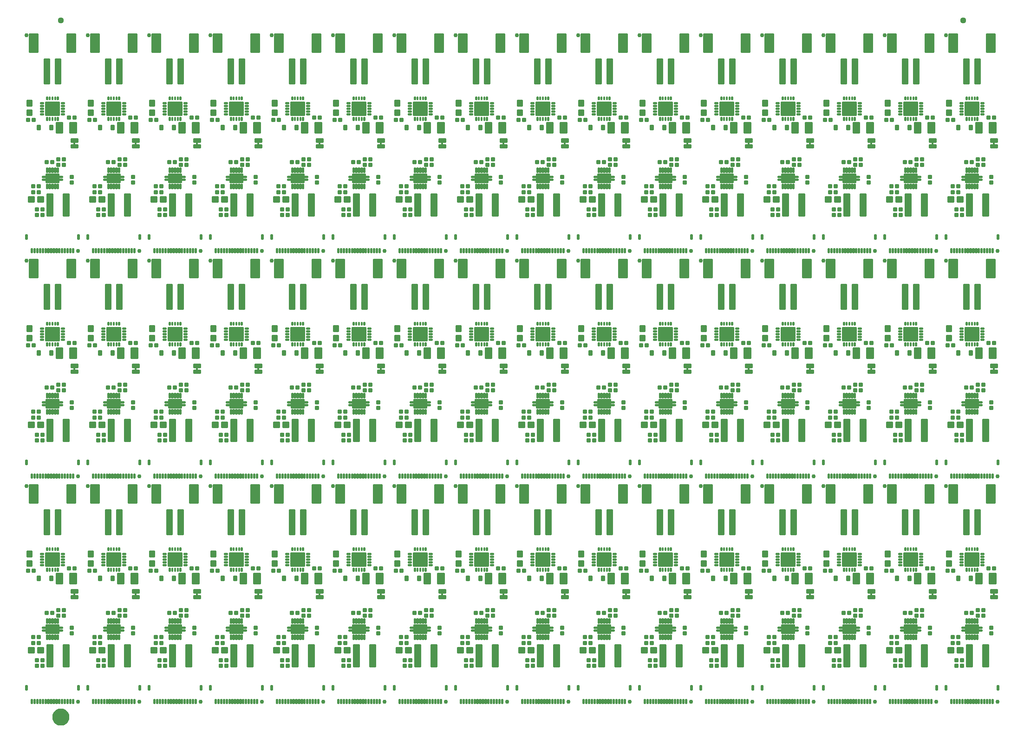
<source format=gts>
G04 EAGLE Gerber RS-274X export*
G75*
%MOMM*%
%FSLAX34Y34*%
%LPD*%
%INSoldermask Top*%
%IPPOS*%
%AMOC8*
5,1,8,0,0,1.08239X$1,22.5*%
G01*
%ADD10C,0.762000*%
%ADD11C,0.230578*%
%ADD12C,0.226609*%
%ADD13C,0.225400*%
%ADD14C,0.224509*%
%ADD15C,0.236428*%
%ADD16C,0.229969*%
%ADD17C,0.225369*%
%ADD18C,0.220319*%
%ADD19C,0.227100*%
%ADD20C,0.228344*%
%ADD21C,0.228600*%
%ADD22C,0.228850*%
%ADD23C,0.231009*%
%ADD24C,0.227919*%
%ADD25C,1.127000*%
%ADD26C,1.270000*%
%ADD27C,1.627000*%

G36*
X653480Y1023632D02*
X653480Y1023632D01*
X653546Y1023634D01*
X653589Y1023652D01*
X653636Y1023660D01*
X653693Y1023694D01*
X653753Y1023719D01*
X653788Y1023750D01*
X653829Y1023775D01*
X653871Y1023826D01*
X653919Y1023870D01*
X653941Y1023912D01*
X653970Y1023949D01*
X653991Y1024011D01*
X654022Y1024070D01*
X654030Y1024124D01*
X654042Y1024161D01*
X654041Y1024201D01*
X654049Y1024255D01*
X654049Y1028065D01*
X654038Y1028130D01*
X654036Y1028196D01*
X654018Y1028239D01*
X654010Y1028286D01*
X653976Y1028343D01*
X653951Y1028403D01*
X653920Y1028438D01*
X653895Y1028479D01*
X653844Y1028521D01*
X653800Y1028569D01*
X653758Y1028591D01*
X653721Y1028620D01*
X653659Y1028641D01*
X653600Y1028672D01*
X653546Y1028680D01*
X653509Y1028692D01*
X653469Y1028691D01*
X653415Y1028699D01*
X650875Y1028699D01*
X650810Y1028688D01*
X650744Y1028686D01*
X650701Y1028668D01*
X650654Y1028660D01*
X650597Y1028626D01*
X650537Y1028601D01*
X650502Y1028570D01*
X650461Y1028545D01*
X650420Y1028494D01*
X650371Y1028450D01*
X650349Y1028408D01*
X650320Y1028371D01*
X650299Y1028309D01*
X650268Y1028250D01*
X650260Y1028196D01*
X650248Y1028159D01*
X650248Y1028155D01*
X650248Y1028154D01*
X650249Y1028119D01*
X650241Y1028065D01*
X650241Y1024255D01*
X650252Y1024190D01*
X650254Y1024124D01*
X650272Y1024081D01*
X650280Y1024034D01*
X650314Y1023977D01*
X650339Y1023917D01*
X650370Y1023882D01*
X650395Y1023841D01*
X650446Y1023800D01*
X650490Y1023751D01*
X650532Y1023729D01*
X650569Y1023700D01*
X650631Y1023679D01*
X650690Y1023648D01*
X650744Y1023640D01*
X650781Y1023628D01*
X650821Y1023629D01*
X650875Y1023621D01*
X653415Y1023621D01*
X653480Y1023632D01*
G37*
G36*
X429960Y1023632D02*
X429960Y1023632D01*
X430026Y1023634D01*
X430069Y1023652D01*
X430116Y1023660D01*
X430173Y1023694D01*
X430233Y1023719D01*
X430268Y1023750D01*
X430309Y1023775D01*
X430351Y1023826D01*
X430399Y1023870D01*
X430421Y1023912D01*
X430450Y1023949D01*
X430471Y1024011D01*
X430502Y1024070D01*
X430510Y1024124D01*
X430522Y1024161D01*
X430521Y1024201D01*
X430529Y1024255D01*
X430529Y1028065D01*
X430518Y1028130D01*
X430516Y1028196D01*
X430498Y1028239D01*
X430490Y1028286D01*
X430456Y1028343D01*
X430431Y1028403D01*
X430400Y1028438D01*
X430375Y1028479D01*
X430324Y1028521D01*
X430280Y1028569D01*
X430238Y1028591D01*
X430201Y1028620D01*
X430139Y1028641D01*
X430080Y1028672D01*
X430026Y1028680D01*
X429989Y1028692D01*
X429949Y1028691D01*
X429895Y1028699D01*
X427355Y1028699D01*
X427290Y1028688D01*
X427224Y1028686D01*
X427181Y1028668D01*
X427134Y1028660D01*
X427077Y1028626D01*
X427017Y1028601D01*
X426982Y1028570D01*
X426941Y1028545D01*
X426900Y1028494D01*
X426851Y1028450D01*
X426829Y1028408D01*
X426800Y1028371D01*
X426779Y1028309D01*
X426748Y1028250D01*
X426740Y1028196D01*
X426728Y1028159D01*
X426728Y1028155D01*
X426728Y1028154D01*
X426729Y1028119D01*
X426721Y1028065D01*
X426721Y1024255D01*
X426732Y1024190D01*
X426734Y1024124D01*
X426752Y1024081D01*
X426760Y1024034D01*
X426794Y1023977D01*
X426819Y1023917D01*
X426850Y1023882D01*
X426875Y1023841D01*
X426926Y1023800D01*
X426970Y1023751D01*
X427012Y1023729D01*
X427049Y1023700D01*
X427111Y1023679D01*
X427170Y1023648D01*
X427224Y1023640D01*
X427261Y1023628D01*
X427301Y1023629D01*
X427355Y1023621D01*
X429895Y1023621D01*
X429960Y1023632D01*
G37*
G36*
X206440Y1023632D02*
X206440Y1023632D01*
X206506Y1023634D01*
X206549Y1023652D01*
X206596Y1023660D01*
X206653Y1023694D01*
X206713Y1023719D01*
X206748Y1023750D01*
X206789Y1023775D01*
X206831Y1023826D01*
X206879Y1023870D01*
X206901Y1023912D01*
X206930Y1023949D01*
X206951Y1024011D01*
X206982Y1024070D01*
X206990Y1024124D01*
X207002Y1024161D01*
X207001Y1024201D01*
X207009Y1024255D01*
X207009Y1028065D01*
X206998Y1028130D01*
X206996Y1028196D01*
X206978Y1028239D01*
X206970Y1028286D01*
X206936Y1028343D01*
X206911Y1028403D01*
X206880Y1028438D01*
X206855Y1028479D01*
X206804Y1028521D01*
X206760Y1028569D01*
X206718Y1028591D01*
X206681Y1028620D01*
X206619Y1028641D01*
X206560Y1028672D01*
X206506Y1028680D01*
X206469Y1028692D01*
X206429Y1028691D01*
X206375Y1028699D01*
X203835Y1028699D01*
X203770Y1028688D01*
X203704Y1028686D01*
X203661Y1028668D01*
X203614Y1028660D01*
X203557Y1028626D01*
X203497Y1028601D01*
X203462Y1028570D01*
X203421Y1028545D01*
X203380Y1028494D01*
X203331Y1028450D01*
X203309Y1028408D01*
X203280Y1028371D01*
X203259Y1028309D01*
X203228Y1028250D01*
X203220Y1028196D01*
X203208Y1028159D01*
X203208Y1028155D01*
X203208Y1028154D01*
X203209Y1028119D01*
X203201Y1028065D01*
X203201Y1024255D01*
X203212Y1024190D01*
X203214Y1024124D01*
X203232Y1024081D01*
X203240Y1024034D01*
X203274Y1023977D01*
X203299Y1023917D01*
X203330Y1023882D01*
X203355Y1023841D01*
X203406Y1023800D01*
X203450Y1023751D01*
X203492Y1023729D01*
X203529Y1023700D01*
X203591Y1023679D01*
X203650Y1023648D01*
X203704Y1023640D01*
X203741Y1023628D01*
X203781Y1023629D01*
X203835Y1023621D01*
X206375Y1023621D01*
X206440Y1023632D01*
G37*
G36*
X94680Y1023632D02*
X94680Y1023632D01*
X94746Y1023634D01*
X94789Y1023652D01*
X94836Y1023660D01*
X94893Y1023694D01*
X94953Y1023719D01*
X94988Y1023750D01*
X95029Y1023775D01*
X95071Y1023826D01*
X95119Y1023870D01*
X95141Y1023912D01*
X95170Y1023949D01*
X95191Y1024011D01*
X95222Y1024070D01*
X95230Y1024124D01*
X95242Y1024161D01*
X95241Y1024201D01*
X95249Y1024255D01*
X95249Y1028065D01*
X95238Y1028130D01*
X95236Y1028196D01*
X95218Y1028239D01*
X95210Y1028286D01*
X95176Y1028343D01*
X95151Y1028403D01*
X95120Y1028438D01*
X95095Y1028479D01*
X95044Y1028521D01*
X95000Y1028569D01*
X94958Y1028591D01*
X94921Y1028620D01*
X94859Y1028641D01*
X94800Y1028672D01*
X94746Y1028680D01*
X94709Y1028692D01*
X94669Y1028691D01*
X94615Y1028699D01*
X92075Y1028699D01*
X92010Y1028688D01*
X91944Y1028686D01*
X91901Y1028668D01*
X91854Y1028660D01*
X91797Y1028626D01*
X91737Y1028601D01*
X91702Y1028570D01*
X91661Y1028545D01*
X91620Y1028494D01*
X91571Y1028450D01*
X91549Y1028408D01*
X91520Y1028371D01*
X91499Y1028309D01*
X91468Y1028250D01*
X91460Y1028196D01*
X91448Y1028159D01*
X91448Y1028155D01*
X91448Y1028154D01*
X91449Y1028119D01*
X91441Y1028065D01*
X91441Y1024255D01*
X91452Y1024190D01*
X91454Y1024124D01*
X91472Y1024081D01*
X91480Y1024034D01*
X91514Y1023977D01*
X91539Y1023917D01*
X91570Y1023882D01*
X91595Y1023841D01*
X91646Y1023800D01*
X91690Y1023751D01*
X91732Y1023729D01*
X91769Y1023700D01*
X91831Y1023679D01*
X91890Y1023648D01*
X91944Y1023640D01*
X91981Y1023628D01*
X92021Y1023629D01*
X92075Y1023621D01*
X94615Y1023621D01*
X94680Y1023632D01*
G37*
G36*
X1212280Y1023632D02*
X1212280Y1023632D01*
X1212346Y1023634D01*
X1212389Y1023652D01*
X1212436Y1023660D01*
X1212493Y1023694D01*
X1212553Y1023719D01*
X1212588Y1023750D01*
X1212629Y1023775D01*
X1212671Y1023826D01*
X1212719Y1023870D01*
X1212741Y1023912D01*
X1212770Y1023949D01*
X1212791Y1024011D01*
X1212822Y1024070D01*
X1212830Y1024124D01*
X1212842Y1024161D01*
X1212841Y1024201D01*
X1212849Y1024255D01*
X1212849Y1028065D01*
X1212838Y1028130D01*
X1212836Y1028196D01*
X1212818Y1028239D01*
X1212810Y1028286D01*
X1212776Y1028343D01*
X1212751Y1028403D01*
X1212720Y1028438D01*
X1212695Y1028479D01*
X1212644Y1028521D01*
X1212600Y1028569D01*
X1212558Y1028591D01*
X1212521Y1028620D01*
X1212459Y1028641D01*
X1212400Y1028672D01*
X1212346Y1028680D01*
X1212309Y1028692D01*
X1212269Y1028691D01*
X1212215Y1028699D01*
X1209675Y1028699D01*
X1209610Y1028688D01*
X1209544Y1028686D01*
X1209501Y1028668D01*
X1209454Y1028660D01*
X1209397Y1028626D01*
X1209337Y1028601D01*
X1209302Y1028570D01*
X1209261Y1028545D01*
X1209220Y1028494D01*
X1209171Y1028450D01*
X1209149Y1028408D01*
X1209120Y1028371D01*
X1209099Y1028309D01*
X1209068Y1028250D01*
X1209060Y1028196D01*
X1209048Y1028159D01*
X1209048Y1028155D01*
X1209048Y1028154D01*
X1209049Y1028119D01*
X1209041Y1028065D01*
X1209041Y1024255D01*
X1209052Y1024190D01*
X1209054Y1024124D01*
X1209072Y1024081D01*
X1209080Y1024034D01*
X1209114Y1023977D01*
X1209139Y1023917D01*
X1209170Y1023882D01*
X1209195Y1023841D01*
X1209246Y1023800D01*
X1209290Y1023751D01*
X1209332Y1023729D01*
X1209369Y1023700D01*
X1209431Y1023679D01*
X1209490Y1023648D01*
X1209544Y1023640D01*
X1209581Y1023628D01*
X1209621Y1023629D01*
X1209675Y1023621D01*
X1212215Y1023621D01*
X1212280Y1023632D01*
G37*
G36*
X1771080Y1023632D02*
X1771080Y1023632D01*
X1771146Y1023634D01*
X1771189Y1023652D01*
X1771236Y1023660D01*
X1771293Y1023694D01*
X1771353Y1023719D01*
X1771388Y1023750D01*
X1771429Y1023775D01*
X1771471Y1023826D01*
X1771519Y1023870D01*
X1771541Y1023912D01*
X1771570Y1023949D01*
X1771591Y1024011D01*
X1771622Y1024070D01*
X1771630Y1024124D01*
X1771642Y1024161D01*
X1771641Y1024201D01*
X1771649Y1024255D01*
X1771649Y1028065D01*
X1771638Y1028130D01*
X1771636Y1028196D01*
X1771618Y1028239D01*
X1771610Y1028286D01*
X1771576Y1028343D01*
X1771551Y1028403D01*
X1771520Y1028438D01*
X1771495Y1028479D01*
X1771444Y1028521D01*
X1771400Y1028569D01*
X1771358Y1028591D01*
X1771321Y1028620D01*
X1771259Y1028641D01*
X1771200Y1028672D01*
X1771146Y1028680D01*
X1771109Y1028692D01*
X1771069Y1028691D01*
X1771015Y1028699D01*
X1768475Y1028699D01*
X1768410Y1028688D01*
X1768344Y1028686D01*
X1768301Y1028668D01*
X1768254Y1028660D01*
X1768197Y1028626D01*
X1768137Y1028601D01*
X1768102Y1028570D01*
X1768061Y1028545D01*
X1768020Y1028494D01*
X1767971Y1028450D01*
X1767949Y1028408D01*
X1767920Y1028371D01*
X1767899Y1028309D01*
X1767868Y1028250D01*
X1767860Y1028196D01*
X1767848Y1028159D01*
X1767848Y1028155D01*
X1767848Y1028154D01*
X1767849Y1028119D01*
X1767841Y1028065D01*
X1767841Y1024255D01*
X1767852Y1024190D01*
X1767854Y1024124D01*
X1767872Y1024081D01*
X1767880Y1024034D01*
X1767914Y1023977D01*
X1767939Y1023917D01*
X1767970Y1023882D01*
X1767995Y1023841D01*
X1768046Y1023800D01*
X1768090Y1023751D01*
X1768132Y1023729D01*
X1768169Y1023700D01*
X1768231Y1023679D01*
X1768290Y1023648D01*
X1768344Y1023640D01*
X1768381Y1023628D01*
X1768421Y1023629D01*
X1768475Y1023621D01*
X1771015Y1023621D01*
X1771080Y1023632D01*
G37*
G36*
X1435800Y1023632D02*
X1435800Y1023632D01*
X1435866Y1023634D01*
X1435909Y1023652D01*
X1435956Y1023660D01*
X1436013Y1023694D01*
X1436073Y1023719D01*
X1436108Y1023750D01*
X1436149Y1023775D01*
X1436191Y1023826D01*
X1436239Y1023870D01*
X1436261Y1023912D01*
X1436290Y1023949D01*
X1436311Y1024011D01*
X1436342Y1024070D01*
X1436350Y1024124D01*
X1436362Y1024161D01*
X1436361Y1024201D01*
X1436369Y1024255D01*
X1436369Y1028065D01*
X1436358Y1028130D01*
X1436356Y1028196D01*
X1436338Y1028239D01*
X1436330Y1028286D01*
X1436296Y1028343D01*
X1436271Y1028403D01*
X1436240Y1028438D01*
X1436215Y1028479D01*
X1436164Y1028521D01*
X1436120Y1028569D01*
X1436078Y1028591D01*
X1436041Y1028620D01*
X1435979Y1028641D01*
X1435920Y1028672D01*
X1435866Y1028680D01*
X1435829Y1028692D01*
X1435789Y1028691D01*
X1435735Y1028699D01*
X1433195Y1028699D01*
X1433130Y1028688D01*
X1433064Y1028686D01*
X1433021Y1028668D01*
X1432974Y1028660D01*
X1432917Y1028626D01*
X1432857Y1028601D01*
X1432822Y1028570D01*
X1432781Y1028545D01*
X1432740Y1028494D01*
X1432691Y1028450D01*
X1432669Y1028408D01*
X1432640Y1028371D01*
X1432619Y1028309D01*
X1432588Y1028250D01*
X1432580Y1028196D01*
X1432568Y1028159D01*
X1432568Y1028155D01*
X1432568Y1028154D01*
X1432569Y1028119D01*
X1432561Y1028065D01*
X1432561Y1024255D01*
X1432572Y1024190D01*
X1432574Y1024124D01*
X1432592Y1024081D01*
X1432600Y1024034D01*
X1432634Y1023977D01*
X1432659Y1023917D01*
X1432690Y1023882D01*
X1432715Y1023841D01*
X1432766Y1023800D01*
X1432810Y1023751D01*
X1432852Y1023729D01*
X1432889Y1023700D01*
X1432951Y1023679D01*
X1433010Y1023648D01*
X1433064Y1023640D01*
X1433101Y1023628D01*
X1433141Y1023629D01*
X1433195Y1023621D01*
X1435735Y1023621D01*
X1435800Y1023632D01*
G37*
G36*
X1324040Y1023632D02*
X1324040Y1023632D01*
X1324106Y1023634D01*
X1324149Y1023652D01*
X1324196Y1023660D01*
X1324253Y1023694D01*
X1324313Y1023719D01*
X1324348Y1023750D01*
X1324389Y1023775D01*
X1324431Y1023826D01*
X1324479Y1023870D01*
X1324501Y1023912D01*
X1324530Y1023949D01*
X1324551Y1024011D01*
X1324582Y1024070D01*
X1324590Y1024124D01*
X1324602Y1024161D01*
X1324601Y1024201D01*
X1324609Y1024255D01*
X1324609Y1028065D01*
X1324598Y1028130D01*
X1324596Y1028196D01*
X1324578Y1028239D01*
X1324570Y1028286D01*
X1324536Y1028343D01*
X1324511Y1028403D01*
X1324480Y1028438D01*
X1324455Y1028479D01*
X1324404Y1028521D01*
X1324360Y1028569D01*
X1324318Y1028591D01*
X1324281Y1028620D01*
X1324219Y1028641D01*
X1324160Y1028672D01*
X1324106Y1028680D01*
X1324069Y1028692D01*
X1324029Y1028691D01*
X1323975Y1028699D01*
X1321435Y1028699D01*
X1321370Y1028688D01*
X1321304Y1028686D01*
X1321261Y1028668D01*
X1321214Y1028660D01*
X1321157Y1028626D01*
X1321097Y1028601D01*
X1321062Y1028570D01*
X1321021Y1028545D01*
X1320980Y1028494D01*
X1320931Y1028450D01*
X1320909Y1028408D01*
X1320880Y1028371D01*
X1320859Y1028309D01*
X1320828Y1028250D01*
X1320820Y1028196D01*
X1320808Y1028159D01*
X1320808Y1028155D01*
X1320808Y1028154D01*
X1320809Y1028119D01*
X1320801Y1028065D01*
X1320801Y1024255D01*
X1320812Y1024190D01*
X1320814Y1024124D01*
X1320832Y1024081D01*
X1320840Y1024034D01*
X1320874Y1023977D01*
X1320899Y1023917D01*
X1320930Y1023882D01*
X1320955Y1023841D01*
X1321006Y1023800D01*
X1321050Y1023751D01*
X1321092Y1023729D01*
X1321129Y1023700D01*
X1321191Y1023679D01*
X1321250Y1023648D01*
X1321304Y1023640D01*
X1321341Y1023628D01*
X1321381Y1023629D01*
X1321435Y1023621D01*
X1323975Y1023621D01*
X1324040Y1023632D01*
G37*
G36*
X1100520Y1023632D02*
X1100520Y1023632D01*
X1100586Y1023634D01*
X1100629Y1023652D01*
X1100676Y1023660D01*
X1100733Y1023694D01*
X1100793Y1023719D01*
X1100828Y1023750D01*
X1100869Y1023775D01*
X1100911Y1023826D01*
X1100959Y1023870D01*
X1100981Y1023912D01*
X1101010Y1023949D01*
X1101031Y1024011D01*
X1101062Y1024070D01*
X1101070Y1024124D01*
X1101082Y1024161D01*
X1101081Y1024201D01*
X1101089Y1024255D01*
X1101089Y1028065D01*
X1101078Y1028130D01*
X1101076Y1028196D01*
X1101058Y1028239D01*
X1101050Y1028286D01*
X1101016Y1028343D01*
X1100991Y1028403D01*
X1100960Y1028438D01*
X1100935Y1028479D01*
X1100884Y1028521D01*
X1100840Y1028569D01*
X1100798Y1028591D01*
X1100761Y1028620D01*
X1100699Y1028641D01*
X1100640Y1028672D01*
X1100586Y1028680D01*
X1100549Y1028692D01*
X1100509Y1028691D01*
X1100455Y1028699D01*
X1097915Y1028699D01*
X1097850Y1028688D01*
X1097784Y1028686D01*
X1097741Y1028668D01*
X1097694Y1028660D01*
X1097637Y1028626D01*
X1097577Y1028601D01*
X1097542Y1028570D01*
X1097501Y1028545D01*
X1097460Y1028494D01*
X1097411Y1028450D01*
X1097389Y1028408D01*
X1097360Y1028371D01*
X1097339Y1028309D01*
X1097308Y1028250D01*
X1097300Y1028196D01*
X1097288Y1028159D01*
X1097288Y1028155D01*
X1097288Y1028154D01*
X1097289Y1028119D01*
X1097281Y1028065D01*
X1097281Y1024255D01*
X1097292Y1024190D01*
X1097294Y1024124D01*
X1097312Y1024081D01*
X1097320Y1024034D01*
X1097354Y1023977D01*
X1097379Y1023917D01*
X1097410Y1023882D01*
X1097435Y1023841D01*
X1097486Y1023800D01*
X1097530Y1023751D01*
X1097572Y1023729D01*
X1097609Y1023700D01*
X1097671Y1023679D01*
X1097730Y1023648D01*
X1097784Y1023640D01*
X1097821Y1023628D01*
X1097861Y1023629D01*
X1097915Y1023621D01*
X1100455Y1023621D01*
X1100520Y1023632D01*
G37*
G36*
X541720Y1023632D02*
X541720Y1023632D01*
X541786Y1023634D01*
X541829Y1023652D01*
X541876Y1023660D01*
X541933Y1023694D01*
X541993Y1023719D01*
X542028Y1023750D01*
X542069Y1023775D01*
X542111Y1023826D01*
X542159Y1023870D01*
X542181Y1023912D01*
X542210Y1023949D01*
X542231Y1024011D01*
X542262Y1024070D01*
X542270Y1024124D01*
X542282Y1024161D01*
X542281Y1024201D01*
X542289Y1024255D01*
X542289Y1028065D01*
X542278Y1028130D01*
X542276Y1028196D01*
X542258Y1028239D01*
X542250Y1028286D01*
X542216Y1028343D01*
X542191Y1028403D01*
X542160Y1028438D01*
X542135Y1028479D01*
X542084Y1028521D01*
X542040Y1028569D01*
X541998Y1028591D01*
X541961Y1028620D01*
X541899Y1028641D01*
X541840Y1028672D01*
X541786Y1028680D01*
X541749Y1028692D01*
X541709Y1028691D01*
X541655Y1028699D01*
X539115Y1028699D01*
X539050Y1028688D01*
X538984Y1028686D01*
X538941Y1028668D01*
X538894Y1028660D01*
X538837Y1028626D01*
X538777Y1028601D01*
X538742Y1028570D01*
X538701Y1028545D01*
X538660Y1028494D01*
X538611Y1028450D01*
X538589Y1028408D01*
X538560Y1028371D01*
X538539Y1028309D01*
X538508Y1028250D01*
X538500Y1028196D01*
X538488Y1028159D01*
X538488Y1028155D01*
X538488Y1028154D01*
X538489Y1028119D01*
X538481Y1028065D01*
X538481Y1024255D01*
X538492Y1024190D01*
X538494Y1024124D01*
X538512Y1024081D01*
X538520Y1024034D01*
X538554Y1023977D01*
X538579Y1023917D01*
X538610Y1023882D01*
X538635Y1023841D01*
X538686Y1023800D01*
X538730Y1023751D01*
X538772Y1023729D01*
X538809Y1023700D01*
X538871Y1023679D01*
X538930Y1023648D01*
X538984Y1023640D01*
X539021Y1023628D01*
X539061Y1023629D01*
X539115Y1023621D01*
X541655Y1023621D01*
X541720Y1023632D01*
G37*
G36*
X877000Y1023632D02*
X877000Y1023632D01*
X877066Y1023634D01*
X877109Y1023652D01*
X877156Y1023660D01*
X877213Y1023694D01*
X877273Y1023719D01*
X877308Y1023750D01*
X877349Y1023775D01*
X877391Y1023826D01*
X877439Y1023870D01*
X877461Y1023912D01*
X877490Y1023949D01*
X877511Y1024011D01*
X877542Y1024070D01*
X877550Y1024124D01*
X877562Y1024161D01*
X877561Y1024201D01*
X877569Y1024255D01*
X877569Y1028065D01*
X877558Y1028130D01*
X877556Y1028196D01*
X877538Y1028239D01*
X877530Y1028286D01*
X877496Y1028343D01*
X877471Y1028403D01*
X877440Y1028438D01*
X877415Y1028479D01*
X877364Y1028521D01*
X877320Y1028569D01*
X877278Y1028591D01*
X877241Y1028620D01*
X877179Y1028641D01*
X877120Y1028672D01*
X877066Y1028680D01*
X877029Y1028692D01*
X876989Y1028691D01*
X876935Y1028699D01*
X874395Y1028699D01*
X874330Y1028688D01*
X874264Y1028686D01*
X874221Y1028668D01*
X874174Y1028660D01*
X874117Y1028626D01*
X874057Y1028601D01*
X874022Y1028570D01*
X873981Y1028545D01*
X873940Y1028494D01*
X873891Y1028450D01*
X873869Y1028408D01*
X873840Y1028371D01*
X873819Y1028309D01*
X873788Y1028250D01*
X873780Y1028196D01*
X873768Y1028159D01*
X873768Y1028155D01*
X873768Y1028154D01*
X873769Y1028119D01*
X873761Y1028065D01*
X873761Y1024255D01*
X873772Y1024190D01*
X873774Y1024124D01*
X873792Y1024081D01*
X873800Y1024034D01*
X873834Y1023977D01*
X873859Y1023917D01*
X873890Y1023882D01*
X873915Y1023841D01*
X873966Y1023800D01*
X874010Y1023751D01*
X874052Y1023729D01*
X874089Y1023700D01*
X874151Y1023679D01*
X874210Y1023648D01*
X874264Y1023640D01*
X874301Y1023628D01*
X874341Y1023629D01*
X874395Y1023621D01*
X876935Y1023621D01*
X877000Y1023632D01*
G37*
G36*
X765240Y1023632D02*
X765240Y1023632D01*
X765306Y1023634D01*
X765349Y1023652D01*
X765396Y1023660D01*
X765453Y1023694D01*
X765513Y1023719D01*
X765548Y1023750D01*
X765589Y1023775D01*
X765631Y1023826D01*
X765679Y1023870D01*
X765701Y1023912D01*
X765730Y1023949D01*
X765751Y1024011D01*
X765782Y1024070D01*
X765790Y1024124D01*
X765802Y1024161D01*
X765801Y1024201D01*
X765809Y1024255D01*
X765809Y1028065D01*
X765798Y1028130D01*
X765796Y1028196D01*
X765778Y1028239D01*
X765770Y1028286D01*
X765736Y1028343D01*
X765711Y1028403D01*
X765680Y1028438D01*
X765655Y1028479D01*
X765604Y1028521D01*
X765560Y1028569D01*
X765518Y1028591D01*
X765481Y1028620D01*
X765419Y1028641D01*
X765360Y1028672D01*
X765306Y1028680D01*
X765269Y1028692D01*
X765229Y1028691D01*
X765175Y1028699D01*
X762635Y1028699D01*
X762570Y1028688D01*
X762504Y1028686D01*
X762461Y1028668D01*
X762414Y1028660D01*
X762357Y1028626D01*
X762297Y1028601D01*
X762262Y1028570D01*
X762221Y1028545D01*
X762180Y1028494D01*
X762131Y1028450D01*
X762109Y1028408D01*
X762080Y1028371D01*
X762059Y1028309D01*
X762028Y1028250D01*
X762020Y1028196D01*
X762008Y1028159D01*
X762008Y1028155D01*
X762008Y1028154D01*
X762009Y1028119D01*
X762001Y1028065D01*
X762001Y1024255D01*
X762012Y1024190D01*
X762014Y1024124D01*
X762032Y1024081D01*
X762040Y1024034D01*
X762074Y1023977D01*
X762099Y1023917D01*
X762130Y1023882D01*
X762155Y1023841D01*
X762206Y1023800D01*
X762250Y1023751D01*
X762292Y1023729D01*
X762329Y1023700D01*
X762391Y1023679D01*
X762450Y1023648D01*
X762504Y1023640D01*
X762541Y1023628D01*
X762581Y1023629D01*
X762635Y1023621D01*
X765175Y1023621D01*
X765240Y1023632D01*
G37*
G36*
X1547560Y1023632D02*
X1547560Y1023632D01*
X1547626Y1023634D01*
X1547669Y1023652D01*
X1547716Y1023660D01*
X1547773Y1023694D01*
X1547833Y1023719D01*
X1547868Y1023750D01*
X1547909Y1023775D01*
X1547951Y1023826D01*
X1547999Y1023870D01*
X1548021Y1023912D01*
X1548050Y1023949D01*
X1548071Y1024011D01*
X1548102Y1024070D01*
X1548110Y1024124D01*
X1548122Y1024161D01*
X1548121Y1024201D01*
X1548129Y1024255D01*
X1548129Y1028065D01*
X1548118Y1028130D01*
X1548116Y1028196D01*
X1548098Y1028239D01*
X1548090Y1028286D01*
X1548056Y1028343D01*
X1548031Y1028403D01*
X1548000Y1028438D01*
X1547975Y1028479D01*
X1547924Y1028521D01*
X1547880Y1028569D01*
X1547838Y1028591D01*
X1547801Y1028620D01*
X1547739Y1028641D01*
X1547680Y1028672D01*
X1547626Y1028680D01*
X1547589Y1028692D01*
X1547549Y1028691D01*
X1547495Y1028699D01*
X1544955Y1028699D01*
X1544890Y1028688D01*
X1544824Y1028686D01*
X1544781Y1028668D01*
X1544734Y1028660D01*
X1544677Y1028626D01*
X1544617Y1028601D01*
X1544582Y1028570D01*
X1544541Y1028545D01*
X1544500Y1028494D01*
X1544451Y1028450D01*
X1544429Y1028408D01*
X1544400Y1028371D01*
X1544379Y1028309D01*
X1544348Y1028250D01*
X1544340Y1028196D01*
X1544328Y1028159D01*
X1544328Y1028155D01*
X1544328Y1028154D01*
X1544329Y1028119D01*
X1544321Y1028065D01*
X1544321Y1024255D01*
X1544332Y1024190D01*
X1544334Y1024124D01*
X1544352Y1024081D01*
X1544360Y1024034D01*
X1544394Y1023977D01*
X1544419Y1023917D01*
X1544450Y1023882D01*
X1544475Y1023841D01*
X1544526Y1023800D01*
X1544570Y1023751D01*
X1544612Y1023729D01*
X1544649Y1023700D01*
X1544711Y1023679D01*
X1544770Y1023648D01*
X1544824Y1023640D01*
X1544861Y1023628D01*
X1544901Y1023629D01*
X1544955Y1023621D01*
X1547495Y1023621D01*
X1547560Y1023632D01*
G37*
G36*
X988760Y1023632D02*
X988760Y1023632D01*
X988826Y1023634D01*
X988869Y1023652D01*
X988916Y1023660D01*
X988973Y1023694D01*
X989033Y1023719D01*
X989068Y1023750D01*
X989109Y1023775D01*
X989151Y1023826D01*
X989199Y1023870D01*
X989221Y1023912D01*
X989250Y1023949D01*
X989271Y1024011D01*
X989302Y1024070D01*
X989310Y1024124D01*
X989322Y1024161D01*
X989321Y1024201D01*
X989329Y1024255D01*
X989329Y1028065D01*
X989318Y1028130D01*
X989316Y1028196D01*
X989298Y1028239D01*
X989290Y1028286D01*
X989256Y1028343D01*
X989231Y1028403D01*
X989200Y1028438D01*
X989175Y1028479D01*
X989124Y1028521D01*
X989080Y1028569D01*
X989038Y1028591D01*
X989001Y1028620D01*
X988939Y1028641D01*
X988880Y1028672D01*
X988826Y1028680D01*
X988789Y1028692D01*
X988749Y1028691D01*
X988695Y1028699D01*
X986155Y1028699D01*
X986090Y1028688D01*
X986024Y1028686D01*
X985981Y1028668D01*
X985934Y1028660D01*
X985877Y1028626D01*
X985817Y1028601D01*
X985782Y1028570D01*
X985741Y1028545D01*
X985700Y1028494D01*
X985651Y1028450D01*
X985629Y1028408D01*
X985600Y1028371D01*
X985579Y1028309D01*
X985548Y1028250D01*
X985540Y1028196D01*
X985528Y1028159D01*
X985528Y1028155D01*
X985528Y1028154D01*
X985529Y1028119D01*
X985521Y1028065D01*
X985521Y1024255D01*
X985532Y1024190D01*
X985534Y1024124D01*
X985552Y1024081D01*
X985560Y1024034D01*
X985594Y1023977D01*
X985619Y1023917D01*
X985650Y1023882D01*
X985675Y1023841D01*
X985726Y1023800D01*
X985770Y1023751D01*
X985812Y1023729D01*
X985849Y1023700D01*
X985911Y1023679D01*
X985970Y1023648D01*
X986024Y1023640D01*
X986061Y1023628D01*
X986101Y1023629D01*
X986155Y1023621D01*
X988695Y1023621D01*
X988760Y1023632D01*
G37*
G36*
X1659320Y1023632D02*
X1659320Y1023632D01*
X1659386Y1023634D01*
X1659429Y1023652D01*
X1659476Y1023660D01*
X1659533Y1023694D01*
X1659593Y1023719D01*
X1659628Y1023750D01*
X1659669Y1023775D01*
X1659711Y1023826D01*
X1659759Y1023870D01*
X1659781Y1023912D01*
X1659810Y1023949D01*
X1659831Y1024011D01*
X1659862Y1024070D01*
X1659870Y1024124D01*
X1659882Y1024161D01*
X1659881Y1024201D01*
X1659889Y1024255D01*
X1659889Y1028065D01*
X1659878Y1028130D01*
X1659876Y1028196D01*
X1659858Y1028239D01*
X1659850Y1028286D01*
X1659816Y1028343D01*
X1659791Y1028403D01*
X1659760Y1028438D01*
X1659735Y1028479D01*
X1659684Y1028521D01*
X1659640Y1028569D01*
X1659598Y1028591D01*
X1659561Y1028620D01*
X1659499Y1028641D01*
X1659440Y1028672D01*
X1659386Y1028680D01*
X1659349Y1028692D01*
X1659309Y1028691D01*
X1659255Y1028699D01*
X1656715Y1028699D01*
X1656650Y1028688D01*
X1656584Y1028686D01*
X1656541Y1028668D01*
X1656494Y1028660D01*
X1656437Y1028626D01*
X1656377Y1028601D01*
X1656342Y1028570D01*
X1656301Y1028545D01*
X1656260Y1028494D01*
X1656211Y1028450D01*
X1656189Y1028408D01*
X1656160Y1028371D01*
X1656139Y1028309D01*
X1656108Y1028250D01*
X1656100Y1028196D01*
X1656088Y1028159D01*
X1656088Y1028155D01*
X1656088Y1028154D01*
X1656089Y1028119D01*
X1656081Y1028065D01*
X1656081Y1024255D01*
X1656092Y1024190D01*
X1656094Y1024124D01*
X1656112Y1024081D01*
X1656120Y1024034D01*
X1656154Y1023977D01*
X1656179Y1023917D01*
X1656210Y1023882D01*
X1656235Y1023841D01*
X1656286Y1023800D01*
X1656330Y1023751D01*
X1656372Y1023729D01*
X1656409Y1023700D01*
X1656471Y1023679D01*
X1656530Y1023648D01*
X1656584Y1023640D01*
X1656621Y1023628D01*
X1656661Y1023629D01*
X1656715Y1023621D01*
X1659255Y1023621D01*
X1659320Y1023632D01*
G37*
G36*
X318200Y1023632D02*
X318200Y1023632D01*
X318266Y1023634D01*
X318309Y1023652D01*
X318356Y1023660D01*
X318413Y1023694D01*
X318473Y1023719D01*
X318508Y1023750D01*
X318549Y1023775D01*
X318591Y1023826D01*
X318639Y1023870D01*
X318661Y1023912D01*
X318690Y1023949D01*
X318711Y1024011D01*
X318742Y1024070D01*
X318750Y1024124D01*
X318762Y1024161D01*
X318761Y1024201D01*
X318769Y1024255D01*
X318769Y1028065D01*
X318758Y1028130D01*
X318756Y1028196D01*
X318738Y1028239D01*
X318730Y1028286D01*
X318696Y1028343D01*
X318671Y1028403D01*
X318640Y1028438D01*
X318615Y1028479D01*
X318564Y1028521D01*
X318520Y1028569D01*
X318478Y1028591D01*
X318441Y1028620D01*
X318379Y1028641D01*
X318320Y1028672D01*
X318266Y1028680D01*
X318229Y1028692D01*
X318189Y1028691D01*
X318135Y1028699D01*
X315595Y1028699D01*
X315530Y1028688D01*
X315464Y1028686D01*
X315421Y1028668D01*
X315374Y1028660D01*
X315317Y1028626D01*
X315257Y1028601D01*
X315222Y1028570D01*
X315181Y1028545D01*
X315140Y1028494D01*
X315091Y1028450D01*
X315069Y1028408D01*
X315040Y1028371D01*
X315019Y1028309D01*
X314988Y1028250D01*
X314980Y1028196D01*
X314968Y1028159D01*
X314968Y1028155D01*
X314968Y1028154D01*
X314969Y1028119D01*
X314961Y1028065D01*
X314961Y1024255D01*
X314972Y1024190D01*
X314974Y1024124D01*
X314992Y1024081D01*
X315000Y1024034D01*
X315034Y1023977D01*
X315059Y1023917D01*
X315090Y1023882D01*
X315115Y1023841D01*
X315166Y1023800D01*
X315210Y1023751D01*
X315252Y1023729D01*
X315289Y1023700D01*
X315351Y1023679D01*
X315410Y1023648D01*
X315464Y1023640D01*
X315501Y1023628D01*
X315541Y1023629D01*
X315595Y1023621D01*
X318135Y1023621D01*
X318200Y1023632D01*
G37*
G36*
X1212280Y612152D02*
X1212280Y612152D01*
X1212346Y612154D01*
X1212389Y612172D01*
X1212436Y612180D01*
X1212493Y612214D01*
X1212553Y612239D01*
X1212588Y612270D01*
X1212629Y612295D01*
X1212671Y612346D01*
X1212719Y612390D01*
X1212741Y612432D01*
X1212770Y612469D01*
X1212791Y612531D01*
X1212822Y612590D01*
X1212830Y612644D01*
X1212842Y612681D01*
X1212841Y612721D01*
X1212849Y612775D01*
X1212849Y616585D01*
X1212838Y616650D01*
X1212836Y616716D01*
X1212818Y616759D01*
X1212810Y616806D01*
X1212776Y616863D01*
X1212751Y616923D01*
X1212720Y616958D01*
X1212695Y616999D01*
X1212644Y617041D01*
X1212600Y617089D01*
X1212558Y617111D01*
X1212521Y617140D01*
X1212459Y617161D01*
X1212400Y617192D01*
X1212346Y617200D01*
X1212309Y617212D01*
X1212269Y617211D01*
X1212215Y617219D01*
X1209675Y617219D01*
X1209610Y617208D01*
X1209544Y617206D01*
X1209501Y617188D01*
X1209454Y617180D01*
X1209397Y617146D01*
X1209337Y617121D01*
X1209302Y617090D01*
X1209261Y617065D01*
X1209220Y617014D01*
X1209171Y616970D01*
X1209149Y616928D01*
X1209120Y616891D01*
X1209099Y616829D01*
X1209068Y616770D01*
X1209060Y616716D01*
X1209048Y616679D01*
X1209048Y616675D01*
X1209048Y616674D01*
X1209049Y616639D01*
X1209041Y616585D01*
X1209041Y612775D01*
X1209052Y612710D01*
X1209054Y612644D01*
X1209072Y612601D01*
X1209080Y612554D01*
X1209114Y612497D01*
X1209139Y612437D01*
X1209170Y612402D01*
X1209195Y612361D01*
X1209246Y612320D01*
X1209290Y612271D01*
X1209332Y612249D01*
X1209369Y612220D01*
X1209431Y612199D01*
X1209490Y612168D01*
X1209544Y612160D01*
X1209581Y612148D01*
X1209621Y612149D01*
X1209675Y612141D01*
X1212215Y612141D01*
X1212280Y612152D01*
G37*
G36*
X1547560Y612152D02*
X1547560Y612152D01*
X1547626Y612154D01*
X1547669Y612172D01*
X1547716Y612180D01*
X1547773Y612214D01*
X1547833Y612239D01*
X1547868Y612270D01*
X1547909Y612295D01*
X1547951Y612346D01*
X1547999Y612390D01*
X1548021Y612432D01*
X1548050Y612469D01*
X1548071Y612531D01*
X1548102Y612590D01*
X1548110Y612644D01*
X1548122Y612681D01*
X1548121Y612721D01*
X1548129Y612775D01*
X1548129Y616585D01*
X1548118Y616650D01*
X1548116Y616716D01*
X1548098Y616759D01*
X1548090Y616806D01*
X1548056Y616863D01*
X1548031Y616923D01*
X1548000Y616958D01*
X1547975Y616999D01*
X1547924Y617041D01*
X1547880Y617089D01*
X1547838Y617111D01*
X1547801Y617140D01*
X1547739Y617161D01*
X1547680Y617192D01*
X1547626Y617200D01*
X1547589Y617212D01*
X1547549Y617211D01*
X1547495Y617219D01*
X1544955Y617219D01*
X1544890Y617208D01*
X1544824Y617206D01*
X1544781Y617188D01*
X1544734Y617180D01*
X1544677Y617146D01*
X1544617Y617121D01*
X1544582Y617090D01*
X1544541Y617065D01*
X1544500Y617014D01*
X1544451Y616970D01*
X1544429Y616928D01*
X1544400Y616891D01*
X1544379Y616829D01*
X1544348Y616770D01*
X1544340Y616716D01*
X1544328Y616679D01*
X1544328Y616675D01*
X1544328Y616674D01*
X1544329Y616639D01*
X1544321Y616585D01*
X1544321Y612775D01*
X1544332Y612710D01*
X1544334Y612644D01*
X1544352Y612601D01*
X1544360Y612554D01*
X1544394Y612497D01*
X1544419Y612437D01*
X1544450Y612402D01*
X1544475Y612361D01*
X1544526Y612320D01*
X1544570Y612271D01*
X1544612Y612249D01*
X1544649Y612220D01*
X1544711Y612199D01*
X1544770Y612168D01*
X1544824Y612160D01*
X1544861Y612148D01*
X1544901Y612149D01*
X1544955Y612141D01*
X1547495Y612141D01*
X1547560Y612152D01*
G37*
G36*
X318200Y612152D02*
X318200Y612152D01*
X318266Y612154D01*
X318309Y612172D01*
X318356Y612180D01*
X318413Y612214D01*
X318473Y612239D01*
X318508Y612270D01*
X318549Y612295D01*
X318591Y612346D01*
X318639Y612390D01*
X318661Y612432D01*
X318690Y612469D01*
X318711Y612531D01*
X318742Y612590D01*
X318750Y612644D01*
X318762Y612681D01*
X318761Y612721D01*
X318769Y612775D01*
X318769Y616585D01*
X318758Y616650D01*
X318756Y616716D01*
X318738Y616759D01*
X318730Y616806D01*
X318696Y616863D01*
X318671Y616923D01*
X318640Y616958D01*
X318615Y616999D01*
X318564Y617041D01*
X318520Y617089D01*
X318478Y617111D01*
X318441Y617140D01*
X318379Y617161D01*
X318320Y617192D01*
X318266Y617200D01*
X318229Y617212D01*
X318189Y617211D01*
X318135Y617219D01*
X315595Y617219D01*
X315530Y617208D01*
X315464Y617206D01*
X315421Y617188D01*
X315374Y617180D01*
X315317Y617146D01*
X315257Y617121D01*
X315222Y617090D01*
X315181Y617065D01*
X315140Y617014D01*
X315091Y616970D01*
X315069Y616928D01*
X315040Y616891D01*
X315019Y616829D01*
X314988Y616770D01*
X314980Y616716D01*
X314968Y616679D01*
X314968Y616675D01*
X314968Y616674D01*
X314969Y616639D01*
X314961Y616585D01*
X314961Y612775D01*
X314972Y612710D01*
X314974Y612644D01*
X314992Y612601D01*
X315000Y612554D01*
X315034Y612497D01*
X315059Y612437D01*
X315090Y612402D01*
X315115Y612361D01*
X315166Y612320D01*
X315210Y612271D01*
X315252Y612249D01*
X315289Y612220D01*
X315351Y612199D01*
X315410Y612168D01*
X315464Y612160D01*
X315501Y612148D01*
X315541Y612149D01*
X315595Y612141D01*
X318135Y612141D01*
X318200Y612152D01*
G37*
G36*
X988760Y612152D02*
X988760Y612152D01*
X988826Y612154D01*
X988869Y612172D01*
X988916Y612180D01*
X988973Y612214D01*
X989033Y612239D01*
X989068Y612270D01*
X989109Y612295D01*
X989151Y612346D01*
X989199Y612390D01*
X989221Y612432D01*
X989250Y612469D01*
X989271Y612531D01*
X989302Y612590D01*
X989310Y612644D01*
X989322Y612681D01*
X989321Y612721D01*
X989329Y612775D01*
X989329Y616585D01*
X989318Y616650D01*
X989316Y616716D01*
X989298Y616759D01*
X989290Y616806D01*
X989256Y616863D01*
X989231Y616923D01*
X989200Y616958D01*
X989175Y616999D01*
X989124Y617041D01*
X989080Y617089D01*
X989038Y617111D01*
X989001Y617140D01*
X988939Y617161D01*
X988880Y617192D01*
X988826Y617200D01*
X988789Y617212D01*
X988749Y617211D01*
X988695Y617219D01*
X986155Y617219D01*
X986090Y617208D01*
X986024Y617206D01*
X985981Y617188D01*
X985934Y617180D01*
X985877Y617146D01*
X985817Y617121D01*
X985782Y617090D01*
X985741Y617065D01*
X985700Y617014D01*
X985651Y616970D01*
X985629Y616928D01*
X985600Y616891D01*
X985579Y616829D01*
X985548Y616770D01*
X985540Y616716D01*
X985528Y616679D01*
X985528Y616675D01*
X985528Y616674D01*
X985529Y616639D01*
X985521Y616585D01*
X985521Y612775D01*
X985532Y612710D01*
X985534Y612644D01*
X985552Y612601D01*
X985560Y612554D01*
X985594Y612497D01*
X985619Y612437D01*
X985650Y612402D01*
X985675Y612361D01*
X985726Y612320D01*
X985770Y612271D01*
X985812Y612249D01*
X985849Y612220D01*
X985911Y612199D01*
X985970Y612168D01*
X986024Y612160D01*
X986061Y612148D01*
X986101Y612149D01*
X986155Y612141D01*
X988695Y612141D01*
X988760Y612152D01*
G37*
G36*
X765240Y612152D02*
X765240Y612152D01*
X765306Y612154D01*
X765349Y612172D01*
X765396Y612180D01*
X765453Y612214D01*
X765513Y612239D01*
X765548Y612270D01*
X765589Y612295D01*
X765631Y612346D01*
X765679Y612390D01*
X765701Y612432D01*
X765730Y612469D01*
X765751Y612531D01*
X765782Y612590D01*
X765790Y612644D01*
X765802Y612681D01*
X765801Y612721D01*
X765809Y612775D01*
X765809Y616585D01*
X765798Y616650D01*
X765796Y616716D01*
X765778Y616759D01*
X765770Y616806D01*
X765736Y616863D01*
X765711Y616923D01*
X765680Y616958D01*
X765655Y616999D01*
X765604Y617041D01*
X765560Y617089D01*
X765518Y617111D01*
X765481Y617140D01*
X765419Y617161D01*
X765360Y617192D01*
X765306Y617200D01*
X765269Y617212D01*
X765229Y617211D01*
X765175Y617219D01*
X762635Y617219D01*
X762570Y617208D01*
X762504Y617206D01*
X762461Y617188D01*
X762414Y617180D01*
X762357Y617146D01*
X762297Y617121D01*
X762262Y617090D01*
X762221Y617065D01*
X762180Y617014D01*
X762131Y616970D01*
X762109Y616928D01*
X762080Y616891D01*
X762059Y616829D01*
X762028Y616770D01*
X762020Y616716D01*
X762008Y616679D01*
X762008Y616675D01*
X762008Y616674D01*
X762009Y616639D01*
X762001Y616585D01*
X762001Y612775D01*
X762012Y612710D01*
X762014Y612644D01*
X762032Y612601D01*
X762040Y612554D01*
X762074Y612497D01*
X762099Y612437D01*
X762130Y612402D01*
X762155Y612361D01*
X762206Y612320D01*
X762250Y612271D01*
X762292Y612249D01*
X762329Y612220D01*
X762391Y612199D01*
X762450Y612168D01*
X762504Y612160D01*
X762541Y612148D01*
X762581Y612149D01*
X762635Y612141D01*
X765175Y612141D01*
X765240Y612152D01*
G37*
G36*
X206440Y612152D02*
X206440Y612152D01*
X206506Y612154D01*
X206549Y612172D01*
X206596Y612180D01*
X206653Y612214D01*
X206713Y612239D01*
X206748Y612270D01*
X206789Y612295D01*
X206831Y612346D01*
X206879Y612390D01*
X206901Y612432D01*
X206930Y612469D01*
X206951Y612531D01*
X206982Y612590D01*
X206990Y612644D01*
X207002Y612681D01*
X207001Y612721D01*
X207009Y612775D01*
X207009Y616585D01*
X206998Y616650D01*
X206996Y616716D01*
X206978Y616759D01*
X206970Y616806D01*
X206936Y616863D01*
X206911Y616923D01*
X206880Y616958D01*
X206855Y616999D01*
X206804Y617041D01*
X206760Y617089D01*
X206718Y617111D01*
X206681Y617140D01*
X206619Y617161D01*
X206560Y617192D01*
X206506Y617200D01*
X206469Y617212D01*
X206429Y617211D01*
X206375Y617219D01*
X203835Y617219D01*
X203770Y617208D01*
X203704Y617206D01*
X203661Y617188D01*
X203614Y617180D01*
X203557Y617146D01*
X203497Y617121D01*
X203462Y617090D01*
X203421Y617065D01*
X203380Y617014D01*
X203331Y616970D01*
X203309Y616928D01*
X203280Y616891D01*
X203259Y616829D01*
X203228Y616770D01*
X203220Y616716D01*
X203208Y616679D01*
X203208Y616675D01*
X203208Y616674D01*
X203209Y616639D01*
X203201Y616585D01*
X203201Y612775D01*
X203212Y612710D01*
X203214Y612644D01*
X203232Y612601D01*
X203240Y612554D01*
X203274Y612497D01*
X203299Y612437D01*
X203330Y612402D01*
X203355Y612361D01*
X203406Y612320D01*
X203450Y612271D01*
X203492Y612249D01*
X203529Y612220D01*
X203591Y612199D01*
X203650Y612168D01*
X203704Y612160D01*
X203741Y612148D01*
X203781Y612149D01*
X203835Y612141D01*
X206375Y612141D01*
X206440Y612152D01*
G37*
G36*
X877000Y612152D02*
X877000Y612152D01*
X877066Y612154D01*
X877109Y612172D01*
X877156Y612180D01*
X877213Y612214D01*
X877273Y612239D01*
X877308Y612270D01*
X877349Y612295D01*
X877391Y612346D01*
X877439Y612390D01*
X877461Y612432D01*
X877490Y612469D01*
X877511Y612531D01*
X877542Y612590D01*
X877550Y612644D01*
X877562Y612681D01*
X877561Y612721D01*
X877569Y612775D01*
X877569Y616585D01*
X877558Y616650D01*
X877556Y616716D01*
X877538Y616759D01*
X877530Y616806D01*
X877496Y616863D01*
X877471Y616923D01*
X877440Y616958D01*
X877415Y616999D01*
X877364Y617041D01*
X877320Y617089D01*
X877278Y617111D01*
X877241Y617140D01*
X877179Y617161D01*
X877120Y617192D01*
X877066Y617200D01*
X877029Y617212D01*
X876989Y617211D01*
X876935Y617219D01*
X874395Y617219D01*
X874330Y617208D01*
X874264Y617206D01*
X874221Y617188D01*
X874174Y617180D01*
X874117Y617146D01*
X874057Y617121D01*
X874022Y617090D01*
X873981Y617065D01*
X873940Y617014D01*
X873891Y616970D01*
X873869Y616928D01*
X873840Y616891D01*
X873819Y616829D01*
X873788Y616770D01*
X873780Y616716D01*
X873768Y616679D01*
X873768Y616675D01*
X873768Y616674D01*
X873769Y616639D01*
X873761Y616585D01*
X873761Y612775D01*
X873772Y612710D01*
X873774Y612644D01*
X873792Y612601D01*
X873800Y612554D01*
X873834Y612497D01*
X873859Y612437D01*
X873890Y612402D01*
X873915Y612361D01*
X873966Y612320D01*
X874010Y612271D01*
X874052Y612249D01*
X874089Y612220D01*
X874151Y612199D01*
X874210Y612168D01*
X874264Y612160D01*
X874301Y612148D01*
X874341Y612149D01*
X874395Y612141D01*
X876935Y612141D01*
X877000Y612152D01*
G37*
G36*
X1100520Y612152D02*
X1100520Y612152D01*
X1100586Y612154D01*
X1100629Y612172D01*
X1100676Y612180D01*
X1100733Y612214D01*
X1100793Y612239D01*
X1100828Y612270D01*
X1100869Y612295D01*
X1100911Y612346D01*
X1100959Y612390D01*
X1100981Y612432D01*
X1101010Y612469D01*
X1101031Y612531D01*
X1101062Y612590D01*
X1101070Y612644D01*
X1101082Y612681D01*
X1101081Y612721D01*
X1101089Y612775D01*
X1101089Y616585D01*
X1101078Y616650D01*
X1101076Y616716D01*
X1101058Y616759D01*
X1101050Y616806D01*
X1101016Y616863D01*
X1100991Y616923D01*
X1100960Y616958D01*
X1100935Y616999D01*
X1100884Y617041D01*
X1100840Y617089D01*
X1100798Y617111D01*
X1100761Y617140D01*
X1100699Y617161D01*
X1100640Y617192D01*
X1100586Y617200D01*
X1100549Y617212D01*
X1100509Y617211D01*
X1100455Y617219D01*
X1097915Y617219D01*
X1097850Y617208D01*
X1097784Y617206D01*
X1097741Y617188D01*
X1097694Y617180D01*
X1097637Y617146D01*
X1097577Y617121D01*
X1097542Y617090D01*
X1097501Y617065D01*
X1097460Y617014D01*
X1097411Y616970D01*
X1097389Y616928D01*
X1097360Y616891D01*
X1097339Y616829D01*
X1097308Y616770D01*
X1097300Y616716D01*
X1097288Y616679D01*
X1097288Y616675D01*
X1097288Y616674D01*
X1097289Y616639D01*
X1097281Y616585D01*
X1097281Y612775D01*
X1097292Y612710D01*
X1097294Y612644D01*
X1097312Y612601D01*
X1097320Y612554D01*
X1097354Y612497D01*
X1097379Y612437D01*
X1097410Y612402D01*
X1097435Y612361D01*
X1097486Y612320D01*
X1097530Y612271D01*
X1097572Y612249D01*
X1097609Y612220D01*
X1097671Y612199D01*
X1097730Y612168D01*
X1097784Y612160D01*
X1097821Y612148D01*
X1097861Y612149D01*
X1097915Y612141D01*
X1100455Y612141D01*
X1100520Y612152D01*
G37*
G36*
X1771080Y612152D02*
X1771080Y612152D01*
X1771146Y612154D01*
X1771189Y612172D01*
X1771236Y612180D01*
X1771293Y612214D01*
X1771353Y612239D01*
X1771388Y612270D01*
X1771429Y612295D01*
X1771471Y612346D01*
X1771519Y612390D01*
X1771541Y612432D01*
X1771570Y612469D01*
X1771591Y612531D01*
X1771622Y612590D01*
X1771630Y612644D01*
X1771642Y612681D01*
X1771641Y612721D01*
X1771649Y612775D01*
X1771649Y616585D01*
X1771638Y616650D01*
X1771636Y616716D01*
X1771618Y616759D01*
X1771610Y616806D01*
X1771576Y616863D01*
X1771551Y616923D01*
X1771520Y616958D01*
X1771495Y616999D01*
X1771444Y617041D01*
X1771400Y617089D01*
X1771358Y617111D01*
X1771321Y617140D01*
X1771259Y617161D01*
X1771200Y617192D01*
X1771146Y617200D01*
X1771109Y617212D01*
X1771069Y617211D01*
X1771015Y617219D01*
X1768475Y617219D01*
X1768410Y617208D01*
X1768344Y617206D01*
X1768301Y617188D01*
X1768254Y617180D01*
X1768197Y617146D01*
X1768137Y617121D01*
X1768102Y617090D01*
X1768061Y617065D01*
X1768020Y617014D01*
X1767971Y616970D01*
X1767949Y616928D01*
X1767920Y616891D01*
X1767899Y616829D01*
X1767868Y616770D01*
X1767860Y616716D01*
X1767848Y616679D01*
X1767848Y616675D01*
X1767848Y616674D01*
X1767849Y616639D01*
X1767841Y616585D01*
X1767841Y612775D01*
X1767852Y612710D01*
X1767854Y612644D01*
X1767872Y612601D01*
X1767880Y612554D01*
X1767914Y612497D01*
X1767939Y612437D01*
X1767970Y612402D01*
X1767995Y612361D01*
X1768046Y612320D01*
X1768090Y612271D01*
X1768132Y612249D01*
X1768169Y612220D01*
X1768231Y612199D01*
X1768290Y612168D01*
X1768344Y612160D01*
X1768381Y612148D01*
X1768421Y612149D01*
X1768475Y612141D01*
X1771015Y612141D01*
X1771080Y612152D01*
G37*
G36*
X541720Y612152D02*
X541720Y612152D01*
X541786Y612154D01*
X541829Y612172D01*
X541876Y612180D01*
X541933Y612214D01*
X541993Y612239D01*
X542028Y612270D01*
X542069Y612295D01*
X542111Y612346D01*
X542159Y612390D01*
X542181Y612432D01*
X542210Y612469D01*
X542231Y612531D01*
X542262Y612590D01*
X542270Y612644D01*
X542282Y612681D01*
X542281Y612721D01*
X542289Y612775D01*
X542289Y616585D01*
X542278Y616650D01*
X542276Y616716D01*
X542258Y616759D01*
X542250Y616806D01*
X542216Y616863D01*
X542191Y616923D01*
X542160Y616958D01*
X542135Y616999D01*
X542084Y617041D01*
X542040Y617089D01*
X541998Y617111D01*
X541961Y617140D01*
X541899Y617161D01*
X541840Y617192D01*
X541786Y617200D01*
X541749Y617212D01*
X541709Y617211D01*
X541655Y617219D01*
X539115Y617219D01*
X539050Y617208D01*
X538984Y617206D01*
X538941Y617188D01*
X538894Y617180D01*
X538837Y617146D01*
X538777Y617121D01*
X538742Y617090D01*
X538701Y617065D01*
X538660Y617014D01*
X538611Y616970D01*
X538589Y616928D01*
X538560Y616891D01*
X538539Y616829D01*
X538508Y616770D01*
X538500Y616716D01*
X538488Y616679D01*
X538488Y616675D01*
X538488Y616674D01*
X538489Y616639D01*
X538481Y616585D01*
X538481Y612775D01*
X538492Y612710D01*
X538494Y612644D01*
X538512Y612601D01*
X538520Y612554D01*
X538554Y612497D01*
X538579Y612437D01*
X538610Y612402D01*
X538635Y612361D01*
X538686Y612320D01*
X538730Y612271D01*
X538772Y612249D01*
X538809Y612220D01*
X538871Y612199D01*
X538930Y612168D01*
X538984Y612160D01*
X539021Y612148D01*
X539061Y612149D01*
X539115Y612141D01*
X541655Y612141D01*
X541720Y612152D01*
G37*
G36*
X1324040Y612152D02*
X1324040Y612152D01*
X1324106Y612154D01*
X1324149Y612172D01*
X1324196Y612180D01*
X1324253Y612214D01*
X1324313Y612239D01*
X1324348Y612270D01*
X1324389Y612295D01*
X1324431Y612346D01*
X1324479Y612390D01*
X1324501Y612432D01*
X1324530Y612469D01*
X1324551Y612531D01*
X1324582Y612590D01*
X1324590Y612644D01*
X1324602Y612681D01*
X1324601Y612721D01*
X1324609Y612775D01*
X1324609Y616585D01*
X1324598Y616650D01*
X1324596Y616716D01*
X1324578Y616759D01*
X1324570Y616806D01*
X1324536Y616863D01*
X1324511Y616923D01*
X1324480Y616958D01*
X1324455Y616999D01*
X1324404Y617041D01*
X1324360Y617089D01*
X1324318Y617111D01*
X1324281Y617140D01*
X1324219Y617161D01*
X1324160Y617192D01*
X1324106Y617200D01*
X1324069Y617212D01*
X1324029Y617211D01*
X1323975Y617219D01*
X1321435Y617219D01*
X1321370Y617208D01*
X1321304Y617206D01*
X1321261Y617188D01*
X1321214Y617180D01*
X1321157Y617146D01*
X1321097Y617121D01*
X1321062Y617090D01*
X1321021Y617065D01*
X1320980Y617014D01*
X1320931Y616970D01*
X1320909Y616928D01*
X1320880Y616891D01*
X1320859Y616829D01*
X1320828Y616770D01*
X1320820Y616716D01*
X1320808Y616679D01*
X1320808Y616675D01*
X1320808Y616674D01*
X1320809Y616639D01*
X1320801Y616585D01*
X1320801Y612775D01*
X1320812Y612710D01*
X1320814Y612644D01*
X1320832Y612601D01*
X1320840Y612554D01*
X1320874Y612497D01*
X1320899Y612437D01*
X1320930Y612402D01*
X1320955Y612361D01*
X1321006Y612320D01*
X1321050Y612271D01*
X1321092Y612249D01*
X1321129Y612220D01*
X1321191Y612199D01*
X1321250Y612168D01*
X1321304Y612160D01*
X1321341Y612148D01*
X1321381Y612149D01*
X1321435Y612141D01*
X1323975Y612141D01*
X1324040Y612152D01*
G37*
G36*
X653480Y612152D02*
X653480Y612152D01*
X653546Y612154D01*
X653589Y612172D01*
X653636Y612180D01*
X653693Y612214D01*
X653753Y612239D01*
X653788Y612270D01*
X653829Y612295D01*
X653871Y612346D01*
X653919Y612390D01*
X653941Y612432D01*
X653970Y612469D01*
X653991Y612531D01*
X654022Y612590D01*
X654030Y612644D01*
X654042Y612681D01*
X654041Y612721D01*
X654049Y612775D01*
X654049Y616585D01*
X654038Y616650D01*
X654036Y616716D01*
X654018Y616759D01*
X654010Y616806D01*
X653976Y616863D01*
X653951Y616923D01*
X653920Y616958D01*
X653895Y616999D01*
X653844Y617041D01*
X653800Y617089D01*
X653758Y617111D01*
X653721Y617140D01*
X653659Y617161D01*
X653600Y617192D01*
X653546Y617200D01*
X653509Y617212D01*
X653469Y617211D01*
X653415Y617219D01*
X650875Y617219D01*
X650810Y617208D01*
X650744Y617206D01*
X650701Y617188D01*
X650654Y617180D01*
X650597Y617146D01*
X650537Y617121D01*
X650502Y617090D01*
X650461Y617065D01*
X650420Y617014D01*
X650371Y616970D01*
X650349Y616928D01*
X650320Y616891D01*
X650299Y616829D01*
X650268Y616770D01*
X650260Y616716D01*
X650248Y616679D01*
X650248Y616675D01*
X650248Y616674D01*
X650249Y616639D01*
X650241Y616585D01*
X650241Y612775D01*
X650252Y612710D01*
X650254Y612644D01*
X650272Y612601D01*
X650280Y612554D01*
X650314Y612497D01*
X650339Y612437D01*
X650370Y612402D01*
X650395Y612361D01*
X650446Y612320D01*
X650490Y612271D01*
X650532Y612249D01*
X650569Y612220D01*
X650631Y612199D01*
X650690Y612168D01*
X650744Y612160D01*
X650781Y612148D01*
X650821Y612149D01*
X650875Y612141D01*
X653415Y612141D01*
X653480Y612152D01*
G37*
G36*
X94680Y612152D02*
X94680Y612152D01*
X94746Y612154D01*
X94789Y612172D01*
X94836Y612180D01*
X94893Y612214D01*
X94953Y612239D01*
X94988Y612270D01*
X95029Y612295D01*
X95071Y612346D01*
X95119Y612390D01*
X95141Y612432D01*
X95170Y612469D01*
X95191Y612531D01*
X95222Y612590D01*
X95230Y612644D01*
X95242Y612681D01*
X95241Y612721D01*
X95249Y612775D01*
X95249Y616585D01*
X95238Y616650D01*
X95236Y616716D01*
X95218Y616759D01*
X95210Y616806D01*
X95176Y616863D01*
X95151Y616923D01*
X95120Y616958D01*
X95095Y616999D01*
X95044Y617041D01*
X95000Y617089D01*
X94958Y617111D01*
X94921Y617140D01*
X94859Y617161D01*
X94800Y617192D01*
X94746Y617200D01*
X94709Y617212D01*
X94669Y617211D01*
X94615Y617219D01*
X92075Y617219D01*
X92010Y617208D01*
X91944Y617206D01*
X91901Y617188D01*
X91854Y617180D01*
X91797Y617146D01*
X91737Y617121D01*
X91702Y617090D01*
X91661Y617065D01*
X91620Y617014D01*
X91571Y616970D01*
X91549Y616928D01*
X91520Y616891D01*
X91499Y616829D01*
X91468Y616770D01*
X91460Y616716D01*
X91448Y616679D01*
X91448Y616675D01*
X91448Y616674D01*
X91449Y616639D01*
X91441Y616585D01*
X91441Y612775D01*
X91452Y612710D01*
X91454Y612644D01*
X91472Y612601D01*
X91480Y612554D01*
X91514Y612497D01*
X91539Y612437D01*
X91570Y612402D01*
X91595Y612361D01*
X91646Y612320D01*
X91690Y612271D01*
X91732Y612249D01*
X91769Y612220D01*
X91831Y612199D01*
X91890Y612168D01*
X91944Y612160D01*
X91981Y612148D01*
X92021Y612149D01*
X92075Y612141D01*
X94615Y612141D01*
X94680Y612152D01*
G37*
G36*
X429960Y612152D02*
X429960Y612152D01*
X430026Y612154D01*
X430069Y612172D01*
X430116Y612180D01*
X430173Y612214D01*
X430233Y612239D01*
X430268Y612270D01*
X430309Y612295D01*
X430351Y612346D01*
X430399Y612390D01*
X430421Y612432D01*
X430450Y612469D01*
X430471Y612531D01*
X430502Y612590D01*
X430510Y612644D01*
X430522Y612681D01*
X430521Y612721D01*
X430529Y612775D01*
X430529Y616585D01*
X430518Y616650D01*
X430516Y616716D01*
X430498Y616759D01*
X430490Y616806D01*
X430456Y616863D01*
X430431Y616923D01*
X430400Y616958D01*
X430375Y616999D01*
X430324Y617041D01*
X430280Y617089D01*
X430238Y617111D01*
X430201Y617140D01*
X430139Y617161D01*
X430080Y617192D01*
X430026Y617200D01*
X429989Y617212D01*
X429949Y617211D01*
X429895Y617219D01*
X427355Y617219D01*
X427290Y617208D01*
X427224Y617206D01*
X427181Y617188D01*
X427134Y617180D01*
X427077Y617146D01*
X427017Y617121D01*
X426982Y617090D01*
X426941Y617065D01*
X426900Y617014D01*
X426851Y616970D01*
X426829Y616928D01*
X426800Y616891D01*
X426779Y616829D01*
X426748Y616770D01*
X426740Y616716D01*
X426728Y616679D01*
X426728Y616675D01*
X426728Y616674D01*
X426729Y616639D01*
X426721Y616585D01*
X426721Y612775D01*
X426732Y612710D01*
X426734Y612644D01*
X426752Y612601D01*
X426760Y612554D01*
X426794Y612497D01*
X426819Y612437D01*
X426850Y612402D01*
X426875Y612361D01*
X426926Y612320D01*
X426970Y612271D01*
X427012Y612249D01*
X427049Y612220D01*
X427111Y612199D01*
X427170Y612168D01*
X427224Y612160D01*
X427261Y612148D01*
X427301Y612149D01*
X427355Y612141D01*
X429895Y612141D01*
X429960Y612152D01*
G37*
G36*
X1435800Y612152D02*
X1435800Y612152D01*
X1435866Y612154D01*
X1435909Y612172D01*
X1435956Y612180D01*
X1436013Y612214D01*
X1436073Y612239D01*
X1436108Y612270D01*
X1436149Y612295D01*
X1436191Y612346D01*
X1436239Y612390D01*
X1436261Y612432D01*
X1436290Y612469D01*
X1436311Y612531D01*
X1436342Y612590D01*
X1436350Y612644D01*
X1436362Y612681D01*
X1436361Y612721D01*
X1436369Y612775D01*
X1436369Y616585D01*
X1436358Y616650D01*
X1436356Y616716D01*
X1436338Y616759D01*
X1436330Y616806D01*
X1436296Y616863D01*
X1436271Y616923D01*
X1436240Y616958D01*
X1436215Y616999D01*
X1436164Y617041D01*
X1436120Y617089D01*
X1436078Y617111D01*
X1436041Y617140D01*
X1435979Y617161D01*
X1435920Y617192D01*
X1435866Y617200D01*
X1435829Y617212D01*
X1435789Y617211D01*
X1435735Y617219D01*
X1433195Y617219D01*
X1433130Y617208D01*
X1433064Y617206D01*
X1433021Y617188D01*
X1432974Y617180D01*
X1432917Y617146D01*
X1432857Y617121D01*
X1432822Y617090D01*
X1432781Y617065D01*
X1432740Y617014D01*
X1432691Y616970D01*
X1432669Y616928D01*
X1432640Y616891D01*
X1432619Y616829D01*
X1432588Y616770D01*
X1432580Y616716D01*
X1432568Y616679D01*
X1432568Y616675D01*
X1432568Y616674D01*
X1432569Y616639D01*
X1432561Y616585D01*
X1432561Y612775D01*
X1432572Y612710D01*
X1432574Y612644D01*
X1432592Y612601D01*
X1432600Y612554D01*
X1432634Y612497D01*
X1432659Y612437D01*
X1432690Y612402D01*
X1432715Y612361D01*
X1432766Y612320D01*
X1432810Y612271D01*
X1432852Y612249D01*
X1432889Y612220D01*
X1432951Y612199D01*
X1433010Y612168D01*
X1433064Y612160D01*
X1433101Y612148D01*
X1433141Y612149D01*
X1433195Y612141D01*
X1435735Y612141D01*
X1435800Y612152D01*
G37*
G36*
X1659320Y612152D02*
X1659320Y612152D01*
X1659386Y612154D01*
X1659429Y612172D01*
X1659476Y612180D01*
X1659533Y612214D01*
X1659593Y612239D01*
X1659628Y612270D01*
X1659669Y612295D01*
X1659711Y612346D01*
X1659759Y612390D01*
X1659781Y612432D01*
X1659810Y612469D01*
X1659831Y612531D01*
X1659862Y612590D01*
X1659870Y612644D01*
X1659882Y612681D01*
X1659881Y612721D01*
X1659889Y612775D01*
X1659889Y616585D01*
X1659878Y616650D01*
X1659876Y616716D01*
X1659858Y616759D01*
X1659850Y616806D01*
X1659816Y616863D01*
X1659791Y616923D01*
X1659760Y616958D01*
X1659735Y616999D01*
X1659684Y617041D01*
X1659640Y617089D01*
X1659598Y617111D01*
X1659561Y617140D01*
X1659499Y617161D01*
X1659440Y617192D01*
X1659386Y617200D01*
X1659349Y617212D01*
X1659309Y617211D01*
X1659255Y617219D01*
X1656715Y617219D01*
X1656650Y617208D01*
X1656584Y617206D01*
X1656541Y617188D01*
X1656494Y617180D01*
X1656437Y617146D01*
X1656377Y617121D01*
X1656342Y617090D01*
X1656301Y617065D01*
X1656260Y617014D01*
X1656211Y616970D01*
X1656189Y616928D01*
X1656160Y616891D01*
X1656139Y616829D01*
X1656108Y616770D01*
X1656100Y616716D01*
X1656088Y616679D01*
X1656088Y616675D01*
X1656088Y616674D01*
X1656089Y616639D01*
X1656081Y616585D01*
X1656081Y612775D01*
X1656092Y612710D01*
X1656094Y612644D01*
X1656112Y612601D01*
X1656120Y612554D01*
X1656154Y612497D01*
X1656179Y612437D01*
X1656210Y612402D01*
X1656235Y612361D01*
X1656286Y612320D01*
X1656330Y612271D01*
X1656372Y612249D01*
X1656409Y612220D01*
X1656471Y612199D01*
X1656530Y612168D01*
X1656584Y612160D01*
X1656621Y612148D01*
X1656661Y612149D01*
X1656715Y612141D01*
X1659255Y612141D01*
X1659320Y612152D01*
G37*
G36*
X765240Y200672D02*
X765240Y200672D01*
X765306Y200674D01*
X765349Y200692D01*
X765396Y200700D01*
X765453Y200734D01*
X765513Y200759D01*
X765548Y200790D01*
X765589Y200815D01*
X765631Y200866D01*
X765679Y200910D01*
X765701Y200952D01*
X765730Y200989D01*
X765751Y201051D01*
X765782Y201110D01*
X765790Y201164D01*
X765802Y201201D01*
X765801Y201241D01*
X765809Y201295D01*
X765809Y205105D01*
X765798Y205170D01*
X765796Y205236D01*
X765778Y205279D01*
X765770Y205326D01*
X765736Y205383D01*
X765711Y205443D01*
X765680Y205478D01*
X765655Y205519D01*
X765604Y205561D01*
X765560Y205609D01*
X765518Y205631D01*
X765481Y205660D01*
X765419Y205681D01*
X765360Y205712D01*
X765306Y205720D01*
X765269Y205732D01*
X765229Y205731D01*
X765175Y205739D01*
X762635Y205739D01*
X762570Y205728D01*
X762504Y205726D01*
X762461Y205708D01*
X762414Y205700D01*
X762357Y205666D01*
X762297Y205641D01*
X762262Y205610D01*
X762221Y205585D01*
X762180Y205534D01*
X762131Y205490D01*
X762109Y205448D01*
X762080Y205411D01*
X762059Y205349D01*
X762028Y205290D01*
X762020Y205236D01*
X762008Y205199D01*
X762008Y205195D01*
X762008Y205194D01*
X762009Y205159D01*
X762001Y205105D01*
X762001Y201295D01*
X762012Y201230D01*
X762014Y201164D01*
X762032Y201121D01*
X762040Y201074D01*
X762074Y201017D01*
X762099Y200957D01*
X762130Y200922D01*
X762155Y200881D01*
X762206Y200840D01*
X762250Y200791D01*
X762292Y200769D01*
X762329Y200740D01*
X762391Y200719D01*
X762450Y200688D01*
X762504Y200680D01*
X762541Y200668D01*
X762581Y200669D01*
X762635Y200661D01*
X765175Y200661D01*
X765240Y200672D01*
G37*
G36*
X1100520Y200672D02*
X1100520Y200672D01*
X1100586Y200674D01*
X1100629Y200692D01*
X1100676Y200700D01*
X1100733Y200734D01*
X1100793Y200759D01*
X1100828Y200790D01*
X1100869Y200815D01*
X1100911Y200866D01*
X1100959Y200910D01*
X1100981Y200952D01*
X1101010Y200989D01*
X1101031Y201051D01*
X1101062Y201110D01*
X1101070Y201164D01*
X1101082Y201201D01*
X1101081Y201241D01*
X1101089Y201295D01*
X1101089Y205105D01*
X1101078Y205170D01*
X1101076Y205236D01*
X1101058Y205279D01*
X1101050Y205326D01*
X1101016Y205383D01*
X1100991Y205443D01*
X1100960Y205478D01*
X1100935Y205519D01*
X1100884Y205561D01*
X1100840Y205609D01*
X1100798Y205631D01*
X1100761Y205660D01*
X1100699Y205681D01*
X1100640Y205712D01*
X1100586Y205720D01*
X1100549Y205732D01*
X1100509Y205731D01*
X1100455Y205739D01*
X1097915Y205739D01*
X1097850Y205728D01*
X1097784Y205726D01*
X1097741Y205708D01*
X1097694Y205700D01*
X1097637Y205666D01*
X1097577Y205641D01*
X1097542Y205610D01*
X1097501Y205585D01*
X1097460Y205534D01*
X1097411Y205490D01*
X1097389Y205448D01*
X1097360Y205411D01*
X1097339Y205349D01*
X1097308Y205290D01*
X1097300Y205236D01*
X1097288Y205199D01*
X1097288Y205195D01*
X1097288Y205194D01*
X1097289Y205159D01*
X1097281Y205105D01*
X1097281Y201295D01*
X1097292Y201230D01*
X1097294Y201164D01*
X1097312Y201121D01*
X1097320Y201074D01*
X1097354Y201017D01*
X1097379Y200957D01*
X1097410Y200922D01*
X1097435Y200881D01*
X1097486Y200840D01*
X1097530Y200791D01*
X1097572Y200769D01*
X1097609Y200740D01*
X1097671Y200719D01*
X1097730Y200688D01*
X1097784Y200680D01*
X1097821Y200668D01*
X1097861Y200669D01*
X1097915Y200661D01*
X1100455Y200661D01*
X1100520Y200672D01*
G37*
G36*
X653480Y200672D02*
X653480Y200672D01*
X653546Y200674D01*
X653589Y200692D01*
X653636Y200700D01*
X653693Y200734D01*
X653753Y200759D01*
X653788Y200790D01*
X653829Y200815D01*
X653871Y200866D01*
X653919Y200910D01*
X653941Y200952D01*
X653970Y200989D01*
X653991Y201051D01*
X654022Y201110D01*
X654030Y201164D01*
X654042Y201201D01*
X654041Y201241D01*
X654049Y201295D01*
X654049Y205105D01*
X654038Y205170D01*
X654036Y205236D01*
X654018Y205279D01*
X654010Y205326D01*
X653976Y205383D01*
X653951Y205443D01*
X653920Y205478D01*
X653895Y205519D01*
X653844Y205561D01*
X653800Y205609D01*
X653758Y205631D01*
X653721Y205660D01*
X653659Y205681D01*
X653600Y205712D01*
X653546Y205720D01*
X653509Y205732D01*
X653469Y205731D01*
X653415Y205739D01*
X650875Y205739D01*
X650810Y205728D01*
X650744Y205726D01*
X650701Y205708D01*
X650654Y205700D01*
X650597Y205666D01*
X650537Y205641D01*
X650502Y205610D01*
X650461Y205585D01*
X650420Y205534D01*
X650371Y205490D01*
X650349Y205448D01*
X650320Y205411D01*
X650299Y205349D01*
X650268Y205290D01*
X650260Y205236D01*
X650248Y205199D01*
X650248Y205195D01*
X650248Y205194D01*
X650249Y205159D01*
X650241Y205105D01*
X650241Y201295D01*
X650252Y201230D01*
X650254Y201164D01*
X650272Y201121D01*
X650280Y201074D01*
X650314Y201017D01*
X650339Y200957D01*
X650370Y200922D01*
X650395Y200881D01*
X650446Y200840D01*
X650490Y200791D01*
X650532Y200769D01*
X650569Y200740D01*
X650631Y200719D01*
X650690Y200688D01*
X650744Y200680D01*
X650781Y200668D01*
X650821Y200669D01*
X650875Y200661D01*
X653415Y200661D01*
X653480Y200672D01*
G37*
G36*
X429960Y200672D02*
X429960Y200672D01*
X430026Y200674D01*
X430069Y200692D01*
X430116Y200700D01*
X430173Y200734D01*
X430233Y200759D01*
X430268Y200790D01*
X430309Y200815D01*
X430351Y200866D01*
X430399Y200910D01*
X430421Y200952D01*
X430450Y200989D01*
X430471Y201051D01*
X430502Y201110D01*
X430510Y201164D01*
X430522Y201201D01*
X430521Y201241D01*
X430529Y201295D01*
X430529Y205105D01*
X430518Y205170D01*
X430516Y205236D01*
X430498Y205279D01*
X430490Y205326D01*
X430456Y205383D01*
X430431Y205443D01*
X430400Y205478D01*
X430375Y205519D01*
X430324Y205561D01*
X430280Y205609D01*
X430238Y205631D01*
X430201Y205660D01*
X430139Y205681D01*
X430080Y205712D01*
X430026Y205720D01*
X429989Y205732D01*
X429949Y205731D01*
X429895Y205739D01*
X427355Y205739D01*
X427290Y205728D01*
X427224Y205726D01*
X427181Y205708D01*
X427134Y205700D01*
X427077Y205666D01*
X427017Y205641D01*
X426982Y205610D01*
X426941Y205585D01*
X426900Y205534D01*
X426851Y205490D01*
X426829Y205448D01*
X426800Y205411D01*
X426779Y205349D01*
X426748Y205290D01*
X426740Y205236D01*
X426728Y205199D01*
X426728Y205195D01*
X426728Y205194D01*
X426729Y205159D01*
X426721Y205105D01*
X426721Y201295D01*
X426732Y201230D01*
X426734Y201164D01*
X426752Y201121D01*
X426760Y201074D01*
X426794Y201017D01*
X426819Y200957D01*
X426850Y200922D01*
X426875Y200881D01*
X426926Y200840D01*
X426970Y200791D01*
X427012Y200769D01*
X427049Y200740D01*
X427111Y200719D01*
X427170Y200688D01*
X427224Y200680D01*
X427261Y200668D01*
X427301Y200669D01*
X427355Y200661D01*
X429895Y200661D01*
X429960Y200672D01*
G37*
G36*
X1212280Y200672D02*
X1212280Y200672D01*
X1212346Y200674D01*
X1212389Y200692D01*
X1212436Y200700D01*
X1212493Y200734D01*
X1212553Y200759D01*
X1212588Y200790D01*
X1212629Y200815D01*
X1212671Y200866D01*
X1212719Y200910D01*
X1212741Y200952D01*
X1212770Y200989D01*
X1212791Y201051D01*
X1212822Y201110D01*
X1212830Y201164D01*
X1212842Y201201D01*
X1212841Y201241D01*
X1212849Y201295D01*
X1212849Y205105D01*
X1212838Y205170D01*
X1212836Y205236D01*
X1212818Y205279D01*
X1212810Y205326D01*
X1212776Y205383D01*
X1212751Y205443D01*
X1212720Y205478D01*
X1212695Y205519D01*
X1212644Y205561D01*
X1212600Y205609D01*
X1212558Y205631D01*
X1212521Y205660D01*
X1212459Y205681D01*
X1212400Y205712D01*
X1212346Y205720D01*
X1212309Y205732D01*
X1212269Y205731D01*
X1212215Y205739D01*
X1209675Y205739D01*
X1209610Y205728D01*
X1209544Y205726D01*
X1209501Y205708D01*
X1209454Y205700D01*
X1209397Y205666D01*
X1209337Y205641D01*
X1209302Y205610D01*
X1209261Y205585D01*
X1209220Y205534D01*
X1209171Y205490D01*
X1209149Y205448D01*
X1209120Y205411D01*
X1209099Y205349D01*
X1209068Y205290D01*
X1209060Y205236D01*
X1209048Y205199D01*
X1209048Y205195D01*
X1209048Y205194D01*
X1209049Y205159D01*
X1209041Y205105D01*
X1209041Y201295D01*
X1209052Y201230D01*
X1209054Y201164D01*
X1209072Y201121D01*
X1209080Y201074D01*
X1209114Y201017D01*
X1209139Y200957D01*
X1209170Y200922D01*
X1209195Y200881D01*
X1209246Y200840D01*
X1209290Y200791D01*
X1209332Y200769D01*
X1209369Y200740D01*
X1209431Y200719D01*
X1209490Y200688D01*
X1209544Y200680D01*
X1209581Y200668D01*
X1209621Y200669D01*
X1209675Y200661D01*
X1212215Y200661D01*
X1212280Y200672D01*
G37*
G36*
X1547560Y200672D02*
X1547560Y200672D01*
X1547626Y200674D01*
X1547669Y200692D01*
X1547716Y200700D01*
X1547773Y200734D01*
X1547833Y200759D01*
X1547868Y200790D01*
X1547909Y200815D01*
X1547951Y200866D01*
X1547999Y200910D01*
X1548021Y200952D01*
X1548050Y200989D01*
X1548071Y201051D01*
X1548102Y201110D01*
X1548110Y201164D01*
X1548122Y201201D01*
X1548121Y201241D01*
X1548129Y201295D01*
X1548129Y205105D01*
X1548118Y205170D01*
X1548116Y205236D01*
X1548098Y205279D01*
X1548090Y205326D01*
X1548056Y205383D01*
X1548031Y205443D01*
X1548000Y205478D01*
X1547975Y205519D01*
X1547924Y205561D01*
X1547880Y205609D01*
X1547838Y205631D01*
X1547801Y205660D01*
X1547739Y205681D01*
X1547680Y205712D01*
X1547626Y205720D01*
X1547589Y205732D01*
X1547549Y205731D01*
X1547495Y205739D01*
X1544955Y205739D01*
X1544890Y205728D01*
X1544824Y205726D01*
X1544781Y205708D01*
X1544734Y205700D01*
X1544677Y205666D01*
X1544617Y205641D01*
X1544582Y205610D01*
X1544541Y205585D01*
X1544500Y205534D01*
X1544451Y205490D01*
X1544429Y205448D01*
X1544400Y205411D01*
X1544379Y205349D01*
X1544348Y205290D01*
X1544340Y205236D01*
X1544328Y205199D01*
X1544328Y205195D01*
X1544328Y205194D01*
X1544329Y205159D01*
X1544321Y205105D01*
X1544321Y201295D01*
X1544332Y201230D01*
X1544334Y201164D01*
X1544352Y201121D01*
X1544360Y201074D01*
X1544394Y201017D01*
X1544419Y200957D01*
X1544450Y200922D01*
X1544475Y200881D01*
X1544526Y200840D01*
X1544570Y200791D01*
X1544612Y200769D01*
X1544649Y200740D01*
X1544711Y200719D01*
X1544770Y200688D01*
X1544824Y200680D01*
X1544861Y200668D01*
X1544901Y200669D01*
X1544955Y200661D01*
X1547495Y200661D01*
X1547560Y200672D01*
G37*
G36*
X1435800Y200672D02*
X1435800Y200672D01*
X1435866Y200674D01*
X1435909Y200692D01*
X1435956Y200700D01*
X1436013Y200734D01*
X1436073Y200759D01*
X1436108Y200790D01*
X1436149Y200815D01*
X1436191Y200866D01*
X1436239Y200910D01*
X1436261Y200952D01*
X1436290Y200989D01*
X1436311Y201051D01*
X1436342Y201110D01*
X1436350Y201164D01*
X1436362Y201201D01*
X1436361Y201241D01*
X1436369Y201295D01*
X1436369Y205105D01*
X1436358Y205170D01*
X1436356Y205236D01*
X1436338Y205279D01*
X1436330Y205326D01*
X1436296Y205383D01*
X1436271Y205443D01*
X1436240Y205478D01*
X1436215Y205519D01*
X1436164Y205561D01*
X1436120Y205609D01*
X1436078Y205631D01*
X1436041Y205660D01*
X1435979Y205681D01*
X1435920Y205712D01*
X1435866Y205720D01*
X1435829Y205732D01*
X1435789Y205731D01*
X1435735Y205739D01*
X1433195Y205739D01*
X1433130Y205728D01*
X1433064Y205726D01*
X1433021Y205708D01*
X1432974Y205700D01*
X1432917Y205666D01*
X1432857Y205641D01*
X1432822Y205610D01*
X1432781Y205585D01*
X1432740Y205534D01*
X1432691Y205490D01*
X1432669Y205448D01*
X1432640Y205411D01*
X1432619Y205349D01*
X1432588Y205290D01*
X1432580Y205236D01*
X1432568Y205199D01*
X1432568Y205195D01*
X1432568Y205194D01*
X1432569Y205159D01*
X1432561Y205105D01*
X1432561Y201295D01*
X1432572Y201230D01*
X1432574Y201164D01*
X1432592Y201121D01*
X1432600Y201074D01*
X1432634Y201017D01*
X1432659Y200957D01*
X1432690Y200922D01*
X1432715Y200881D01*
X1432766Y200840D01*
X1432810Y200791D01*
X1432852Y200769D01*
X1432889Y200740D01*
X1432951Y200719D01*
X1433010Y200688D01*
X1433064Y200680D01*
X1433101Y200668D01*
X1433141Y200669D01*
X1433195Y200661D01*
X1435735Y200661D01*
X1435800Y200672D01*
G37*
G36*
X1659320Y200672D02*
X1659320Y200672D01*
X1659386Y200674D01*
X1659429Y200692D01*
X1659476Y200700D01*
X1659533Y200734D01*
X1659593Y200759D01*
X1659628Y200790D01*
X1659669Y200815D01*
X1659711Y200866D01*
X1659759Y200910D01*
X1659781Y200952D01*
X1659810Y200989D01*
X1659831Y201051D01*
X1659862Y201110D01*
X1659870Y201164D01*
X1659882Y201201D01*
X1659881Y201241D01*
X1659889Y201295D01*
X1659889Y205105D01*
X1659878Y205170D01*
X1659876Y205236D01*
X1659858Y205279D01*
X1659850Y205326D01*
X1659816Y205383D01*
X1659791Y205443D01*
X1659760Y205478D01*
X1659735Y205519D01*
X1659684Y205561D01*
X1659640Y205609D01*
X1659598Y205631D01*
X1659561Y205660D01*
X1659499Y205681D01*
X1659440Y205712D01*
X1659386Y205720D01*
X1659349Y205732D01*
X1659309Y205731D01*
X1659255Y205739D01*
X1656715Y205739D01*
X1656650Y205728D01*
X1656584Y205726D01*
X1656541Y205708D01*
X1656494Y205700D01*
X1656437Y205666D01*
X1656377Y205641D01*
X1656342Y205610D01*
X1656301Y205585D01*
X1656260Y205534D01*
X1656211Y205490D01*
X1656189Y205448D01*
X1656160Y205411D01*
X1656139Y205349D01*
X1656108Y205290D01*
X1656100Y205236D01*
X1656088Y205199D01*
X1656088Y205195D01*
X1656088Y205194D01*
X1656089Y205159D01*
X1656081Y205105D01*
X1656081Y201295D01*
X1656092Y201230D01*
X1656094Y201164D01*
X1656112Y201121D01*
X1656120Y201074D01*
X1656154Y201017D01*
X1656179Y200957D01*
X1656210Y200922D01*
X1656235Y200881D01*
X1656286Y200840D01*
X1656330Y200791D01*
X1656372Y200769D01*
X1656409Y200740D01*
X1656471Y200719D01*
X1656530Y200688D01*
X1656584Y200680D01*
X1656621Y200668D01*
X1656661Y200669D01*
X1656715Y200661D01*
X1659255Y200661D01*
X1659320Y200672D01*
G37*
G36*
X988760Y200672D02*
X988760Y200672D01*
X988826Y200674D01*
X988869Y200692D01*
X988916Y200700D01*
X988973Y200734D01*
X989033Y200759D01*
X989068Y200790D01*
X989109Y200815D01*
X989151Y200866D01*
X989199Y200910D01*
X989221Y200952D01*
X989250Y200989D01*
X989271Y201051D01*
X989302Y201110D01*
X989310Y201164D01*
X989322Y201201D01*
X989321Y201241D01*
X989329Y201295D01*
X989329Y205105D01*
X989318Y205170D01*
X989316Y205236D01*
X989298Y205279D01*
X989290Y205326D01*
X989256Y205383D01*
X989231Y205443D01*
X989200Y205478D01*
X989175Y205519D01*
X989124Y205561D01*
X989080Y205609D01*
X989038Y205631D01*
X989001Y205660D01*
X988939Y205681D01*
X988880Y205712D01*
X988826Y205720D01*
X988789Y205732D01*
X988749Y205731D01*
X988695Y205739D01*
X986155Y205739D01*
X986090Y205728D01*
X986024Y205726D01*
X985981Y205708D01*
X985934Y205700D01*
X985877Y205666D01*
X985817Y205641D01*
X985782Y205610D01*
X985741Y205585D01*
X985700Y205534D01*
X985651Y205490D01*
X985629Y205448D01*
X985600Y205411D01*
X985579Y205349D01*
X985548Y205290D01*
X985540Y205236D01*
X985528Y205199D01*
X985528Y205195D01*
X985528Y205194D01*
X985529Y205159D01*
X985521Y205105D01*
X985521Y201295D01*
X985532Y201230D01*
X985534Y201164D01*
X985552Y201121D01*
X985560Y201074D01*
X985594Y201017D01*
X985619Y200957D01*
X985650Y200922D01*
X985675Y200881D01*
X985726Y200840D01*
X985770Y200791D01*
X985812Y200769D01*
X985849Y200740D01*
X985911Y200719D01*
X985970Y200688D01*
X986024Y200680D01*
X986061Y200668D01*
X986101Y200669D01*
X986155Y200661D01*
X988695Y200661D01*
X988760Y200672D01*
G37*
G36*
X1771080Y200672D02*
X1771080Y200672D01*
X1771146Y200674D01*
X1771189Y200692D01*
X1771236Y200700D01*
X1771293Y200734D01*
X1771353Y200759D01*
X1771388Y200790D01*
X1771429Y200815D01*
X1771471Y200866D01*
X1771519Y200910D01*
X1771541Y200952D01*
X1771570Y200989D01*
X1771591Y201051D01*
X1771622Y201110D01*
X1771630Y201164D01*
X1771642Y201201D01*
X1771641Y201241D01*
X1771649Y201295D01*
X1771649Y205105D01*
X1771638Y205170D01*
X1771636Y205236D01*
X1771618Y205279D01*
X1771610Y205326D01*
X1771576Y205383D01*
X1771551Y205443D01*
X1771520Y205478D01*
X1771495Y205519D01*
X1771444Y205561D01*
X1771400Y205609D01*
X1771358Y205631D01*
X1771321Y205660D01*
X1771259Y205681D01*
X1771200Y205712D01*
X1771146Y205720D01*
X1771109Y205732D01*
X1771069Y205731D01*
X1771015Y205739D01*
X1768475Y205739D01*
X1768410Y205728D01*
X1768344Y205726D01*
X1768301Y205708D01*
X1768254Y205700D01*
X1768197Y205666D01*
X1768137Y205641D01*
X1768102Y205610D01*
X1768061Y205585D01*
X1768020Y205534D01*
X1767971Y205490D01*
X1767949Y205448D01*
X1767920Y205411D01*
X1767899Y205349D01*
X1767868Y205290D01*
X1767860Y205236D01*
X1767848Y205199D01*
X1767848Y205195D01*
X1767848Y205194D01*
X1767849Y205159D01*
X1767841Y205105D01*
X1767841Y201295D01*
X1767852Y201230D01*
X1767854Y201164D01*
X1767872Y201121D01*
X1767880Y201074D01*
X1767914Y201017D01*
X1767939Y200957D01*
X1767970Y200922D01*
X1767995Y200881D01*
X1768046Y200840D01*
X1768090Y200791D01*
X1768132Y200769D01*
X1768169Y200740D01*
X1768231Y200719D01*
X1768290Y200688D01*
X1768344Y200680D01*
X1768381Y200668D01*
X1768421Y200669D01*
X1768475Y200661D01*
X1771015Y200661D01*
X1771080Y200672D01*
G37*
G36*
X1324040Y200672D02*
X1324040Y200672D01*
X1324106Y200674D01*
X1324149Y200692D01*
X1324196Y200700D01*
X1324253Y200734D01*
X1324313Y200759D01*
X1324348Y200790D01*
X1324389Y200815D01*
X1324431Y200866D01*
X1324479Y200910D01*
X1324501Y200952D01*
X1324530Y200989D01*
X1324551Y201051D01*
X1324582Y201110D01*
X1324590Y201164D01*
X1324602Y201201D01*
X1324601Y201241D01*
X1324609Y201295D01*
X1324609Y205105D01*
X1324598Y205170D01*
X1324596Y205236D01*
X1324578Y205279D01*
X1324570Y205326D01*
X1324536Y205383D01*
X1324511Y205443D01*
X1324480Y205478D01*
X1324455Y205519D01*
X1324404Y205561D01*
X1324360Y205609D01*
X1324318Y205631D01*
X1324281Y205660D01*
X1324219Y205681D01*
X1324160Y205712D01*
X1324106Y205720D01*
X1324069Y205732D01*
X1324029Y205731D01*
X1323975Y205739D01*
X1321435Y205739D01*
X1321370Y205728D01*
X1321304Y205726D01*
X1321261Y205708D01*
X1321214Y205700D01*
X1321157Y205666D01*
X1321097Y205641D01*
X1321062Y205610D01*
X1321021Y205585D01*
X1320980Y205534D01*
X1320931Y205490D01*
X1320909Y205448D01*
X1320880Y205411D01*
X1320859Y205349D01*
X1320828Y205290D01*
X1320820Y205236D01*
X1320808Y205199D01*
X1320808Y205195D01*
X1320808Y205194D01*
X1320809Y205159D01*
X1320801Y205105D01*
X1320801Y201295D01*
X1320812Y201230D01*
X1320814Y201164D01*
X1320832Y201121D01*
X1320840Y201074D01*
X1320874Y201017D01*
X1320899Y200957D01*
X1320930Y200922D01*
X1320955Y200881D01*
X1321006Y200840D01*
X1321050Y200791D01*
X1321092Y200769D01*
X1321129Y200740D01*
X1321191Y200719D01*
X1321250Y200688D01*
X1321304Y200680D01*
X1321341Y200668D01*
X1321381Y200669D01*
X1321435Y200661D01*
X1323975Y200661D01*
X1324040Y200672D01*
G37*
G36*
X877000Y200672D02*
X877000Y200672D01*
X877066Y200674D01*
X877109Y200692D01*
X877156Y200700D01*
X877213Y200734D01*
X877273Y200759D01*
X877308Y200790D01*
X877349Y200815D01*
X877391Y200866D01*
X877439Y200910D01*
X877461Y200952D01*
X877490Y200989D01*
X877511Y201051D01*
X877542Y201110D01*
X877550Y201164D01*
X877562Y201201D01*
X877561Y201241D01*
X877569Y201295D01*
X877569Y205105D01*
X877558Y205170D01*
X877556Y205236D01*
X877538Y205279D01*
X877530Y205326D01*
X877496Y205383D01*
X877471Y205443D01*
X877440Y205478D01*
X877415Y205519D01*
X877364Y205561D01*
X877320Y205609D01*
X877278Y205631D01*
X877241Y205660D01*
X877179Y205681D01*
X877120Y205712D01*
X877066Y205720D01*
X877029Y205732D01*
X876989Y205731D01*
X876935Y205739D01*
X874395Y205739D01*
X874330Y205728D01*
X874264Y205726D01*
X874221Y205708D01*
X874174Y205700D01*
X874117Y205666D01*
X874057Y205641D01*
X874022Y205610D01*
X873981Y205585D01*
X873940Y205534D01*
X873891Y205490D01*
X873869Y205448D01*
X873840Y205411D01*
X873819Y205349D01*
X873788Y205290D01*
X873780Y205236D01*
X873768Y205199D01*
X873768Y205195D01*
X873768Y205194D01*
X873769Y205159D01*
X873761Y205105D01*
X873761Y201295D01*
X873772Y201230D01*
X873774Y201164D01*
X873792Y201121D01*
X873800Y201074D01*
X873834Y201017D01*
X873859Y200957D01*
X873890Y200922D01*
X873915Y200881D01*
X873966Y200840D01*
X874010Y200791D01*
X874052Y200769D01*
X874089Y200740D01*
X874151Y200719D01*
X874210Y200688D01*
X874264Y200680D01*
X874301Y200668D01*
X874341Y200669D01*
X874395Y200661D01*
X876935Y200661D01*
X877000Y200672D01*
G37*
G36*
X541720Y200672D02*
X541720Y200672D01*
X541786Y200674D01*
X541829Y200692D01*
X541876Y200700D01*
X541933Y200734D01*
X541993Y200759D01*
X542028Y200790D01*
X542069Y200815D01*
X542111Y200866D01*
X542159Y200910D01*
X542181Y200952D01*
X542210Y200989D01*
X542231Y201051D01*
X542262Y201110D01*
X542270Y201164D01*
X542282Y201201D01*
X542281Y201241D01*
X542289Y201295D01*
X542289Y205105D01*
X542278Y205170D01*
X542276Y205236D01*
X542258Y205279D01*
X542250Y205326D01*
X542216Y205383D01*
X542191Y205443D01*
X542160Y205478D01*
X542135Y205519D01*
X542084Y205561D01*
X542040Y205609D01*
X541998Y205631D01*
X541961Y205660D01*
X541899Y205681D01*
X541840Y205712D01*
X541786Y205720D01*
X541749Y205732D01*
X541709Y205731D01*
X541655Y205739D01*
X539115Y205739D01*
X539050Y205728D01*
X538984Y205726D01*
X538941Y205708D01*
X538894Y205700D01*
X538837Y205666D01*
X538777Y205641D01*
X538742Y205610D01*
X538701Y205585D01*
X538660Y205534D01*
X538611Y205490D01*
X538589Y205448D01*
X538560Y205411D01*
X538539Y205349D01*
X538508Y205290D01*
X538500Y205236D01*
X538488Y205199D01*
X538488Y205195D01*
X538488Y205194D01*
X538489Y205159D01*
X538481Y205105D01*
X538481Y201295D01*
X538492Y201230D01*
X538494Y201164D01*
X538512Y201121D01*
X538520Y201074D01*
X538554Y201017D01*
X538579Y200957D01*
X538610Y200922D01*
X538635Y200881D01*
X538686Y200840D01*
X538730Y200791D01*
X538772Y200769D01*
X538809Y200740D01*
X538871Y200719D01*
X538930Y200688D01*
X538984Y200680D01*
X539021Y200668D01*
X539061Y200669D01*
X539115Y200661D01*
X541655Y200661D01*
X541720Y200672D01*
G37*
G36*
X318200Y200672D02*
X318200Y200672D01*
X318266Y200674D01*
X318309Y200692D01*
X318356Y200700D01*
X318413Y200734D01*
X318473Y200759D01*
X318508Y200790D01*
X318549Y200815D01*
X318591Y200866D01*
X318639Y200910D01*
X318661Y200952D01*
X318690Y200989D01*
X318711Y201051D01*
X318742Y201110D01*
X318750Y201164D01*
X318762Y201201D01*
X318761Y201241D01*
X318769Y201295D01*
X318769Y205105D01*
X318758Y205170D01*
X318756Y205236D01*
X318738Y205279D01*
X318730Y205326D01*
X318696Y205383D01*
X318671Y205443D01*
X318640Y205478D01*
X318615Y205519D01*
X318564Y205561D01*
X318520Y205609D01*
X318478Y205631D01*
X318441Y205660D01*
X318379Y205681D01*
X318320Y205712D01*
X318266Y205720D01*
X318229Y205732D01*
X318189Y205731D01*
X318135Y205739D01*
X315595Y205739D01*
X315530Y205728D01*
X315464Y205726D01*
X315421Y205708D01*
X315374Y205700D01*
X315317Y205666D01*
X315257Y205641D01*
X315222Y205610D01*
X315181Y205585D01*
X315140Y205534D01*
X315091Y205490D01*
X315069Y205448D01*
X315040Y205411D01*
X315019Y205349D01*
X314988Y205290D01*
X314980Y205236D01*
X314968Y205199D01*
X314968Y205195D01*
X314968Y205194D01*
X314969Y205159D01*
X314961Y205105D01*
X314961Y201295D01*
X314972Y201230D01*
X314974Y201164D01*
X314992Y201121D01*
X315000Y201074D01*
X315034Y201017D01*
X315059Y200957D01*
X315090Y200922D01*
X315115Y200881D01*
X315166Y200840D01*
X315210Y200791D01*
X315252Y200769D01*
X315289Y200740D01*
X315351Y200719D01*
X315410Y200688D01*
X315464Y200680D01*
X315501Y200668D01*
X315541Y200669D01*
X315595Y200661D01*
X318135Y200661D01*
X318200Y200672D01*
G37*
G36*
X206440Y200672D02*
X206440Y200672D01*
X206506Y200674D01*
X206549Y200692D01*
X206596Y200700D01*
X206653Y200734D01*
X206713Y200759D01*
X206748Y200790D01*
X206789Y200815D01*
X206831Y200866D01*
X206879Y200910D01*
X206901Y200952D01*
X206930Y200989D01*
X206951Y201051D01*
X206982Y201110D01*
X206990Y201164D01*
X207002Y201201D01*
X207001Y201241D01*
X207009Y201295D01*
X207009Y205105D01*
X206998Y205170D01*
X206996Y205236D01*
X206978Y205279D01*
X206970Y205326D01*
X206936Y205383D01*
X206911Y205443D01*
X206880Y205478D01*
X206855Y205519D01*
X206804Y205561D01*
X206760Y205609D01*
X206718Y205631D01*
X206681Y205660D01*
X206619Y205681D01*
X206560Y205712D01*
X206506Y205720D01*
X206469Y205732D01*
X206429Y205731D01*
X206375Y205739D01*
X203835Y205739D01*
X203770Y205728D01*
X203704Y205726D01*
X203661Y205708D01*
X203614Y205700D01*
X203557Y205666D01*
X203497Y205641D01*
X203462Y205610D01*
X203421Y205585D01*
X203380Y205534D01*
X203331Y205490D01*
X203309Y205448D01*
X203280Y205411D01*
X203259Y205349D01*
X203228Y205290D01*
X203220Y205236D01*
X203208Y205199D01*
X203208Y205195D01*
X203208Y205194D01*
X203209Y205159D01*
X203201Y205105D01*
X203201Y201295D01*
X203212Y201230D01*
X203214Y201164D01*
X203232Y201121D01*
X203240Y201074D01*
X203274Y201017D01*
X203299Y200957D01*
X203330Y200922D01*
X203355Y200881D01*
X203406Y200840D01*
X203450Y200791D01*
X203492Y200769D01*
X203529Y200740D01*
X203591Y200719D01*
X203650Y200688D01*
X203704Y200680D01*
X203741Y200668D01*
X203781Y200669D01*
X203835Y200661D01*
X206375Y200661D01*
X206440Y200672D01*
G37*
G36*
X94680Y200672D02*
X94680Y200672D01*
X94746Y200674D01*
X94789Y200692D01*
X94836Y200700D01*
X94893Y200734D01*
X94953Y200759D01*
X94988Y200790D01*
X95029Y200815D01*
X95071Y200866D01*
X95119Y200910D01*
X95141Y200952D01*
X95170Y200989D01*
X95191Y201051D01*
X95222Y201110D01*
X95230Y201164D01*
X95242Y201201D01*
X95241Y201241D01*
X95249Y201295D01*
X95249Y205105D01*
X95238Y205170D01*
X95236Y205236D01*
X95218Y205279D01*
X95210Y205326D01*
X95176Y205383D01*
X95151Y205443D01*
X95120Y205478D01*
X95095Y205519D01*
X95044Y205561D01*
X95000Y205609D01*
X94958Y205631D01*
X94921Y205660D01*
X94859Y205681D01*
X94800Y205712D01*
X94746Y205720D01*
X94709Y205732D01*
X94669Y205731D01*
X94615Y205739D01*
X92075Y205739D01*
X92010Y205728D01*
X91944Y205726D01*
X91901Y205708D01*
X91854Y205700D01*
X91797Y205666D01*
X91737Y205641D01*
X91702Y205610D01*
X91661Y205585D01*
X91620Y205534D01*
X91571Y205490D01*
X91549Y205448D01*
X91520Y205411D01*
X91499Y205349D01*
X91468Y205290D01*
X91460Y205236D01*
X91448Y205199D01*
X91448Y205195D01*
X91448Y205194D01*
X91449Y205159D01*
X91441Y205105D01*
X91441Y201295D01*
X91452Y201230D01*
X91454Y201164D01*
X91472Y201121D01*
X91480Y201074D01*
X91514Y201017D01*
X91539Y200957D01*
X91570Y200922D01*
X91595Y200881D01*
X91646Y200840D01*
X91690Y200791D01*
X91732Y200769D01*
X91769Y200740D01*
X91831Y200719D01*
X91890Y200688D01*
X91944Y200680D01*
X91981Y200668D01*
X92021Y200669D01*
X92075Y200661D01*
X94615Y200661D01*
X94680Y200672D01*
G37*
D10*
X6350Y400050D03*
X100330Y6350D03*
D11*
X91822Y10937D02*
X89858Y10937D01*
X91822Y10937D02*
X91822Y3973D01*
X89858Y3973D01*
X89858Y10937D01*
X89858Y6164D02*
X91822Y6164D01*
X91822Y8355D02*
X89858Y8355D01*
X89858Y10546D02*
X91822Y10546D01*
X86822Y10937D02*
X84858Y10937D01*
X86822Y10937D02*
X86822Y3973D01*
X84858Y3973D01*
X84858Y10937D01*
X84858Y6164D02*
X86822Y6164D01*
X86822Y8355D02*
X84858Y8355D01*
X84858Y10546D02*
X86822Y10546D01*
D12*
X99338Y35957D02*
X102342Y35957D01*
X102342Y28953D01*
X99338Y28953D01*
X99338Y35957D01*
X99338Y31106D02*
X102342Y31106D01*
X102342Y33259D02*
X99338Y33259D01*
X99338Y35412D02*
X102342Y35412D01*
X7342Y35957D02*
X4338Y35957D01*
X7342Y35957D02*
X7342Y28953D01*
X4338Y28953D01*
X4338Y35957D01*
X4338Y31106D02*
X7342Y31106D01*
X7342Y33259D02*
X4338Y33259D01*
X4338Y35412D02*
X7342Y35412D01*
D11*
X79858Y10937D02*
X81822Y10937D01*
X81822Y3973D01*
X79858Y3973D01*
X79858Y10937D01*
X79858Y6164D02*
X81822Y6164D01*
X81822Y8355D02*
X79858Y8355D01*
X79858Y10546D02*
X81822Y10546D01*
X76822Y10937D02*
X74858Y10937D01*
X76822Y10937D02*
X76822Y3973D01*
X74858Y3973D01*
X74858Y10937D01*
X74858Y6164D02*
X76822Y6164D01*
X76822Y8355D02*
X74858Y8355D01*
X74858Y10546D02*
X76822Y10546D01*
X71822Y10937D02*
X69858Y10937D01*
X71822Y10937D02*
X71822Y3973D01*
X69858Y3973D01*
X69858Y10937D01*
X69858Y6164D02*
X71822Y6164D01*
X71822Y8355D02*
X69858Y8355D01*
X69858Y10546D02*
X71822Y10546D01*
X66822Y10937D02*
X64858Y10937D01*
X66822Y10937D02*
X66822Y3973D01*
X64858Y3973D01*
X64858Y10937D01*
X64858Y6164D02*
X66822Y6164D01*
X66822Y8355D02*
X64858Y8355D01*
X64858Y10546D02*
X66822Y10546D01*
X61822Y10937D02*
X59858Y10937D01*
X61822Y10937D02*
X61822Y3973D01*
X59858Y3973D01*
X59858Y10937D01*
X59858Y6164D02*
X61822Y6164D01*
X61822Y8355D02*
X59858Y8355D01*
X59858Y10546D02*
X61822Y10546D01*
X56822Y10937D02*
X54858Y10937D01*
X56822Y10937D02*
X56822Y3973D01*
X54858Y3973D01*
X54858Y10937D01*
X54858Y6164D02*
X56822Y6164D01*
X56822Y8355D02*
X54858Y8355D01*
X54858Y10546D02*
X56822Y10546D01*
X51822Y10937D02*
X49858Y10937D01*
X51822Y10937D02*
X51822Y3973D01*
X49858Y3973D01*
X49858Y10937D01*
X49858Y6164D02*
X51822Y6164D01*
X51822Y8355D02*
X49858Y8355D01*
X49858Y10546D02*
X51822Y10546D01*
X46822Y10937D02*
X44858Y10937D01*
X46822Y10937D02*
X46822Y3973D01*
X44858Y3973D01*
X44858Y10937D01*
X44858Y6164D02*
X46822Y6164D01*
X46822Y8355D02*
X44858Y8355D01*
X44858Y10546D02*
X46822Y10546D01*
X41822Y10937D02*
X39858Y10937D01*
X41822Y10937D02*
X41822Y3973D01*
X39858Y3973D01*
X39858Y10937D01*
X39858Y6164D02*
X41822Y6164D01*
X41822Y8355D02*
X39858Y8355D01*
X39858Y10546D02*
X41822Y10546D01*
X36822Y10937D02*
X34858Y10937D01*
X36822Y10937D02*
X36822Y3973D01*
X34858Y3973D01*
X34858Y10937D01*
X34858Y6164D02*
X36822Y6164D01*
X36822Y8355D02*
X34858Y8355D01*
X34858Y10546D02*
X36822Y10546D01*
X31822Y10937D02*
X29858Y10937D01*
X31822Y10937D02*
X31822Y3973D01*
X29858Y3973D01*
X29858Y10937D01*
X29858Y6164D02*
X31822Y6164D01*
X31822Y8355D02*
X29858Y8355D01*
X29858Y10546D02*
X31822Y10546D01*
X26822Y10937D02*
X24858Y10937D01*
X26822Y10937D02*
X26822Y3973D01*
X24858Y3973D01*
X24858Y10937D01*
X24858Y6164D02*
X26822Y6164D01*
X26822Y8355D02*
X24858Y8355D01*
X24858Y10546D02*
X26822Y10546D01*
X21822Y10937D02*
X19858Y10937D01*
X21822Y10937D02*
X21822Y3973D01*
X19858Y3973D01*
X19858Y10937D01*
X19858Y6164D02*
X21822Y6164D01*
X21822Y8355D02*
X19858Y8355D01*
X19858Y10546D02*
X21822Y10546D01*
X16822Y10937D02*
X14858Y10937D01*
X16822Y10937D02*
X16822Y3973D01*
X14858Y3973D01*
X14858Y10937D01*
X14858Y6164D02*
X16822Y6164D01*
X16822Y8355D02*
X14858Y8355D01*
X14858Y10546D02*
X16822Y10546D01*
D13*
X38832Y311967D02*
X47848Y311967D01*
X38832Y311967D02*
X38832Y356983D01*
X47848Y356983D01*
X47848Y311967D01*
X47848Y314108D02*
X38832Y314108D01*
X38832Y316249D02*
X47848Y316249D01*
X47848Y318390D02*
X38832Y318390D01*
X38832Y320531D02*
X47848Y320531D01*
X47848Y322672D02*
X38832Y322672D01*
X38832Y324813D02*
X47848Y324813D01*
X47848Y326954D02*
X38832Y326954D01*
X38832Y329095D02*
X47848Y329095D01*
X47848Y331236D02*
X38832Y331236D01*
X38832Y333377D02*
X47848Y333377D01*
X47848Y335518D02*
X38832Y335518D01*
X38832Y337659D02*
X47848Y337659D01*
X47848Y339800D02*
X38832Y339800D01*
X38832Y341941D02*
X47848Y341941D01*
X47848Y344082D02*
X38832Y344082D01*
X38832Y346223D02*
X47848Y346223D01*
X47848Y348364D02*
X38832Y348364D01*
X38832Y350505D02*
X47848Y350505D01*
X47848Y352646D02*
X38832Y352646D01*
X38832Y354787D02*
X47848Y354787D01*
X47848Y356928D02*
X38832Y356928D01*
X58832Y311967D02*
X67848Y311967D01*
X58832Y311967D02*
X58832Y356983D01*
X67848Y356983D01*
X67848Y311967D01*
X67848Y314108D02*
X58832Y314108D01*
X58832Y316249D02*
X67848Y316249D01*
X67848Y318390D02*
X58832Y318390D01*
X58832Y320531D02*
X67848Y320531D01*
X67848Y322672D02*
X58832Y322672D01*
X58832Y324813D02*
X67848Y324813D01*
X67848Y326954D02*
X58832Y326954D01*
X58832Y329095D02*
X67848Y329095D01*
X67848Y331236D02*
X58832Y331236D01*
X58832Y333377D02*
X67848Y333377D01*
X67848Y335518D02*
X58832Y335518D01*
X58832Y337659D02*
X67848Y337659D01*
X67848Y339800D02*
X58832Y339800D01*
X58832Y341941D02*
X67848Y341941D01*
X67848Y344082D02*
X58832Y344082D01*
X58832Y346223D02*
X67848Y346223D01*
X67848Y348364D02*
X58832Y348364D01*
X58832Y350505D02*
X67848Y350505D01*
X67848Y352646D02*
X58832Y352646D01*
X58832Y354787D02*
X67848Y354787D01*
X67848Y356928D02*
X58832Y356928D01*
D14*
X26853Y369962D02*
X26853Y402988D01*
X26853Y369962D02*
X11827Y369962D01*
X11827Y402988D01*
X26853Y402988D01*
X26853Y372095D02*
X11827Y372095D01*
X11827Y374228D02*
X26853Y374228D01*
X26853Y376361D02*
X11827Y376361D01*
X11827Y378494D02*
X26853Y378494D01*
X26853Y380627D02*
X11827Y380627D01*
X11827Y382760D02*
X26853Y382760D01*
X26853Y384893D02*
X11827Y384893D01*
X11827Y387026D02*
X26853Y387026D01*
X26853Y389159D02*
X11827Y389159D01*
X11827Y391292D02*
X26853Y391292D01*
X26853Y393425D02*
X11827Y393425D01*
X11827Y395558D02*
X26853Y395558D01*
X26853Y397691D02*
X11827Y397691D01*
X11827Y399824D02*
X26853Y399824D01*
X26853Y401957D02*
X11827Y401957D01*
X94853Y402988D02*
X94853Y369962D01*
X79827Y369962D01*
X79827Y402988D01*
X94853Y402988D01*
X94853Y372095D02*
X79827Y372095D01*
X79827Y374228D02*
X94853Y374228D01*
X94853Y376361D02*
X79827Y376361D01*
X79827Y378494D02*
X94853Y378494D01*
X94853Y380627D02*
X79827Y380627D01*
X79827Y382760D02*
X94853Y382760D01*
X94853Y384893D02*
X79827Y384893D01*
X79827Y387026D02*
X94853Y387026D01*
X94853Y389159D02*
X79827Y389159D01*
X79827Y391292D02*
X94853Y391292D01*
X94853Y393425D02*
X79827Y393425D01*
X79827Y395558D02*
X94853Y395558D01*
X94853Y397691D02*
X79827Y397691D01*
X79827Y399824D02*
X94853Y399824D01*
X94853Y401957D02*
X79827Y401957D01*
D15*
X65293Y254747D02*
X41387Y254747D01*
X41387Y278653D01*
X65293Y278653D01*
X65293Y254747D01*
X65293Y256993D02*
X41387Y256993D01*
X41387Y259239D02*
X65293Y259239D01*
X65293Y261485D02*
X41387Y261485D01*
X41387Y263731D02*
X65293Y263731D01*
X65293Y265977D02*
X41387Y265977D01*
X41387Y268223D02*
X65293Y268223D01*
X65293Y270469D02*
X41387Y270469D01*
X41387Y272715D02*
X65293Y272715D01*
X65293Y274961D02*
X41387Y274961D01*
X41387Y277207D02*
X65293Y277207D01*
D16*
X36825Y265965D02*
X31855Y265965D01*
X31855Y267435D01*
X36825Y267435D01*
X36825Y265965D01*
X36825Y270965D02*
X31855Y270965D01*
X31855Y272435D01*
X36825Y272435D01*
X36825Y270965D01*
X36825Y275965D02*
X31855Y275965D01*
X31855Y277435D01*
X36825Y277435D01*
X36825Y275965D01*
X36825Y260965D02*
X31855Y260965D01*
X31855Y262435D01*
X36825Y262435D01*
X36825Y260965D01*
X36825Y255965D02*
X31855Y255965D01*
X31855Y257435D01*
X36825Y257435D01*
X36825Y255965D01*
X44075Y250185D02*
X44075Y245215D01*
X42605Y245215D01*
X42605Y250185D01*
X44075Y250185D01*
X44075Y247400D02*
X42605Y247400D01*
X42605Y249585D02*
X44075Y249585D01*
X49075Y250185D02*
X49075Y245215D01*
X47605Y245215D01*
X47605Y250185D01*
X49075Y250185D01*
X49075Y247400D02*
X47605Y247400D01*
X47605Y249585D02*
X49075Y249585D01*
X54075Y250185D02*
X54075Y245215D01*
X52605Y245215D01*
X52605Y250185D01*
X54075Y250185D01*
X54075Y247400D02*
X52605Y247400D01*
X52605Y249585D02*
X54075Y249585D01*
X59075Y250185D02*
X59075Y245215D01*
X57605Y245215D01*
X57605Y250185D01*
X59075Y250185D01*
X59075Y247400D02*
X57605Y247400D01*
X57605Y249585D02*
X59075Y249585D01*
X64075Y250185D02*
X64075Y245215D01*
X62605Y245215D01*
X62605Y250185D01*
X64075Y250185D01*
X64075Y247400D02*
X62605Y247400D01*
X62605Y249585D02*
X64075Y249585D01*
X69855Y257435D02*
X74825Y257435D01*
X74825Y255965D01*
X69855Y255965D01*
X69855Y257435D01*
X69855Y262435D02*
X74825Y262435D01*
X74825Y260965D01*
X69855Y260965D01*
X69855Y262435D01*
X69855Y267435D02*
X74825Y267435D01*
X74825Y265965D01*
X69855Y265965D01*
X69855Y267435D01*
X69855Y272435D02*
X74825Y272435D01*
X74825Y270965D01*
X69855Y270965D01*
X69855Y272435D01*
X69855Y277435D02*
X74825Y277435D01*
X74825Y275965D01*
X69855Y275965D01*
X69855Y277435D01*
X62605Y283215D02*
X62605Y288185D01*
X64075Y288185D01*
X64075Y283215D01*
X62605Y283215D01*
X62605Y285400D02*
X64075Y285400D01*
X64075Y287585D02*
X62605Y287585D01*
X57605Y288185D02*
X57605Y283215D01*
X57605Y288185D02*
X59075Y288185D01*
X59075Y283215D01*
X57605Y283215D01*
X57605Y285400D02*
X59075Y285400D01*
X59075Y287585D02*
X57605Y287585D01*
X52605Y288185D02*
X52605Y283215D01*
X52605Y288185D02*
X54075Y288185D01*
X54075Y283215D01*
X52605Y283215D01*
X52605Y285400D02*
X54075Y285400D01*
X54075Y287585D02*
X52605Y287585D01*
X47605Y288185D02*
X47605Y283215D01*
X47605Y288185D02*
X49075Y288185D01*
X49075Y283215D01*
X47605Y283215D01*
X47605Y285400D02*
X49075Y285400D01*
X49075Y287585D02*
X47605Y287585D01*
X42605Y288185D02*
X42605Y283215D01*
X42605Y288185D02*
X44075Y288185D01*
X44075Y283215D01*
X42605Y283215D01*
X42605Y285400D02*
X44075Y285400D01*
X44075Y287585D02*
X42605Y287585D01*
D17*
X80757Y247682D02*
X85773Y247682D01*
X80757Y247682D02*
X80757Y252698D01*
X85773Y252698D01*
X85773Y247682D01*
X85773Y249823D02*
X80757Y249823D01*
X80757Y251964D02*
X85773Y251964D01*
X90757Y247682D02*
X95773Y247682D01*
X90757Y247682D02*
X90757Y252698D01*
X95773Y252698D01*
X95773Y247682D01*
X95773Y249823D02*
X90757Y249823D01*
X90757Y251964D02*
X95773Y251964D01*
D18*
X71839Y241244D02*
X71839Y222176D01*
X60271Y222176D01*
X60271Y241244D01*
X71839Y241244D01*
X71839Y224269D02*
X60271Y224269D01*
X60271Y226362D02*
X71839Y226362D01*
X71839Y228455D02*
X60271Y228455D01*
X60271Y230548D02*
X71839Y230548D01*
X71839Y232641D02*
X60271Y232641D01*
X60271Y234734D02*
X71839Y234734D01*
X71839Y236827D02*
X60271Y236827D01*
X60271Y238920D02*
X71839Y238920D01*
X71839Y241013D02*
X60271Y241013D01*
X96839Y241244D02*
X96839Y222176D01*
X85271Y222176D01*
X85271Y241244D01*
X96839Y241244D01*
X96839Y224269D02*
X85271Y224269D01*
X85271Y226362D02*
X96839Y226362D01*
X96839Y228455D02*
X85271Y228455D01*
X85271Y230548D02*
X96839Y230548D01*
X96839Y232641D02*
X85271Y232641D01*
X85271Y234734D02*
X96839Y234734D01*
X96839Y236827D02*
X85271Y236827D01*
X85271Y238920D02*
X96839Y238920D01*
X96839Y241013D02*
X85271Y241013D01*
D19*
X31155Y228760D02*
X25855Y228760D01*
X25855Y236060D01*
X31155Y236060D01*
X31155Y228760D01*
X31155Y230917D02*
X25855Y230917D01*
X25855Y233074D02*
X31155Y233074D01*
X31155Y235231D02*
X25855Y235231D01*
X48855Y228760D02*
X54155Y228760D01*
X48855Y228760D02*
X48855Y236060D01*
X54155Y236060D01*
X54155Y228760D01*
X54155Y230917D02*
X48855Y230917D01*
X48855Y233074D02*
X54155Y233074D01*
X54155Y235231D02*
X48855Y235231D01*
D13*
X15938Y254462D02*
X15938Y264478D01*
X15938Y254462D02*
X6922Y254462D01*
X6922Y264478D01*
X15938Y264478D01*
X15938Y256603D02*
X6922Y256603D01*
X6922Y258744D02*
X15938Y258744D01*
X15938Y260885D02*
X6922Y260885D01*
X6922Y263026D02*
X15938Y263026D01*
X15938Y271462D02*
X15938Y281478D01*
X15938Y271462D02*
X6922Y271462D01*
X6922Y281478D01*
X15938Y281478D01*
X15938Y273603D02*
X6922Y273603D01*
X6922Y275744D02*
X15938Y275744D01*
X15938Y277885D02*
X6922Y277885D01*
X6922Y280026D02*
X15938Y280026D01*
D17*
X16462Y248888D02*
X21478Y248888D01*
X21478Y243872D01*
X16462Y243872D01*
X16462Y248888D01*
X16462Y246013D02*
X21478Y246013D01*
X21478Y248154D02*
X16462Y248154D01*
X11478Y248888D02*
X6462Y248888D01*
X11478Y248888D02*
X11478Y243872D01*
X6462Y243872D01*
X6462Y248888D01*
X6462Y246013D02*
X11478Y246013D01*
X11478Y248154D02*
X6462Y248154D01*
D20*
X87501Y211203D02*
X87501Y205611D01*
X87501Y211203D02*
X99189Y211203D01*
X99189Y205611D01*
X87501Y205611D01*
X87501Y207780D02*
X99189Y207780D01*
X99189Y209949D02*
X87501Y209949D01*
X87501Y200789D02*
X87501Y195197D01*
X87501Y200789D02*
X99189Y200789D01*
X99189Y195197D01*
X87501Y195197D01*
X87501Y197366D02*
X99189Y197366D01*
X99189Y199535D02*
X87501Y199535D01*
D13*
X36686Y105473D02*
X26670Y105473D01*
X36686Y105473D02*
X36686Y96457D01*
X26670Y96457D01*
X26670Y105473D01*
X26670Y98598D02*
X36686Y98598D01*
X36686Y100739D02*
X26670Y100739D01*
X26670Y102880D02*
X36686Y102880D01*
X36686Y105021D02*
X26670Y105021D01*
X19686Y105473D02*
X9670Y105473D01*
X19686Y105473D02*
X19686Y96457D01*
X9670Y96457D01*
X9670Y105473D01*
X9670Y98598D02*
X19686Y98598D01*
X19686Y100739D02*
X9670Y100739D01*
X9670Y102880D02*
X19686Y102880D01*
X19686Y105021D02*
X9670Y105021D01*
D17*
X71707Y177133D02*
X76723Y177133D01*
X76723Y172117D01*
X71707Y172117D01*
X71707Y177133D01*
X71707Y174258D02*
X76723Y174258D01*
X76723Y176399D02*
X71707Y176399D01*
X66723Y177133D02*
X61707Y177133D01*
X66723Y177133D02*
X66723Y172117D01*
X61707Y172117D01*
X61707Y177133D01*
X61707Y174258D02*
X66723Y174258D01*
X66723Y176399D02*
X61707Y176399D01*
X31003Y127603D02*
X25987Y127603D01*
X31003Y127603D02*
X31003Y122587D01*
X25987Y122587D01*
X25987Y127603D01*
X25987Y124728D02*
X31003Y124728D01*
X31003Y126869D02*
X25987Y126869D01*
X21003Y127603D02*
X15987Y127603D01*
X21003Y127603D02*
X21003Y122587D01*
X15987Y122587D01*
X15987Y127603D01*
X15987Y124728D02*
X21003Y124728D01*
X21003Y126869D02*
X15987Y126869D01*
X50117Y172053D02*
X55133Y172053D01*
X55133Y167037D01*
X50117Y167037D01*
X50117Y172053D01*
X50117Y169178D02*
X55133Y169178D01*
X55133Y171319D02*
X50117Y171319D01*
X45133Y172053D02*
X40117Y172053D01*
X45133Y172053D02*
X45133Y167037D01*
X40117Y167037D01*
X40117Y172053D01*
X40117Y169178D02*
X45133Y169178D01*
X45133Y171319D02*
X40117Y171319D01*
X37353Y85058D02*
X32337Y85058D01*
X37353Y85058D02*
X37353Y80042D01*
X32337Y80042D01*
X32337Y85058D01*
X32337Y82183D02*
X37353Y82183D01*
X37353Y84324D02*
X32337Y84324D01*
X27353Y85058D02*
X22337Y85058D01*
X27353Y85058D02*
X27353Y80042D01*
X22337Y80042D01*
X22337Y85058D01*
X22337Y82183D02*
X27353Y82183D01*
X27353Y84324D02*
X22337Y84324D01*
X22337Y70200D02*
X27353Y70200D01*
X22337Y70200D02*
X22337Y75216D01*
X27353Y75216D01*
X27353Y70200D01*
X27353Y72341D02*
X22337Y72341D01*
X22337Y74482D02*
X27353Y74482D01*
X32337Y70200D02*
X37353Y70200D01*
X32337Y70200D02*
X32337Y75216D01*
X37353Y75216D01*
X37353Y70200D01*
X37353Y72341D02*
X32337Y72341D01*
X32337Y74482D02*
X37353Y74482D01*
X90773Y129652D02*
X90773Y134668D01*
X90773Y129652D02*
X85757Y129652D01*
X85757Y134668D01*
X90773Y134668D01*
X90773Y131793D02*
X85757Y131793D01*
X85757Y133934D02*
X90773Y133934D01*
X90773Y139652D02*
X90773Y144668D01*
X90773Y139652D02*
X85757Y139652D01*
X85757Y144668D01*
X90773Y144668D01*
X90773Y141793D02*
X85757Y141793D01*
X85757Y143934D02*
X90773Y143934D01*
D21*
X53975Y110744D02*
X53975Y70866D01*
X43561Y70866D01*
X43561Y110744D01*
X53975Y110744D01*
X53975Y73038D02*
X43561Y73038D01*
X43561Y75210D02*
X53975Y75210D01*
X53975Y77382D02*
X43561Y77382D01*
X43561Y79554D02*
X53975Y79554D01*
X53975Y81726D02*
X43561Y81726D01*
X43561Y83898D02*
X53975Y83898D01*
X53975Y86070D02*
X43561Y86070D01*
X43561Y88242D02*
X53975Y88242D01*
X53975Y90414D02*
X43561Y90414D01*
X43561Y92586D02*
X53975Y92586D01*
X53975Y94758D02*
X43561Y94758D01*
X43561Y96930D02*
X53975Y96930D01*
X53975Y99102D02*
X43561Y99102D01*
X43561Y101274D02*
X53975Y101274D01*
X53975Y103446D02*
X43561Y103446D01*
X43561Y105618D02*
X53975Y105618D01*
X53975Y107790D02*
X43561Y107790D01*
X43561Y109962D02*
X53975Y109962D01*
X83439Y110744D02*
X83439Y70866D01*
X73025Y70866D01*
X73025Y110744D01*
X83439Y110744D01*
X83439Y73038D02*
X73025Y73038D01*
X73025Y75210D02*
X83439Y75210D01*
X83439Y77382D02*
X73025Y77382D01*
X73025Y79554D02*
X83439Y79554D01*
X83439Y81726D02*
X73025Y81726D01*
X73025Y83898D02*
X83439Y83898D01*
X83439Y86070D02*
X73025Y86070D01*
X73025Y88242D02*
X83439Y88242D01*
X83439Y90414D02*
X73025Y90414D01*
X73025Y92586D02*
X83439Y92586D01*
X83439Y94758D02*
X73025Y94758D01*
X73025Y96930D02*
X83439Y96930D01*
X83439Y99102D02*
X73025Y99102D01*
X73025Y101274D02*
X83439Y101274D01*
X83439Y103446D02*
X73025Y103446D01*
X73025Y105618D02*
X83439Y105618D01*
X83439Y107790D02*
X73025Y107790D01*
X73025Y109962D02*
X83439Y109962D01*
D17*
X31003Y116808D02*
X25987Y116808D01*
X31003Y116808D02*
X31003Y111792D01*
X25987Y111792D01*
X25987Y116808D01*
X25987Y113933D02*
X31003Y113933D01*
X31003Y116074D02*
X25987Y116074D01*
X21003Y116808D02*
X15987Y116808D01*
X21003Y116808D02*
X21003Y111792D01*
X15987Y111792D01*
X15987Y116808D01*
X15987Y113933D02*
X21003Y113933D01*
X21003Y116074D02*
X15987Y116074D01*
X71707Y166973D02*
X76723Y166973D01*
X76723Y161957D01*
X71707Y161957D01*
X71707Y166973D01*
X71707Y164098D02*
X76723Y164098D01*
X76723Y166239D02*
X71707Y166239D01*
X66723Y166973D02*
X61707Y166973D01*
X66723Y166973D02*
X66723Y161957D01*
X61707Y161957D01*
X61707Y166973D01*
X61707Y164098D02*
X66723Y164098D01*
X66723Y166239D02*
X61707Y166239D01*
D22*
X44315Y128691D02*
X44315Y121209D01*
X42365Y121209D01*
X42365Y128691D01*
X44315Y128691D01*
X44315Y123384D02*
X42365Y123384D01*
X42365Y125559D02*
X44315Y125559D01*
X44315Y127734D02*
X42365Y127734D01*
X49315Y128691D02*
X49315Y121209D01*
X47365Y121209D01*
X47365Y128691D01*
X49315Y128691D01*
X49315Y123384D02*
X47365Y123384D01*
X47365Y125559D02*
X49315Y125559D01*
X49315Y127734D02*
X47365Y127734D01*
X54315Y128691D02*
X54315Y121209D01*
X52365Y121209D01*
X52365Y128691D01*
X54315Y128691D01*
X54315Y123384D02*
X52365Y123384D01*
X52365Y125559D02*
X54315Y125559D01*
X54315Y127734D02*
X52365Y127734D01*
X59315Y128691D02*
X59315Y121209D01*
X57365Y121209D01*
X57365Y128691D01*
X59315Y128691D01*
X59315Y123384D02*
X57365Y123384D01*
X57365Y125559D02*
X59315Y125559D01*
X59315Y127734D02*
X57365Y127734D01*
X64315Y128691D02*
X64315Y121209D01*
X62365Y121209D01*
X62365Y128691D01*
X64315Y128691D01*
X64315Y123384D02*
X62365Y123384D01*
X62365Y125559D02*
X64315Y125559D01*
X64315Y127734D02*
X62365Y127734D01*
X64315Y150709D02*
X64315Y158191D01*
X64315Y150709D02*
X62365Y150709D01*
X62365Y158191D01*
X64315Y158191D01*
X64315Y152884D02*
X62365Y152884D01*
X62365Y155059D02*
X64315Y155059D01*
X64315Y157234D02*
X62365Y157234D01*
X59315Y158191D02*
X59315Y150709D01*
X57365Y150709D01*
X57365Y158191D01*
X59315Y158191D01*
X59315Y152884D02*
X57365Y152884D01*
X57365Y155059D02*
X59315Y155059D01*
X59315Y157234D02*
X57365Y157234D01*
X54315Y158191D02*
X54315Y150709D01*
X52365Y150709D01*
X52365Y158191D01*
X54315Y158191D01*
X54315Y152884D02*
X52365Y152884D01*
X52365Y155059D02*
X54315Y155059D01*
X54315Y157234D02*
X52365Y157234D01*
X49315Y158191D02*
X49315Y150709D01*
X47365Y150709D01*
X47365Y158191D01*
X49315Y158191D01*
X49315Y152884D02*
X47365Y152884D01*
X47365Y155059D02*
X49315Y155059D01*
X49315Y157234D02*
X47365Y157234D01*
X44315Y158191D02*
X44315Y150709D01*
X42365Y150709D01*
X42365Y158191D01*
X44315Y158191D01*
X44315Y152884D02*
X42365Y152884D01*
X42365Y155059D02*
X44315Y155059D01*
X44315Y157234D02*
X42365Y157234D01*
D23*
X64820Y147430D02*
X64820Y131970D01*
X41860Y131970D01*
X41860Y147430D01*
X64820Y147430D01*
X64820Y134164D02*
X41860Y134164D01*
X41860Y136358D02*
X64820Y136358D01*
X64820Y138552D02*
X41860Y138552D01*
X41860Y140746D02*
X64820Y140746D01*
X64820Y142940D02*
X41860Y142940D01*
X41860Y145134D02*
X64820Y145134D01*
X64820Y147328D02*
X41860Y147328D01*
D24*
X41336Y143096D02*
X35344Y143096D01*
X41336Y143096D02*
X41336Y141304D01*
X35344Y141304D01*
X35344Y143096D01*
X35344Y138096D02*
X41336Y138096D01*
X41336Y136304D01*
X35344Y136304D01*
X35344Y138096D01*
X65344Y143096D02*
X71336Y143096D01*
X71336Y141304D01*
X65344Y141304D01*
X65344Y143096D01*
X65344Y138096D02*
X71336Y138096D01*
X71336Y136304D01*
X65344Y136304D01*
X65344Y138096D01*
D10*
X118110Y400050D03*
X212090Y6350D03*
D11*
X203582Y10937D02*
X201618Y10937D01*
X203582Y10937D02*
X203582Y3973D01*
X201618Y3973D01*
X201618Y10937D01*
X201618Y6164D02*
X203582Y6164D01*
X203582Y8355D02*
X201618Y8355D01*
X201618Y10546D02*
X203582Y10546D01*
X198582Y10937D02*
X196618Y10937D01*
X198582Y10937D02*
X198582Y3973D01*
X196618Y3973D01*
X196618Y10937D01*
X196618Y6164D02*
X198582Y6164D01*
X198582Y8355D02*
X196618Y8355D01*
X196618Y10546D02*
X198582Y10546D01*
D12*
X211098Y35957D02*
X214102Y35957D01*
X214102Y28953D01*
X211098Y28953D01*
X211098Y35957D01*
X211098Y31106D02*
X214102Y31106D01*
X214102Y33259D02*
X211098Y33259D01*
X211098Y35412D02*
X214102Y35412D01*
X119102Y35957D02*
X116098Y35957D01*
X119102Y35957D02*
X119102Y28953D01*
X116098Y28953D01*
X116098Y35957D01*
X116098Y31106D02*
X119102Y31106D01*
X119102Y33259D02*
X116098Y33259D01*
X116098Y35412D02*
X119102Y35412D01*
D11*
X191618Y10937D02*
X193582Y10937D01*
X193582Y3973D01*
X191618Y3973D01*
X191618Y10937D01*
X191618Y6164D02*
X193582Y6164D01*
X193582Y8355D02*
X191618Y8355D01*
X191618Y10546D02*
X193582Y10546D01*
X188582Y10937D02*
X186618Y10937D01*
X188582Y10937D02*
X188582Y3973D01*
X186618Y3973D01*
X186618Y10937D01*
X186618Y6164D02*
X188582Y6164D01*
X188582Y8355D02*
X186618Y8355D01*
X186618Y10546D02*
X188582Y10546D01*
X183582Y10937D02*
X181618Y10937D01*
X183582Y10937D02*
X183582Y3973D01*
X181618Y3973D01*
X181618Y10937D01*
X181618Y6164D02*
X183582Y6164D01*
X183582Y8355D02*
X181618Y8355D01*
X181618Y10546D02*
X183582Y10546D01*
X178582Y10937D02*
X176618Y10937D01*
X178582Y10937D02*
X178582Y3973D01*
X176618Y3973D01*
X176618Y10937D01*
X176618Y6164D02*
X178582Y6164D01*
X178582Y8355D02*
X176618Y8355D01*
X176618Y10546D02*
X178582Y10546D01*
X173582Y10937D02*
X171618Y10937D01*
X173582Y10937D02*
X173582Y3973D01*
X171618Y3973D01*
X171618Y10937D01*
X171618Y6164D02*
X173582Y6164D01*
X173582Y8355D02*
X171618Y8355D01*
X171618Y10546D02*
X173582Y10546D01*
X168582Y10937D02*
X166618Y10937D01*
X168582Y10937D02*
X168582Y3973D01*
X166618Y3973D01*
X166618Y10937D01*
X166618Y6164D02*
X168582Y6164D01*
X168582Y8355D02*
X166618Y8355D01*
X166618Y10546D02*
X168582Y10546D01*
X163582Y10937D02*
X161618Y10937D01*
X163582Y10937D02*
X163582Y3973D01*
X161618Y3973D01*
X161618Y10937D01*
X161618Y6164D02*
X163582Y6164D01*
X163582Y8355D02*
X161618Y8355D01*
X161618Y10546D02*
X163582Y10546D01*
X158582Y10937D02*
X156618Y10937D01*
X158582Y10937D02*
X158582Y3973D01*
X156618Y3973D01*
X156618Y10937D01*
X156618Y6164D02*
X158582Y6164D01*
X158582Y8355D02*
X156618Y8355D01*
X156618Y10546D02*
X158582Y10546D01*
X153582Y10937D02*
X151618Y10937D01*
X153582Y10937D02*
X153582Y3973D01*
X151618Y3973D01*
X151618Y10937D01*
X151618Y6164D02*
X153582Y6164D01*
X153582Y8355D02*
X151618Y8355D01*
X151618Y10546D02*
X153582Y10546D01*
X148582Y10937D02*
X146618Y10937D01*
X148582Y10937D02*
X148582Y3973D01*
X146618Y3973D01*
X146618Y10937D01*
X146618Y6164D02*
X148582Y6164D01*
X148582Y8355D02*
X146618Y8355D01*
X146618Y10546D02*
X148582Y10546D01*
X143582Y10937D02*
X141618Y10937D01*
X143582Y10937D02*
X143582Y3973D01*
X141618Y3973D01*
X141618Y10937D01*
X141618Y6164D02*
X143582Y6164D01*
X143582Y8355D02*
X141618Y8355D01*
X141618Y10546D02*
X143582Y10546D01*
X138582Y10937D02*
X136618Y10937D01*
X138582Y10937D02*
X138582Y3973D01*
X136618Y3973D01*
X136618Y10937D01*
X136618Y6164D02*
X138582Y6164D01*
X138582Y8355D02*
X136618Y8355D01*
X136618Y10546D02*
X138582Y10546D01*
X133582Y10937D02*
X131618Y10937D01*
X133582Y10937D02*
X133582Y3973D01*
X131618Y3973D01*
X131618Y10937D01*
X131618Y6164D02*
X133582Y6164D01*
X133582Y8355D02*
X131618Y8355D01*
X131618Y10546D02*
X133582Y10546D01*
X128582Y10937D02*
X126618Y10937D01*
X128582Y10937D02*
X128582Y3973D01*
X126618Y3973D01*
X126618Y10937D01*
X126618Y6164D02*
X128582Y6164D01*
X128582Y8355D02*
X126618Y8355D01*
X126618Y10546D02*
X128582Y10546D01*
D13*
X150592Y311967D02*
X159608Y311967D01*
X150592Y311967D02*
X150592Y356983D01*
X159608Y356983D01*
X159608Y311967D01*
X159608Y314108D02*
X150592Y314108D01*
X150592Y316249D02*
X159608Y316249D01*
X159608Y318390D02*
X150592Y318390D01*
X150592Y320531D02*
X159608Y320531D01*
X159608Y322672D02*
X150592Y322672D01*
X150592Y324813D02*
X159608Y324813D01*
X159608Y326954D02*
X150592Y326954D01*
X150592Y329095D02*
X159608Y329095D01*
X159608Y331236D02*
X150592Y331236D01*
X150592Y333377D02*
X159608Y333377D01*
X159608Y335518D02*
X150592Y335518D01*
X150592Y337659D02*
X159608Y337659D01*
X159608Y339800D02*
X150592Y339800D01*
X150592Y341941D02*
X159608Y341941D01*
X159608Y344082D02*
X150592Y344082D01*
X150592Y346223D02*
X159608Y346223D01*
X159608Y348364D02*
X150592Y348364D01*
X150592Y350505D02*
X159608Y350505D01*
X159608Y352646D02*
X150592Y352646D01*
X150592Y354787D02*
X159608Y354787D01*
X159608Y356928D02*
X150592Y356928D01*
X170592Y311967D02*
X179608Y311967D01*
X170592Y311967D02*
X170592Y356983D01*
X179608Y356983D01*
X179608Y311967D01*
X179608Y314108D02*
X170592Y314108D01*
X170592Y316249D02*
X179608Y316249D01*
X179608Y318390D02*
X170592Y318390D01*
X170592Y320531D02*
X179608Y320531D01*
X179608Y322672D02*
X170592Y322672D01*
X170592Y324813D02*
X179608Y324813D01*
X179608Y326954D02*
X170592Y326954D01*
X170592Y329095D02*
X179608Y329095D01*
X179608Y331236D02*
X170592Y331236D01*
X170592Y333377D02*
X179608Y333377D01*
X179608Y335518D02*
X170592Y335518D01*
X170592Y337659D02*
X179608Y337659D01*
X179608Y339800D02*
X170592Y339800D01*
X170592Y341941D02*
X179608Y341941D01*
X179608Y344082D02*
X170592Y344082D01*
X170592Y346223D02*
X179608Y346223D01*
X179608Y348364D02*
X170592Y348364D01*
X170592Y350505D02*
X179608Y350505D01*
X179608Y352646D02*
X170592Y352646D01*
X170592Y354787D02*
X179608Y354787D01*
X179608Y356928D02*
X170592Y356928D01*
D14*
X138613Y369962D02*
X138613Y402988D01*
X138613Y369962D02*
X123587Y369962D01*
X123587Y402988D01*
X138613Y402988D01*
X138613Y372095D02*
X123587Y372095D01*
X123587Y374228D02*
X138613Y374228D01*
X138613Y376361D02*
X123587Y376361D01*
X123587Y378494D02*
X138613Y378494D01*
X138613Y380627D02*
X123587Y380627D01*
X123587Y382760D02*
X138613Y382760D01*
X138613Y384893D02*
X123587Y384893D01*
X123587Y387026D02*
X138613Y387026D01*
X138613Y389159D02*
X123587Y389159D01*
X123587Y391292D02*
X138613Y391292D01*
X138613Y393425D02*
X123587Y393425D01*
X123587Y395558D02*
X138613Y395558D01*
X138613Y397691D02*
X123587Y397691D01*
X123587Y399824D02*
X138613Y399824D01*
X138613Y401957D02*
X123587Y401957D01*
X206613Y402988D02*
X206613Y369962D01*
X191587Y369962D01*
X191587Y402988D01*
X206613Y402988D01*
X206613Y372095D02*
X191587Y372095D01*
X191587Y374228D02*
X206613Y374228D01*
X206613Y376361D02*
X191587Y376361D01*
X191587Y378494D02*
X206613Y378494D01*
X206613Y380627D02*
X191587Y380627D01*
X191587Y382760D02*
X206613Y382760D01*
X206613Y384893D02*
X191587Y384893D01*
X191587Y387026D02*
X206613Y387026D01*
X206613Y389159D02*
X191587Y389159D01*
X191587Y391292D02*
X206613Y391292D01*
X206613Y393425D02*
X191587Y393425D01*
X191587Y395558D02*
X206613Y395558D01*
X206613Y397691D02*
X191587Y397691D01*
X191587Y399824D02*
X206613Y399824D01*
X206613Y401957D02*
X191587Y401957D01*
D15*
X177053Y254747D02*
X153147Y254747D01*
X153147Y278653D01*
X177053Y278653D01*
X177053Y254747D01*
X177053Y256993D02*
X153147Y256993D01*
X153147Y259239D02*
X177053Y259239D01*
X177053Y261485D02*
X153147Y261485D01*
X153147Y263731D02*
X177053Y263731D01*
X177053Y265977D02*
X153147Y265977D01*
X153147Y268223D02*
X177053Y268223D01*
X177053Y270469D02*
X153147Y270469D01*
X153147Y272715D02*
X177053Y272715D01*
X177053Y274961D02*
X153147Y274961D01*
X153147Y277207D02*
X177053Y277207D01*
D16*
X148585Y265965D02*
X143615Y265965D01*
X143615Y267435D01*
X148585Y267435D01*
X148585Y265965D01*
X148585Y270965D02*
X143615Y270965D01*
X143615Y272435D01*
X148585Y272435D01*
X148585Y270965D01*
X148585Y275965D02*
X143615Y275965D01*
X143615Y277435D01*
X148585Y277435D01*
X148585Y275965D01*
X148585Y260965D02*
X143615Y260965D01*
X143615Y262435D01*
X148585Y262435D01*
X148585Y260965D01*
X148585Y255965D02*
X143615Y255965D01*
X143615Y257435D01*
X148585Y257435D01*
X148585Y255965D01*
X155835Y250185D02*
X155835Y245215D01*
X154365Y245215D01*
X154365Y250185D01*
X155835Y250185D01*
X155835Y247400D02*
X154365Y247400D01*
X154365Y249585D02*
X155835Y249585D01*
X160835Y250185D02*
X160835Y245215D01*
X159365Y245215D01*
X159365Y250185D01*
X160835Y250185D01*
X160835Y247400D02*
X159365Y247400D01*
X159365Y249585D02*
X160835Y249585D01*
X165835Y250185D02*
X165835Y245215D01*
X164365Y245215D01*
X164365Y250185D01*
X165835Y250185D01*
X165835Y247400D02*
X164365Y247400D01*
X164365Y249585D02*
X165835Y249585D01*
X170835Y250185D02*
X170835Y245215D01*
X169365Y245215D01*
X169365Y250185D01*
X170835Y250185D01*
X170835Y247400D02*
X169365Y247400D01*
X169365Y249585D02*
X170835Y249585D01*
X175835Y250185D02*
X175835Y245215D01*
X174365Y245215D01*
X174365Y250185D01*
X175835Y250185D01*
X175835Y247400D02*
X174365Y247400D01*
X174365Y249585D02*
X175835Y249585D01*
X181615Y257435D02*
X186585Y257435D01*
X186585Y255965D01*
X181615Y255965D01*
X181615Y257435D01*
X181615Y262435D02*
X186585Y262435D01*
X186585Y260965D01*
X181615Y260965D01*
X181615Y262435D01*
X181615Y267435D02*
X186585Y267435D01*
X186585Y265965D01*
X181615Y265965D01*
X181615Y267435D01*
X181615Y272435D02*
X186585Y272435D01*
X186585Y270965D01*
X181615Y270965D01*
X181615Y272435D01*
X181615Y277435D02*
X186585Y277435D01*
X186585Y275965D01*
X181615Y275965D01*
X181615Y277435D01*
X174365Y283215D02*
X174365Y288185D01*
X175835Y288185D01*
X175835Y283215D01*
X174365Y283215D01*
X174365Y285400D02*
X175835Y285400D01*
X175835Y287585D02*
X174365Y287585D01*
X169365Y288185D02*
X169365Y283215D01*
X169365Y288185D02*
X170835Y288185D01*
X170835Y283215D01*
X169365Y283215D01*
X169365Y285400D02*
X170835Y285400D01*
X170835Y287585D02*
X169365Y287585D01*
X164365Y288185D02*
X164365Y283215D01*
X164365Y288185D02*
X165835Y288185D01*
X165835Y283215D01*
X164365Y283215D01*
X164365Y285400D02*
X165835Y285400D01*
X165835Y287585D02*
X164365Y287585D01*
X159365Y288185D02*
X159365Y283215D01*
X159365Y288185D02*
X160835Y288185D01*
X160835Y283215D01*
X159365Y283215D01*
X159365Y285400D02*
X160835Y285400D01*
X160835Y287585D02*
X159365Y287585D01*
X154365Y288185D02*
X154365Y283215D01*
X154365Y288185D02*
X155835Y288185D01*
X155835Y283215D01*
X154365Y283215D01*
X154365Y285400D02*
X155835Y285400D01*
X155835Y287585D02*
X154365Y287585D01*
D17*
X192517Y247682D02*
X197533Y247682D01*
X192517Y247682D02*
X192517Y252698D01*
X197533Y252698D01*
X197533Y247682D01*
X197533Y249823D02*
X192517Y249823D01*
X192517Y251964D02*
X197533Y251964D01*
X202517Y247682D02*
X207533Y247682D01*
X202517Y247682D02*
X202517Y252698D01*
X207533Y252698D01*
X207533Y247682D01*
X207533Y249823D02*
X202517Y249823D01*
X202517Y251964D02*
X207533Y251964D01*
D18*
X183599Y241244D02*
X183599Y222176D01*
X172031Y222176D01*
X172031Y241244D01*
X183599Y241244D01*
X183599Y224269D02*
X172031Y224269D01*
X172031Y226362D02*
X183599Y226362D01*
X183599Y228455D02*
X172031Y228455D01*
X172031Y230548D02*
X183599Y230548D01*
X183599Y232641D02*
X172031Y232641D01*
X172031Y234734D02*
X183599Y234734D01*
X183599Y236827D02*
X172031Y236827D01*
X172031Y238920D02*
X183599Y238920D01*
X183599Y241013D02*
X172031Y241013D01*
X208599Y241244D02*
X208599Y222176D01*
X197031Y222176D01*
X197031Y241244D01*
X208599Y241244D01*
X208599Y224269D02*
X197031Y224269D01*
X197031Y226362D02*
X208599Y226362D01*
X208599Y228455D02*
X197031Y228455D01*
X197031Y230548D02*
X208599Y230548D01*
X208599Y232641D02*
X197031Y232641D01*
X197031Y234734D02*
X208599Y234734D01*
X208599Y236827D02*
X197031Y236827D01*
X197031Y238920D02*
X208599Y238920D01*
X208599Y241013D02*
X197031Y241013D01*
D19*
X142915Y228760D02*
X137615Y228760D01*
X137615Y236060D01*
X142915Y236060D01*
X142915Y228760D01*
X142915Y230917D02*
X137615Y230917D01*
X137615Y233074D02*
X142915Y233074D01*
X142915Y235231D02*
X137615Y235231D01*
X160615Y228760D02*
X165915Y228760D01*
X160615Y228760D02*
X160615Y236060D01*
X165915Y236060D01*
X165915Y228760D01*
X165915Y230917D02*
X160615Y230917D01*
X160615Y233074D02*
X165915Y233074D01*
X165915Y235231D02*
X160615Y235231D01*
D13*
X127698Y254462D02*
X127698Y264478D01*
X127698Y254462D02*
X118682Y254462D01*
X118682Y264478D01*
X127698Y264478D01*
X127698Y256603D02*
X118682Y256603D01*
X118682Y258744D02*
X127698Y258744D01*
X127698Y260885D02*
X118682Y260885D01*
X118682Y263026D02*
X127698Y263026D01*
X127698Y271462D02*
X127698Y281478D01*
X127698Y271462D02*
X118682Y271462D01*
X118682Y281478D01*
X127698Y281478D01*
X127698Y273603D02*
X118682Y273603D01*
X118682Y275744D02*
X127698Y275744D01*
X127698Y277885D02*
X118682Y277885D01*
X118682Y280026D02*
X127698Y280026D01*
D17*
X128222Y248888D02*
X133238Y248888D01*
X133238Y243872D01*
X128222Y243872D01*
X128222Y248888D01*
X128222Y246013D02*
X133238Y246013D01*
X133238Y248154D02*
X128222Y248154D01*
X123238Y248888D02*
X118222Y248888D01*
X123238Y248888D02*
X123238Y243872D01*
X118222Y243872D01*
X118222Y248888D01*
X118222Y246013D02*
X123238Y246013D01*
X123238Y248154D02*
X118222Y248154D01*
D20*
X199261Y211203D02*
X199261Y205611D01*
X199261Y211203D02*
X210949Y211203D01*
X210949Y205611D01*
X199261Y205611D01*
X199261Y207780D02*
X210949Y207780D01*
X210949Y209949D02*
X199261Y209949D01*
X199261Y200789D02*
X199261Y195197D01*
X199261Y200789D02*
X210949Y200789D01*
X210949Y195197D01*
X199261Y195197D01*
X199261Y197366D02*
X210949Y197366D01*
X210949Y199535D02*
X199261Y199535D01*
D13*
X148446Y105473D02*
X138430Y105473D01*
X148446Y105473D02*
X148446Y96457D01*
X138430Y96457D01*
X138430Y105473D01*
X138430Y98598D02*
X148446Y98598D01*
X148446Y100739D02*
X138430Y100739D01*
X138430Y102880D02*
X148446Y102880D01*
X148446Y105021D02*
X138430Y105021D01*
X131446Y105473D02*
X121430Y105473D01*
X131446Y105473D02*
X131446Y96457D01*
X121430Y96457D01*
X121430Y105473D01*
X121430Y98598D02*
X131446Y98598D01*
X131446Y100739D02*
X121430Y100739D01*
X121430Y102880D02*
X131446Y102880D01*
X131446Y105021D02*
X121430Y105021D01*
D17*
X183467Y177133D02*
X188483Y177133D01*
X188483Y172117D01*
X183467Y172117D01*
X183467Y177133D01*
X183467Y174258D02*
X188483Y174258D01*
X188483Y176399D02*
X183467Y176399D01*
X178483Y177133D02*
X173467Y177133D01*
X178483Y177133D02*
X178483Y172117D01*
X173467Y172117D01*
X173467Y177133D01*
X173467Y174258D02*
X178483Y174258D01*
X178483Y176399D02*
X173467Y176399D01*
X142763Y127603D02*
X137747Y127603D01*
X142763Y127603D02*
X142763Y122587D01*
X137747Y122587D01*
X137747Y127603D01*
X137747Y124728D02*
X142763Y124728D01*
X142763Y126869D02*
X137747Y126869D01*
X132763Y127603D02*
X127747Y127603D01*
X132763Y127603D02*
X132763Y122587D01*
X127747Y122587D01*
X127747Y127603D01*
X127747Y124728D02*
X132763Y124728D01*
X132763Y126869D02*
X127747Y126869D01*
X161877Y172053D02*
X166893Y172053D01*
X166893Y167037D01*
X161877Y167037D01*
X161877Y172053D01*
X161877Y169178D02*
X166893Y169178D01*
X166893Y171319D02*
X161877Y171319D01*
X156893Y172053D02*
X151877Y172053D01*
X156893Y172053D02*
X156893Y167037D01*
X151877Y167037D01*
X151877Y172053D01*
X151877Y169178D02*
X156893Y169178D01*
X156893Y171319D02*
X151877Y171319D01*
X149113Y85058D02*
X144097Y85058D01*
X149113Y85058D02*
X149113Y80042D01*
X144097Y80042D01*
X144097Y85058D01*
X144097Y82183D02*
X149113Y82183D01*
X149113Y84324D02*
X144097Y84324D01*
X139113Y85058D02*
X134097Y85058D01*
X139113Y85058D02*
X139113Y80042D01*
X134097Y80042D01*
X134097Y85058D01*
X134097Y82183D02*
X139113Y82183D01*
X139113Y84324D02*
X134097Y84324D01*
X134097Y70200D02*
X139113Y70200D01*
X134097Y70200D02*
X134097Y75216D01*
X139113Y75216D01*
X139113Y70200D01*
X139113Y72341D02*
X134097Y72341D01*
X134097Y74482D02*
X139113Y74482D01*
X144097Y70200D02*
X149113Y70200D01*
X144097Y70200D02*
X144097Y75216D01*
X149113Y75216D01*
X149113Y70200D01*
X149113Y72341D02*
X144097Y72341D01*
X144097Y74482D02*
X149113Y74482D01*
X202533Y129652D02*
X202533Y134668D01*
X202533Y129652D02*
X197517Y129652D01*
X197517Y134668D01*
X202533Y134668D01*
X202533Y131793D02*
X197517Y131793D01*
X197517Y133934D02*
X202533Y133934D01*
X202533Y139652D02*
X202533Y144668D01*
X202533Y139652D02*
X197517Y139652D01*
X197517Y144668D01*
X202533Y144668D01*
X202533Y141793D02*
X197517Y141793D01*
X197517Y143934D02*
X202533Y143934D01*
D21*
X165735Y110744D02*
X165735Y70866D01*
X155321Y70866D01*
X155321Y110744D01*
X165735Y110744D01*
X165735Y73038D02*
X155321Y73038D01*
X155321Y75210D02*
X165735Y75210D01*
X165735Y77382D02*
X155321Y77382D01*
X155321Y79554D02*
X165735Y79554D01*
X165735Y81726D02*
X155321Y81726D01*
X155321Y83898D02*
X165735Y83898D01*
X165735Y86070D02*
X155321Y86070D01*
X155321Y88242D02*
X165735Y88242D01*
X165735Y90414D02*
X155321Y90414D01*
X155321Y92586D02*
X165735Y92586D01*
X165735Y94758D02*
X155321Y94758D01*
X155321Y96930D02*
X165735Y96930D01*
X165735Y99102D02*
X155321Y99102D01*
X155321Y101274D02*
X165735Y101274D01*
X165735Y103446D02*
X155321Y103446D01*
X155321Y105618D02*
X165735Y105618D01*
X165735Y107790D02*
X155321Y107790D01*
X155321Y109962D02*
X165735Y109962D01*
X195199Y110744D02*
X195199Y70866D01*
X184785Y70866D01*
X184785Y110744D01*
X195199Y110744D01*
X195199Y73038D02*
X184785Y73038D01*
X184785Y75210D02*
X195199Y75210D01*
X195199Y77382D02*
X184785Y77382D01*
X184785Y79554D02*
X195199Y79554D01*
X195199Y81726D02*
X184785Y81726D01*
X184785Y83898D02*
X195199Y83898D01*
X195199Y86070D02*
X184785Y86070D01*
X184785Y88242D02*
X195199Y88242D01*
X195199Y90414D02*
X184785Y90414D01*
X184785Y92586D02*
X195199Y92586D01*
X195199Y94758D02*
X184785Y94758D01*
X184785Y96930D02*
X195199Y96930D01*
X195199Y99102D02*
X184785Y99102D01*
X184785Y101274D02*
X195199Y101274D01*
X195199Y103446D02*
X184785Y103446D01*
X184785Y105618D02*
X195199Y105618D01*
X195199Y107790D02*
X184785Y107790D01*
X184785Y109962D02*
X195199Y109962D01*
D17*
X142763Y116808D02*
X137747Y116808D01*
X142763Y116808D02*
X142763Y111792D01*
X137747Y111792D01*
X137747Y116808D01*
X137747Y113933D02*
X142763Y113933D01*
X142763Y116074D02*
X137747Y116074D01*
X132763Y116808D02*
X127747Y116808D01*
X132763Y116808D02*
X132763Y111792D01*
X127747Y111792D01*
X127747Y116808D01*
X127747Y113933D02*
X132763Y113933D01*
X132763Y116074D02*
X127747Y116074D01*
X183467Y166973D02*
X188483Y166973D01*
X188483Y161957D01*
X183467Y161957D01*
X183467Y166973D01*
X183467Y164098D02*
X188483Y164098D01*
X188483Y166239D02*
X183467Y166239D01*
X178483Y166973D02*
X173467Y166973D01*
X178483Y166973D02*
X178483Y161957D01*
X173467Y161957D01*
X173467Y166973D01*
X173467Y164098D02*
X178483Y164098D01*
X178483Y166239D02*
X173467Y166239D01*
D22*
X156075Y128691D02*
X156075Y121209D01*
X154125Y121209D01*
X154125Y128691D01*
X156075Y128691D01*
X156075Y123384D02*
X154125Y123384D01*
X154125Y125559D02*
X156075Y125559D01*
X156075Y127734D02*
X154125Y127734D01*
X161075Y128691D02*
X161075Y121209D01*
X159125Y121209D01*
X159125Y128691D01*
X161075Y128691D01*
X161075Y123384D02*
X159125Y123384D01*
X159125Y125559D02*
X161075Y125559D01*
X161075Y127734D02*
X159125Y127734D01*
X166075Y128691D02*
X166075Y121209D01*
X164125Y121209D01*
X164125Y128691D01*
X166075Y128691D01*
X166075Y123384D02*
X164125Y123384D01*
X164125Y125559D02*
X166075Y125559D01*
X166075Y127734D02*
X164125Y127734D01*
X171075Y128691D02*
X171075Y121209D01*
X169125Y121209D01*
X169125Y128691D01*
X171075Y128691D01*
X171075Y123384D02*
X169125Y123384D01*
X169125Y125559D02*
X171075Y125559D01*
X171075Y127734D02*
X169125Y127734D01*
X176075Y128691D02*
X176075Y121209D01*
X174125Y121209D01*
X174125Y128691D01*
X176075Y128691D01*
X176075Y123384D02*
X174125Y123384D01*
X174125Y125559D02*
X176075Y125559D01*
X176075Y127734D02*
X174125Y127734D01*
X176075Y150709D02*
X176075Y158191D01*
X176075Y150709D02*
X174125Y150709D01*
X174125Y158191D01*
X176075Y158191D01*
X176075Y152884D02*
X174125Y152884D01*
X174125Y155059D02*
X176075Y155059D01*
X176075Y157234D02*
X174125Y157234D01*
X171075Y158191D02*
X171075Y150709D01*
X169125Y150709D01*
X169125Y158191D01*
X171075Y158191D01*
X171075Y152884D02*
X169125Y152884D01*
X169125Y155059D02*
X171075Y155059D01*
X171075Y157234D02*
X169125Y157234D01*
X166075Y158191D02*
X166075Y150709D01*
X164125Y150709D01*
X164125Y158191D01*
X166075Y158191D01*
X166075Y152884D02*
X164125Y152884D01*
X164125Y155059D02*
X166075Y155059D01*
X166075Y157234D02*
X164125Y157234D01*
X161075Y158191D02*
X161075Y150709D01*
X159125Y150709D01*
X159125Y158191D01*
X161075Y158191D01*
X161075Y152884D02*
X159125Y152884D01*
X159125Y155059D02*
X161075Y155059D01*
X161075Y157234D02*
X159125Y157234D01*
X156075Y158191D02*
X156075Y150709D01*
X154125Y150709D01*
X154125Y158191D01*
X156075Y158191D01*
X156075Y152884D02*
X154125Y152884D01*
X154125Y155059D02*
X156075Y155059D01*
X156075Y157234D02*
X154125Y157234D01*
D23*
X176580Y147430D02*
X176580Y131970D01*
X153620Y131970D01*
X153620Y147430D01*
X176580Y147430D01*
X176580Y134164D02*
X153620Y134164D01*
X153620Y136358D02*
X176580Y136358D01*
X176580Y138552D02*
X153620Y138552D01*
X153620Y140746D02*
X176580Y140746D01*
X176580Y142940D02*
X153620Y142940D01*
X153620Y145134D02*
X176580Y145134D01*
X176580Y147328D02*
X153620Y147328D01*
D24*
X153096Y143096D02*
X147104Y143096D01*
X153096Y143096D02*
X153096Y141304D01*
X147104Y141304D01*
X147104Y143096D01*
X147104Y138096D02*
X153096Y138096D01*
X153096Y136304D01*
X147104Y136304D01*
X147104Y138096D01*
X177104Y143096D02*
X183096Y143096D01*
X183096Y141304D01*
X177104Y141304D01*
X177104Y143096D01*
X177104Y138096D02*
X183096Y138096D01*
X183096Y136304D01*
X177104Y136304D01*
X177104Y138096D01*
D10*
X229870Y400050D03*
X323850Y6350D03*
D11*
X315342Y10937D02*
X313378Y10937D01*
X315342Y10937D02*
X315342Y3973D01*
X313378Y3973D01*
X313378Y10937D01*
X313378Y6164D02*
X315342Y6164D01*
X315342Y8355D02*
X313378Y8355D01*
X313378Y10546D02*
X315342Y10546D01*
X310342Y10937D02*
X308378Y10937D01*
X310342Y10937D02*
X310342Y3973D01*
X308378Y3973D01*
X308378Y10937D01*
X308378Y6164D02*
X310342Y6164D01*
X310342Y8355D02*
X308378Y8355D01*
X308378Y10546D02*
X310342Y10546D01*
D12*
X322858Y35957D02*
X325862Y35957D01*
X325862Y28953D01*
X322858Y28953D01*
X322858Y35957D01*
X322858Y31106D02*
X325862Y31106D01*
X325862Y33259D02*
X322858Y33259D01*
X322858Y35412D02*
X325862Y35412D01*
X230862Y35957D02*
X227858Y35957D01*
X230862Y35957D02*
X230862Y28953D01*
X227858Y28953D01*
X227858Y35957D01*
X227858Y31106D02*
X230862Y31106D01*
X230862Y33259D02*
X227858Y33259D01*
X227858Y35412D02*
X230862Y35412D01*
D11*
X303378Y10937D02*
X305342Y10937D01*
X305342Y3973D01*
X303378Y3973D01*
X303378Y10937D01*
X303378Y6164D02*
X305342Y6164D01*
X305342Y8355D02*
X303378Y8355D01*
X303378Y10546D02*
X305342Y10546D01*
X300342Y10937D02*
X298378Y10937D01*
X300342Y10937D02*
X300342Y3973D01*
X298378Y3973D01*
X298378Y10937D01*
X298378Y6164D02*
X300342Y6164D01*
X300342Y8355D02*
X298378Y8355D01*
X298378Y10546D02*
X300342Y10546D01*
X295342Y10937D02*
X293378Y10937D01*
X295342Y10937D02*
X295342Y3973D01*
X293378Y3973D01*
X293378Y10937D01*
X293378Y6164D02*
X295342Y6164D01*
X295342Y8355D02*
X293378Y8355D01*
X293378Y10546D02*
X295342Y10546D01*
X290342Y10937D02*
X288378Y10937D01*
X290342Y10937D02*
X290342Y3973D01*
X288378Y3973D01*
X288378Y10937D01*
X288378Y6164D02*
X290342Y6164D01*
X290342Y8355D02*
X288378Y8355D01*
X288378Y10546D02*
X290342Y10546D01*
X285342Y10937D02*
X283378Y10937D01*
X285342Y10937D02*
X285342Y3973D01*
X283378Y3973D01*
X283378Y10937D01*
X283378Y6164D02*
X285342Y6164D01*
X285342Y8355D02*
X283378Y8355D01*
X283378Y10546D02*
X285342Y10546D01*
X280342Y10937D02*
X278378Y10937D01*
X280342Y10937D02*
X280342Y3973D01*
X278378Y3973D01*
X278378Y10937D01*
X278378Y6164D02*
X280342Y6164D01*
X280342Y8355D02*
X278378Y8355D01*
X278378Y10546D02*
X280342Y10546D01*
X275342Y10937D02*
X273378Y10937D01*
X275342Y10937D02*
X275342Y3973D01*
X273378Y3973D01*
X273378Y10937D01*
X273378Y6164D02*
X275342Y6164D01*
X275342Y8355D02*
X273378Y8355D01*
X273378Y10546D02*
X275342Y10546D01*
X270342Y10937D02*
X268378Y10937D01*
X270342Y10937D02*
X270342Y3973D01*
X268378Y3973D01*
X268378Y10937D01*
X268378Y6164D02*
X270342Y6164D01*
X270342Y8355D02*
X268378Y8355D01*
X268378Y10546D02*
X270342Y10546D01*
X265342Y10937D02*
X263378Y10937D01*
X265342Y10937D02*
X265342Y3973D01*
X263378Y3973D01*
X263378Y10937D01*
X263378Y6164D02*
X265342Y6164D01*
X265342Y8355D02*
X263378Y8355D01*
X263378Y10546D02*
X265342Y10546D01*
X260342Y10937D02*
X258378Y10937D01*
X260342Y10937D02*
X260342Y3973D01*
X258378Y3973D01*
X258378Y10937D01*
X258378Y6164D02*
X260342Y6164D01*
X260342Y8355D02*
X258378Y8355D01*
X258378Y10546D02*
X260342Y10546D01*
X255342Y10937D02*
X253378Y10937D01*
X255342Y10937D02*
X255342Y3973D01*
X253378Y3973D01*
X253378Y10937D01*
X253378Y6164D02*
X255342Y6164D01*
X255342Y8355D02*
X253378Y8355D01*
X253378Y10546D02*
X255342Y10546D01*
X250342Y10937D02*
X248378Y10937D01*
X250342Y10937D02*
X250342Y3973D01*
X248378Y3973D01*
X248378Y10937D01*
X248378Y6164D02*
X250342Y6164D01*
X250342Y8355D02*
X248378Y8355D01*
X248378Y10546D02*
X250342Y10546D01*
X245342Y10937D02*
X243378Y10937D01*
X245342Y10937D02*
X245342Y3973D01*
X243378Y3973D01*
X243378Y10937D01*
X243378Y6164D02*
X245342Y6164D01*
X245342Y8355D02*
X243378Y8355D01*
X243378Y10546D02*
X245342Y10546D01*
X240342Y10937D02*
X238378Y10937D01*
X240342Y10937D02*
X240342Y3973D01*
X238378Y3973D01*
X238378Y10937D01*
X238378Y6164D02*
X240342Y6164D01*
X240342Y8355D02*
X238378Y8355D01*
X238378Y10546D02*
X240342Y10546D01*
D13*
X262352Y311967D02*
X271368Y311967D01*
X262352Y311967D02*
X262352Y356983D01*
X271368Y356983D01*
X271368Y311967D01*
X271368Y314108D02*
X262352Y314108D01*
X262352Y316249D02*
X271368Y316249D01*
X271368Y318390D02*
X262352Y318390D01*
X262352Y320531D02*
X271368Y320531D01*
X271368Y322672D02*
X262352Y322672D01*
X262352Y324813D02*
X271368Y324813D01*
X271368Y326954D02*
X262352Y326954D01*
X262352Y329095D02*
X271368Y329095D01*
X271368Y331236D02*
X262352Y331236D01*
X262352Y333377D02*
X271368Y333377D01*
X271368Y335518D02*
X262352Y335518D01*
X262352Y337659D02*
X271368Y337659D01*
X271368Y339800D02*
X262352Y339800D01*
X262352Y341941D02*
X271368Y341941D01*
X271368Y344082D02*
X262352Y344082D01*
X262352Y346223D02*
X271368Y346223D01*
X271368Y348364D02*
X262352Y348364D01*
X262352Y350505D02*
X271368Y350505D01*
X271368Y352646D02*
X262352Y352646D01*
X262352Y354787D02*
X271368Y354787D01*
X271368Y356928D02*
X262352Y356928D01*
X282352Y311967D02*
X291368Y311967D01*
X282352Y311967D02*
X282352Y356983D01*
X291368Y356983D01*
X291368Y311967D01*
X291368Y314108D02*
X282352Y314108D01*
X282352Y316249D02*
X291368Y316249D01*
X291368Y318390D02*
X282352Y318390D01*
X282352Y320531D02*
X291368Y320531D01*
X291368Y322672D02*
X282352Y322672D01*
X282352Y324813D02*
X291368Y324813D01*
X291368Y326954D02*
X282352Y326954D01*
X282352Y329095D02*
X291368Y329095D01*
X291368Y331236D02*
X282352Y331236D01*
X282352Y333377D02*
X291368Y333377D01*
X291368Y335518D02*
X282352Y335518D01*
X282352Y337659D02*
X291368Y337659D01*
X291368Y339800D02*
X282352Y339800D01*
X282352Y341941D02*
X291368Y341941D01*
X291368Y344082D02*
X282352Y344082D01*
X282352Y346223D02*
X291368Y346223D01*
X291368Y348364D02*
X282352Y348364D01*
X282352Y350505D02*
X291368Y350505D01*
X291368Y352646D02*
X282352Y352646D01*
X282352Y354787D02*
X291368Y354787D01*
X291368Y356928D02*
X282352Y356928D01*
D14*
X250373Y369962D02*
X250373Y402988D01*
X250373Y369962D02*
X235347Y369962D01*
X235347Y402988D01*
X250373Y402988D01*
X250373Y372095D02*
X235347Y372095D01*
X235347Y374228D02*
X250373Y374228D01*
X250373Y376361D02*
X235347Y376361D01*
X235347Y378494D02*
X250373Y378494D01*
X250373Y380627D02*
X235347Y380627D01*
X235347Y382760D02*
X250373Y382760D01*
X250373Y384893D02*
X235347Y384893D01*
X235347Y387026D02*
X250373Y387026D01*
X250373Y389159D02*
X235347Y389159D01*
X235347Y391292D02*
X250373Y391292D01*
X250373Y393425D02*
X235347Y393425D01*
X235347Y395558D02*
X250373Y395558D01*
X250373Y397691D02*
X235347Y397691D01*
X235347Y399824D02*
X250373Y399824D01*
X250373Y401957D02*
X235347Y401957D01*
X318373Y402988D02*
X318373Y369962D01*
X303347Y369962D01*
X303347Y402988D01*
X318373Y402988D01*
X318373Y372095D02*
X303347Y372095D01*
X303347Y374228D02*
X318373Y374228D01*
X318373Y376361D02*
X303347Y376361D01*
X303347Y378494D02*
X318373Y378494D01*
X318373Y380627D02*
X303347Y380627D01*
X303347Y382760D02*
X318373Y382760D01*
X318373Y384893D02*
X303347Y384893D01*
X303347Y387026D02*
X318373Y387026D01*
X318373Y389159D02*
X303347Y389159D01*
X303347Y391292D02*
X318373Y391292D01*
X318373Y393425D02*
X303347Y393425D01*
X303347Y395558D02*
X318373Y395558D01*
X318373Y397691D02*
X303347Y397691D01*
X303347Y399824D02*
X318373Y399824D01*
X318373Y401957D02*
X303347Y401957D01*
D15*
X288813Y254747D02*
X264907Y254747D01*
X264907Y278653D01*
X288813Y278653D01*
X288813Y254747D01*
X288813Y256993D02*
X264907Y256993D01*
X264907Y259239D02*
X288813Y259239D01*
X288813Y261485D02*
X264907Y261485D01*
X264907Y263731D02*
X288813Y263731D01*
X288813Y265977D02*
X264907Y265977D01*
X264907Y268223D02*
X288813Y268223D01*
X288813Y270469D02*
X264907Y270469D01*
X264907Y272715D02*
X288813Y272715D01*
X288813Y274961D02*
X264907Y274961D01*
X264907Y277207D02*
X288813Y277207D01*
D16*
X260345Y265965D02*
X255375Y265965D01*
X255375Y267435D01*
X260345Y267435D01*
X260345Y265965D01*
X260345Y270965D02*
X255375Y270965D01*
X255375Y272435D01*
X260345Y272435D01*
X260345Y270965D01*
X260345Y275965D02*
X255375Y275965D01*
X255375Y277435D01*
X260345Y277435D01*
X260345Y275965D01*
X260345Y260965D02*
X255375Y260965D01*
X255375Y262435D01*
X260345Y262435D01*
X260345Y260965D01*
X260345Y255965D02*
X255375Y255965D01*
X255375Y257435D01*
X260345Y257435D01*
X260345Y255965D01*
X267595Y250185D02*
X267595Y245215D01*
X266125Y245215D01*
X266125Y250185D01*
X267595Y250185D01*
X267595Y247400D02*
X266125Y247400D01*
X266125Y249585D02*
X267595Y249585D01*
X272595Y250185D02*
X272595Y245215D01*
X271125Y245215D01*
X271125Y250185D01*
X272595Y250185D01*
X272595Y247400D02*
X271125Y247400D01*
X271125Y249585D02*
X272595Y249585D01*
X277595Y250185D02*
X277595Y245215D01*
X276125Y245215D01*
X276125Y250185D01*
X277595Y250185D01*
X277595Y247400D02*
X276125Y247400D01*
X276125Y249585D02*
X277595Y249585D01*
X282595Y250185D02*
X282595Y245215D01*
X281125Y245215D01*
X281125Y250185D01*
X282595Y250185D01*
X282595Y247400D02*
X281125Y247400D01*
X281125Y249585D02*
X282595Y249585D01*
X287595Y250185D02*
X287595Y245215D01*
X286125Y245215D01*
X286125Y250185D01*
X287595Y250185D01*
X287595Y247400D02*
X286125Y247400D01*
X286125Y249585D02*
X287595Y249585D01*
X293375Y257435D02*
X298345Y257435D01*
X298345Y255965D01*
X293375Y255965D01*
X293375Y257435D01*
X293375Y262435D02*
X298345Y262435D01*
X298345Y260965D01*
X293375Y260965D01*
X293375Y262435D01*
X293375Y267435D02*
X298345Y267435D01*
X298345Y265965D01*
X293375Y265965D01*
X293375Y267435D01*
X293375Y272435D02*
X298345Y272435D01*
X298345Y270965D01*
X293375Y270965D01*
X293375Y272435D01*
X293375Y277435D02*
X298345Y277435D01*
X298345Y275965D01*
X293375Y275965D01*
X293375Y277435D01*
X286125Y283215D02*
X286125Y288185D01*
X287595Y288185D01*
X287595Y283215D01*
X286125Y283215D01*
X286125Y285400D02*
X287595Y285400D01*
X287595Y287585D02*
X286125Y287585D01*
X281125Y288185D02*
X281125Y283215D01*
X281125Y288185D02*
X282595Y288185D01*
X282595Y283215D01*
X281125Y283215D01*
X281125Y285400D02*
X282595Y285400D01*
X282595Y287585D02*
X281125Y287585D01*
X276125Y288185D02*
X276125Y283215D01*
X276125Y288185D02*
X277595Y288185D01*
X277595Y283215D01*
X276125Y283215D01*
X276125Y285400D02*
X277595Y285400D01*
X277595Y287585D02*
X276125Y287585D01*
X271125Y288185D02*
X271125Y283215D01*
X271125Y288185D02*
X272595Y288185D01*
X272595Y283215D01*
X271125Y283215D01*
X271125Y285400D02*
X272595Y285400D01*
X272595Y287585D02*
X271125Y287585D01*
X266125Y288185D02*
X266125Y283215D01*
X266125Y288185D02*
X267595Y288185D01*
X267595Y283215D01*
X266125Y283215D01*
X266125Y285400D02*
X267595Y285400D01*
X267595Y287585D02*
X266125Y287585D01*
D17*
X304277Y247682D02*
X309293Y247682D01*
X304277Y247682D02*
X304277Y252698D01*
X309293Y252698D01*
X309293Y247682D01*
X309293Y249823D02*
X304277Y249823D01*
X304277Y251964D02*
X309293Y251964D01*
X314277Y247682D02*
X319293Y247682D01*
X314277Y247682D02*
X314277Y252698D01*
X319293Y252698D01*
X319293Y247682D01*
X319293Y249823D02*
X314277Y249823D01*
X314277Y251964D02*
X319293Y251964D01*
D18*
X295359Y241244D02*
X295359Y222176D01*
X283791Y222176D01*
X283791Y241244D01*
X295359Y241244D01*
X295359Y224269D02*
X283791Y224269D01*
X283791Y226362D02*
X295359Y226362D01*
X295359Y228455D02*
X283791Y228455D01*
X283791Y230548D02*
X295359Y230548D01*
X295359Y232641D02*
X283791Y232641D01*
X283791Y234734D02*
X295359Y234734D01*
X295359Y236827D02*
X283791Y236827D01*
X283791Y238920D02*
X295359Y238920D01*
X295359Y241013D02*
X283791Y241013D01*
X320359Y241244D02*
X320359Y222176D01*
X308791Y222176D01*
X308791Y241244D01*
X320359Y241244D01*
X320359Y224269D02*
X308791Y224269D01*
X308791Y226362D02*
X320359Y226362D01*
X320359Y228455D02*
X308791Y228455D01*
X308791Y230548D02*
X320359Y230548D01*
X320359Y232641D02*
X308791Y232641D01*
X308791Y234734D02*
X320359Y234734D01*
X320359Y236827D02*
X308791Y236827D01*
X308791Y238920D02*
X320359Y238920D01*
X320359Y241013D02*
X308791Y241013D01*
D19*
X254675Y228760D02*
X249375Y228760D01*
X249375Y236060D01*
X254675Y236060D01*
X254675Y228760D01*
X254675Y230917D02*
X249375Y230917D01*
X249375Y233074D02*
X254675Y233074D01*
X254675Y235231D02*
X249375Y235231D01*
X272375Y228760D02*
X277675Y228760D01*
X272375Y228760D02*
X272375Y236060D01*
X277675Y236060D01*
X277675Y228760D01*
X277675Y230917D02*
X272375Y230917D01*
X272375Y233074D02*
X277675Y233074D01*
X277675Y235231D02*
X272375Y235231D01*
D13*
X239458Y254462D02*
X239458Y264478D01*
X239458Y254462D02*
X230442Y254462D01*
X230442Y264478D01*
X239458Y264478D01*
X239458Y256603D02*
X230442Y256603D01*
X230442Y258744D02*
X239458Y258744D01*
X239458Y260885D02*
X230442Y260885D01*
X230442Y263026D02*
X239458Y263026D01*
X239458Y271462D02*
X239458Y281478D01*
X239458Y271462D02*
X230442Y271462D01*
X230442Y281478D01*
X239458Y281478D01*
X239458Y273603D02*
X230442Y273603D01*
X230442Y275744D02*
X239458Y275744D01*
X239458Y277885D02*
X230442Y277885D01*
X230442Y280026D02*
X239458Y280026D01*
D17*
X239982Y248888D02*
X244998Y248888D01*
X244998Y243872D01*
X239982Y243872D01*
X239982Y248888D01*
X239982Y246013D02*
X244998Y246013D01*
X244998Y248154D02*
X239982Y248154D01*
X234998Y248888D02*
X229982Y248888D01*
X234998Y248888D02*
X234998Y243872D01*
X229982Y243872D01*
X229982Y248888D01*
X229982Y246013D02*
X234998Y246013D01*
X234998Y248154D02*
X229982Y248154D01*
D20*
X311021Y211203D02*
X311021Y205611D01*
X311021Y211203D02*
X322709Y211203D01*
X322709Y205611D01*
X311021Y205611D01*
X311021Y207780D02*
X322709Y207780D01*
X322709Y209949D02*
X311021Y209949D01*
X311021Y200789D02*
X311021Y195197D01*
X311021Y200789D02*
X322709Y200789D01*
X322709Y195197D01*
X311021Y195197D01*
X311021Y197366D02*
X322709Y197366D01*
X322709Y199535D02*
X311021Y199535D01*
D13*
X260206Y105473D02*
X250190Y105473D01*
X260206Y105473D02*
X260206Y96457D01*
X250190Y96457D01*
X250190Y105473D01*
X250190Y98598D02*
X260206Y98598D01*
X260206Y100739D02*
X250190Y100739D01*
X250190Y102880D02*
X260206Y102880D01*
X260206Y105021D02*
X250190Y105021D01*
X243206Y105473D02*
X233190Y105473D01*
X243206Y105473D02*
X243206Y96457D01*
X233190Y96457D01*
X233190Y105473D01*
X233190Y98598D02*
X243206Y98598D01*
X243206Y100739D02*
X233190Y100739D01*
X233190Y102880D02*
X243206Y102880D01*
X243206Y105021D02*
X233190Y105021D01*
D17*
X295227Y177133D02*
X300243Y177133D01*
X300243Y172117D01*
X295227Y172117D01*
X295227Y177133D01*
X295227Y174258D02*
X300243Y174258D01*
X300243Y176399D02*
X295227Y176399D01*
X290243Y177133D02*
X285227Y177133D01*
X290243Y177133D02*
X290243Y172117D01*
X285227Y172117D01*
X285227Y177133D01*
X285227Y174258D02*
X290243Y174258D01*
X290243Y176399D02*
X285227Y176399D01*
X254523Y127603D02*
X249507Y127603D01*
X254523Y127603D02*
X254523Y122587D01*
X249507Y122587D01*
X249507Y127603D01*
X249507Y124728D02*
X254523Y124728D01*
X254523Y126869D02*
X249507Y126869D01*
X244523Y127603D02*
X239507Y127603D01*
X244523Y127603D02*
X244523Y122587D01*
X239507Y122587D01*
X239507Y127603D01*
X239507Y124728D02*
X244523Y124728D01*
X244523Y126869D02*
X239507Y126869D01*
X273637Y172053D02*
X278653Y172053D01*
X278653Y167037D01*
X273637Y167037D01*
X273637Y172053D01*
X273637Y169178D02*
X278653Y169178D01*
X278653Y171319D02*
X273637Y171319D01*
X268653Y172053D02*
X263637Y172053D01*
X268653Y172053D02*
X268653Y167037D01*
X263637Y167037D01*
X263637Y172053D01*
X263637Y169178D02*
X268653Y169178D01*
X268653Y171319D02*
X263637Y171319D01*
X260873Y85058D02*
X255857Y85058D01*
X260873Y85058D02*
X260873Y80042D01*
X255857Y80042D01*
X255857Y85058D01*
X255857Y82183D02*
X260873Y82183D01*
X260873Y84324D02*
X255857Y84324D01*
X250873Y85058D02*
X245857Y85058D01*
X250873Y85058D02*
X250873Y80042D01*
X245857Y80042D01*
X245857Y85058D01*
X245857Y82183D02*
X250873Y82183D01*
X250873Y84324D02*
X245857Y84324D01*
X245857Y70200D02*
X250873Y70200D01*
X245857Y70200D02*
X245857Y75216D01*
X250873Y75216D01*
X250873Y70200D01*
X250873Y72341D02*
X245857Y72341D01*
X245857Y74482D02*
X250873Y74482D01*
X255857Y70200D02*
X260873Y70200D01*
X255857Y70200D02*
X255857Y75216D01*
X260873Y75216D01*
X260873Y70200D01*
X260873Y72341D02*
X255857Y72341D01*
X255857Y74482D02*
X260873Y74482D01*
X314293Y129652D02*
X314293Y134668D01*
X314293Y129652D02*
X309277Y129652D01*
X309277Y134668D01*
X314293Y134668D01*
X314293Y131793D02*
X309277Y131793D01*
X309277Y133934D02*
X314293Y133934D01*
X314293Y139652D02*
X314293Y144668D01*
X314293Y139652D02*
X309277Y139652D01*
X309277Y144668D01*
X314293Y144668D01*
X314293Y141793D02*
X309277Y141793D01*
X309277Y143934D02*
X314293Y143934D01*
D21*
X277495Y110744D02*
X277495Y70866D01*
X267081Y70866D01*
X267081Y110744D01*
X277495Y110744D01*
X277495Y73038D02*
X267081Y73038D01*
X267081Y75210D02*
X277495Y75210D01*
X277495Y77382D02*
X267081Y77382D01*
X267081Y79554D02*
X277495Y79554D01*
X277495Y81726D02*
X267081Y81726D01*
X267081Y83898D02*
X277495Y83898D01*
X277495Y86070D02*
X267081Y86070D01*
X267081Y88242D02*
X277495Y88242D01*
X277495Y90414D02*
X267081Y90414D01*
X267081Y92586D02*
X277495Y92586D01*
X277495Y94758D02*
X267081Y94758D01*
X267081Y96930D02*
X277495Y96930D01*
X277495Y99102D02*
X267081Y99102D01*
X267081Y101274D02*
X277495Y101274D01*
X277495Y103446D02*
X267081Y103446D01*
X267081Y105618D02*
X277495Y105618D01*
X277495Y107790D02*
X267081Y107790D01*
X267081Y109962D02*
X277495Y109962D01*
X306959Y110744D02*
X306959Y70866D01*
X296545Y70866D01*
X296545Y110744D01*
X306959Y110744D01*
X306959Y73038D02*
X296545Y73038D01*
X296545Y75210D02*
X306959Y75210D01*
X306959Y77382D02*
X296545Y77382D01*
X296545Y79554D02*
X306959Y79554D01*
X306959Y81726D02*
X296545Y81726D01*
X296545Y83898D02*
X306959Y83898D01*
X306959Y86070D02*
X296545Y86070D01*
X296545Y88242D02*
X306959Y88242D01*
X306959Y90414D02*
X296545Y90414D01*
X296545Y92586D02*
X306959Y92586D01*
X306959Y94758D02*
X296545Y94758D01*
X296545Y96930D02*
X306959Y96930D01*
X306959Y99102D02*
X296545Y99102D01*
X296545Y101274D02*
X306959Y101274D01*
X306959Y103446D02*
X296545Y103446D01*
X296545Y105618D02*
X306959Y105618D01*
X306959Y107790D02*
X296545Y107790D01*
X296545Y109962D02*
X306959Y109962D01*
D17*
X254523Y116808D02*
X249507Y116808D01*
X254523Y116808D02*
X254523Y111792D01*
X249507Y111792D01*
X249507Y116808D01*
X249507Y113933D02*
X254523Y113933D01*
X254523Y116074D02*
X249507Y116074D01*
X244523Y116808D02*
X239507Y116808D01*
X244523Y116808D02*
X244523Y111792D01*
X239507Y111792D01*
X239507Y116808D01*
X239507Y113933D02*
X244523Y113933D01*
X244523Y116074D02*
X239507Y116074D01*
X295227Y166973D02*
X300243Y166973D01*
X300243Y161957D01*
X295227Y161957D01*
X295227Y166973D01*
X295227Y164098D02*
X300243Y164098D01*
X300243Y166239D02*
X295227Y166239D01*
X290243Y166973D02*
X285227Y166973D01*
X290243Y166973D02*
X290243Y161957D01*
X285227Y161957D01*
X285227Y166973D01*
X285227Y164098D02*
X290243Y164098D01*
X290243Y166239D02*
X285227Y166239D01*
D22*
X267835Y128691D02*
X267835Y121209D01*
X265885Y121209D01*
X265885Y128691D01*
X267835Y128691D01*
X267835Y123384D02*
X265885Y123384D01*
X265885Y125559D02*
X267835Y125559D01*
X267835Y127734D02*
X265885Y127734D01*
X272835Y128691D02*
X272835Y121209D01*
X270885Y121209D01*
X270885Y128691D01*
X272835Y128691D01*
X272835Y123384D02*
X270885Y123384D01*
X270885Y125559D02*
X272835Y125559D01*
X272835Y127734D02*
X270885Y127734D01*
X277835Y128691D02*
X277835Y121209D01*
X275885Y121209D01*
X275885Y128691D01*
X277835Y128691D01*
X277835Y123384D02*
X275885Y123384D01*
X275885Y125559D02*
X277835Y125559D01*
X277835Y127734D02*
X275885Y127734D01*
X282835Y128691D02*
X282835Y121209D01*
X280885Y121209D01*
X280885Y128691D01*
X282835Y128691D01*
X282835Y123384D02*
X280885Y123384D01*
X280885Y125559D02*
X282835Y125559D01*
X282835Y127734D02*
X280885Y127734D01*
X287835Y128691D02*
X287835Y121209D01*
X285885Y121209D01*
X285885Y128691D01*
X287835Y128691D01*
X287835Y123384D02*
X285885Y123384D01*
X285885Y125559D02*
X287835Y125559D01*
X287835Y127734D02*
X285885Y127734D01*
X287835Y150709D02*
X287835Y158191D01*
X287835Y150709D02*
X285885Y150709D01*
X285885Y158191D01*
X287835Y158191D01*
X287835Y152884D02*
X285885Y152884D01*
X285885Y155059D02*
X287835Y155059D01*
X287835Y157234D02*
X285885Y157234D01*
X282835Y158191D02*
X282835Y150709D01*
X280885Y150709D01*
X280885Y158191D01*
X282835Y158191D01*
X282835Y152884D02*
X280885Y152884D01*
X280885Y155059D02*
X282835Y155059D01*
X282835Y157234D02*
X280885Y157234D01*
X277835Y158191D02*
X277835Y150709D01*
X275885Y150709D01*
X275885Y158191D01*
X277835Y158191D01*
X277835Y152884D02*
X275885Y152884D01*
X275885Y155059D02*
X277835Y155059D01*
X277835Y157234D02*
X275885Y157234D01*
X272835Y158191D02*
X272835Y150709D01*
X270885Y150709D01*
X270885Y158191D01*
X272835Y158191D01*
X272835Y152884D02*
X270885Y152884D01*
X270885Y155059D02*
X272835Y155059D01*
X272835Y157234D02*
X270885Y157234D01*
X267835Y158191D02*
X267835Y150709D01*
X265885Y150709D01*
X265885Y158191D01*
X267835Y158191D01*
X267835Y152884D02*
X265885Y152884D01*
X265885Y155059D02*
X267835Y155059D01*
X267835Y157234D02*
X265885Y157234D01*
D23*
X288340Y147430D02*
X288340Y131970D01*
X265380Y131970D01*
X265380Y147430D01*
X288340Y147430D01*
X288340Y134164D02*
X265380Y134164D01*
X265380Y136358D02*
X288340Y136358D01*
X288340Y138552D02*
X265380Y138552D01*
X265380Y140746D02*
X288340Y140746D01*
X288340Y142940D02*
X265380Y142940D01*
X265380Y145134D02*
X288340Y145134D01*
X288340Y147328D02*
X265380Y147328D01*
D24*
X264856Y143096D02*
X258864Y143096D01*
X264856Y143096D02*
X264856Y141304D01*
X258864Y141304D01*
X258864Y143096D01*
X258864Y138096D02*
X264856Y138096D01*
X264856Y136304D01*
X258864Y136304D01*
X258864Y138096D01*
X288864Y143096D02*
X294856Y143096D01*
X294856Y141304D01*
X288864Y141304D01*
X288864Y143096D01*
X288864Y138096D02*
X294856Y138096D01*
X294856Y136304D01*
X288864Y136304D01*
X288864Y138096D01*
D10*
X341630Y400050D03*
X435610Y6350D03*
D11*
X427102Y10937D02*
X425138Y10937D01*
X427102Y10937D02*
X427102Y3973D01*
X425138Y3973D01*
X425138Y10937D01*
X425138Y6164D02*
X427102Y6164D01*
X427102Y8355D02*
X425138Y8355D01*
X425138Y10546D02*
X427102Y10546D01*
X422102Y10937D02*
X420138Y10937D01*
X422102Y10937D02*
X422102Y3973D01*
X420138Y3973D01*
X420138Y10937D01*
X420138Y6164D02*
X422102Y6164D01*
X422102Y8355D02*
X420138Y8355D01*
X420138Y10546D02*
X422102Y10546D01*
D12*
X434618Y35957D02*
X437622Y35957D01*
X437622Y28953D01*
X434618Y28953D01*
X434618Y35957D01*
X434618Y31106D02*
X437622Y31106D01*
X437622Y33259D02*
X434618Y33259D01*
X434618Y35412D02*
X437622Y35412D01*
X342622Y35957D02*
X339618Y35957D01*
X342622Y35957D02*
X342622Y28953D01*
X339618Y28953D01*
X339618Y35957D01*
X339618Y31106D02*
X342622Y31106D01*
X342622Y33259D02*
X339618Y33259D01*
X339618Y35412D02*
X342622Y35412D01*
D11*
X415138Y10937D02*
X417102Y10937D01*
X417102Y3973D01*
X415138Y3973D01*
X415138Y10937D01*
X415138Y6164D02*
X417102Y6164D01*
X417102Y8355D02*
X415138Y8355D01*
X415138Y10546D02*
X417102Y10546D01*
X412102Y10937D02*
X410138Y10937D01*
X412102Y10937D02*
X412102Y3973D01*
X410138Y3973D01*
X410138Y10937D01*
X410138Y6164D02*
X412102Y6164D01*
X412102Y8355D02*
X410138Y8355D01*
X410138Y10546D02*
X412102Y10546D01*
X407102Y10937D02*
X405138Y10937D01*
X407102Y10937D02*
X407102Y3973D01*
X405138Y3973D01*
X405138Y10937D01*
X405138Y6164D02*
X407102Y6164D01*
X407102Y8355D02*
X405138Y8355D01*
X405138Y10546D02*
X407102Y10546D01*
X402102Y10937D02*
X400138Y10937D01*
X402102Y10937D02*
X402102Y3973D01*
X400138Y3973D01*
X400138Y10937D01*
X400138Y6164D02*
X402102Y6164D01*
X402102Y8355D02*
X400138Y8355D01*
X400138Y10546D02*
X402102Y10546D01*
X397102Y10937D02*
X395138Y10937D01*
X397102Y10937D02*
X397102Y3973D01*
X395138Y3973D01*
X395138Y10937D01*
X395138Y6164D02*
X397102Y6164D01*
X397102Y8355D02*
X395138Y8355D01*
X395138Y10546D02*
X397102Y10546D01*
X392102Y10937D02*
X390138Y10937D01*
X392102Y10937D02*
X392102Y3973D01*
X390138Y3973D01*
X390138Y10937D01*
X390138Y6164D02*
X392102Y6164D01*
X392102Y8355D02*
X390138Y8355D01*
X390138Y10546D02*
X392102Y10546D01*
X387102Y10937D02*
X385138Y10937D01*
X387102Y10937D02*
X387102Y3973D01*
X385138Y3973D01*
X385138Y10937D01*
X385138Y6164D02*
X387102Y6164D01*
X387102Y8355D02*
X385138Y8355D01*
X385138Y10546D02*
X387102Y10546D01*
X382102Y10937D02*
X380138Y10937D01*
X382102Y10937D02*
X382102Y3973D01*
X380138Y3973D01*
X380138Y10937D01*
X380138Y6164D02*
X382102Y6164D01*
X382102Y8355D02*
X380138Y8355D01*
X380138Y10546D02*
X382102Y10546D01*
X377102Y10937D02*
X375138Y10937D01*
X377102Y10937D02*
X377102Y3973D01*
X375138Y3973D01*
X375138Y10937D01*
X375138Y6164D02*
X377102Y6164D01*
X377102Y8355D02*
X375138Y8355D01*
X375138Y10546D02*
X377102Y10546D01*
X372102Y10937D02*
X370138Y10937D01*
X372102Y10937D02*
X372102Y3973D01*
X370138Y3973D01*
X370138Y10937D01*
X370138Y6164D02*
X372102Y6164D01*
X372102Y8355D02*
X370138Y8355D01*
X370138Y10546D02*
X372102Y10546D01*
X367102Y10937D02*
X365138Y10937D01*
X367102Y10937D02*
X367102Y3973D01*
X365138Y3973D01*
X365138Y10937D01*
X365138Y6164D02*
X367102Y6164D01*
X367102Y8355D02*
X365138Y8355D01*
X365138Y10546D02*
X367102Y10546D01*
X362102Y10937D02*
X360138Y10937D01*
X362102Y10937D02*
X362102Y3973D01*
X360138Y3973D01*
X360138Y10937D01*
X360138Y6164D02*
X362102Y6164D01*
X362102Y8355D02*
X360138Y8355D01*
X360138Y10546D02*
X362102Y10546D01*
X357102Y10937D02*
X355138Y10937D01*
X357102Y10937D02*
X357102Y3973D01*
X355138Y3973D01*
X355138Y10937D01*
X355138Y6164D02*
X357102Y6164D01*
X357102Y8355D02*
X355138Y8355D01*
X355138Y10546D02*
X357102Y10546D01*
X352102Y10937D02*
X350138Y10937D01*
X352102Y10937D02*
X352102Y3973D01*
X350138Y3973D01*
X350138Y10937D01*
X350138Y6164D02*
X352102Y6164D01*
X352102Y8355D02*
X350138Y8355D01*
X350138Y10546D02*
X352102Y10546D01*
D13*
X374112Y311967D02*
X383128Y311967D01*
X374112Y311967D02*
X374112Y356983D01*
X383128Y356983D01*
X383128Y311967D01*
X383128Y314108D02*
X374112Y314108D01*
X374112Y316249D02*
X383128Y316249D01*
X383128Y318390D02*
X374112Y318390D01*
X374112Y320531D02*
X383128Y320531D01*
X383128Y322672D02*
X374112Y322672D01*
X374112Y324813D02*
X383128Y324813D01*
X383128Y326954D02*
X374112Y326954D01*
X374112Y329095D02*
X383128Y329095D01*
X383128Y331236D02*
X374112Y331236D01*
X374112Y333377D02*
X383128Y333377D01*
X383128Y335518D02*
X374112Y335518D01*
X374112Y337659D02*
X383128Y337659D01*
X383128Y339800D02*
X374112Y339800D01*
X374112Y341941D02*
X383128Y341941D01*
X383128Y344082D02*
X374112Y344082D01*
X374112Y346223D02*
X383128Y346223D01*
X383128Y348364D02*
X374112Y348364D01*
X374112Y350505D02*
X383128Y350505D01*
X383128Y352646D02*
X374112Y352646D01*
X374112Y354787D02*
X383128Y354787D01*
X383128Y356928D02*
X374112Y356928D01*
X394112Y311967D02*
X403128Y311967D01*
X394112Y311967D02*
X394112Y356983D01*
X403128Y356983D01*
X403128Y311967D01*
X403128Y314108D02*
X394112Y314108D01*
X394112Y316249D02*
X403128Y316249D01*
X403128Y318390D02*
X394112Y318390D01*
X394112Y320531D02*
X403128Y320531D01*
X403128Y322672D02*
X394112Y322672D01*
X394112Y324813D02*
X403128Y324813D01*
X403128Y326954D02*
X394112Y326954D01*
X394112Y329095D02*
X403128Y329095D01*
X403128Y331236D02*
X394112Y331236D01*
X394112Y333377D02*
X403128Y333377D01*
X403128Y335518D02*
X394112Y335518D01*
X394112Y337659D02*
X403128Y337659D01*
X403128Y339800D02*
X394112Y339800D01*
X394112Y341941D02*
X403128Y341941D01*
X403128Y344082D02*
X394112Y344082D01*
X394112Y346223D02*
X403128Y346223D01*
X403128Y348364D02*
X394112Y348364D01*
X394112Y350505D02*
X403128Y350505D01*
X403128Y352646D02*
X394112Y352646D01*
X394112Y354787D02*
X403128Y354787D01*
X403128Y356928D02*
X394112Y356928D01*
D14*
X362133Y369962D02*
X362133Y402988D01*
X362133Y369962D02*
X347107Y369962D01*
X347107Y402988D01*
X362133Y402988D01*
X362133Y372095D02*
X347107Y372095D01*
X347107Y374228D02*
X362133Y374228D01*
X362133Y376361D02*
X347107Y376361D01*
X347107Y378494D02*
X362133Y378494D01*
X362133Y380627D02*
X347107Y380627D01*
X347107Y382760D02*
X362133Y382760D01*
X362133Y384893D02*
X347107Y384893D01*
X347107Y387026D02*
X362133Y387026D01*
X362133Y389159D02*
X347107Y389159D01*
X347107Y391292D02*
X362133Y391292D01*
X362133Y393425D02*
X347107Y393425D01*
X347107Y395558D02*
X362133Y395558D01*
X362133Y397691D02*
X347107Y397691D01*
X347107Y399824D02*
X362133Y399824D01*
X362133Y401957D02*
X347107Y401957D01*
X430133Y402988D02*
X430133Y369962D01*
X415107Y369962D01*
X415107Y402988D01*
X430133Y402988D01*
X430133Y372095D02*
X415107Y372095D01*
X415107Y374228D02*
X430133Y374228D01*
X430133Y376361D02*
X415107Y376361D01*
X415107Y378494D02*
X430133Y378494D01*
X430133Y380627D02*
X415107Y380627D01*
X415107Y382760D02*
X430133Y382760D01*
X430133Y384893D02*
X415107Y384893D01*
X415107Y387026D02*
X430133Y387026D01*
X430133Y389159D02*
X415107Y389159D01*
X415107Y391292D02*
X430133Y391292D01*
X430133Y393425D02*
X415107Y393425D01*
X415107Y395558D02*
X430133Y395558D01*
X430133Y397691D02*
X415107Y397691D01*
X415107Y399824D02*
X430133Y399824D01*
X430133Y401957D02*
X415107Y401957D01*
D15*
X400573Y254747D02*
X376667Y254747D01*
X376667Y278653D01*
X400573Y278653D01*
X400573Y254747D01*
X400573Y256993D02*
X376667Y256993D01*
X376667Y259239D02*
X400573Y259239D01*
X400573Y261485D02*
X376667Y261485D01*
X376667Y263731D02*
X400573Y263731D01*
X400573Y265977D02*
X376667Y265977D01*
X376667Y268223D02*
X400573Y268223D01*
X400573Y270469D02*
X376667Y270469D01*
X376667Y272715D02*
X400573Y272715D01*
X400573Y274961D02*
X376667Y274961D01*
X376667Y277207D02*
X400573Y277207D01*
D16*
X372105Y265965D02*
X367135Y265965D01*
X367135Y267435D01*
X372105Y267435D01*
X372105Y265965D01*
X372105Y270965D02*
X367135Y270965D01*
X367135Y272435D01*
X372105Y272435D01*
X372105Y270965D01*
X372105Y275965D02*
X367135Y275965D01*
X367135Y277435D01*
X372105Y277435D01*
X372105Y275965D01*
X372105Y260965D02*
X367135Y260965D01*
X367135Y262435D01*
X372105Y262435D01*
X372105Y260965D01*
X372105Y255965D02*
X367135Y255965D01*
X367135Y257435D01*
X372105Y257435D01*
X372105Y255965D01*
X379355Y250185D02*
X379355Y245215D01*
X377885Y245215D01*
X377885Y250185D01*
X379355Y250185D01*
X379355Y247400D02*
X377885Y247400D01*
X377885Y249585D02*
X379355Y249585D01*
X384355Y250185D02*
X384355Y245215D01*
X382885Y245215D01*
X382885Y250185D01*
X384355Y250185D01*
X384355Y247400D02*
X382885Y247400D01*
X382885Y249585D02*
X384355Y249585D01*
X389355Y250185D02*
X389355Y245215D01*
X387885Y245215D01*
X387885Y250185D01*
X389355Y250185D01*
X389355Y247400D02*
X387885Y247400D01*
X387885Y249585D02*
X389355Y249585D01*
X394355Y250185D02*
X394355Y245215D01*
X392885Y245215D01*
X392885Y250185D01*
X394355Y250185D01*
X394355Y247400D02*
X392885Y247400D01*
X392885Y249585D02*
X394355Y249585D01*
X399355Y250185D02*
X399355Y245215D01*
X397885Y245215D01*
X397885Y250185D01*
X399355Y250185D01*
X399355Y247400D02*
X397885Y247400D01*
X397885Y249585D02*
X399355Y249585D01*
X405135Y257435D02*
X410105Y257435D01*
X410105Y255965D01*
X405135Y255965D01*
X405135Y257435D01*
X405135Y262435D02*
X410105Y262435D01*
X410105Y260965D01*
X405135Y260965D01*
X405135Y262435D01*
X405135Y267435D02*
X410105Y267435D01*
X410105Y265965D01*
X405135Y265965D01*
X405135Y267435D01*
X405135Y272435D02*
X410105Y272435D01*
X410105Y270965D01*
X405135Y270965D01*
X405135Y272435D01*
X405135Y277435D02*
X410105Y277435D01*
X410105Y275965D01*
X405135Y275965D01*
X405135Y277435D01*
X397885Y283215D02*
X397885Y288185D01*
X399355Y288185D01*
X399355Y283215D01*
X397885Y283215D01*
X397885Y285400D02*
X399355Y285400D01*
X399355Y287585D02*
X397885Y287585D01*
X392885Y288185D02*
X392885Y283215D01*
X392885Y288185D02*
X394355Y288185D01*
X394355Y283215D01*
X392885Y283215D01*
X392885Y285400D02*
X394355Y285400D01*
X394355Y287585D02*
X392885Y287585D01*
X387885Y288185D02*
X387885Y283215D01*
X387885Y288185D02*
X389355Y288185D01*
X389355Y283215D01*
X387885Y283215D01*
X387885Y285400D02*
X389355Y285400D01*
X389355Y287585D02*
X387885Y287585D01*
X382885Y288185D02*
X382885Y283215D01*
X382885Y288185D02*
X384355Y288185D01*
X384355Y283215D01*
X382885Y283215D01*
X382885Y285400D02*
X384355Y285400D01*
X384355Y287585D02*
X382885Y287585D01*
X377885Y288185D02*
X377885Y283215D01*
X377885Y288185D02*
X379355Y288185D01*
X379355Y283215D01*
X377885Y283215D01*
X377885Y285400D02*
X379355Y285400D01*
X379355Y287585D02*
X377885Y287585D01*
D17*
X416037Y247682D02*
X421053Y247682D01*
X416037Y247682D02*
X416037Y252698D01*
X421053Y252698D01*
X421053Y247682D01*
X421053Y249823D02*
X416037Y249823D01*
X416037Y251964D02*
X421053Y251964D01*
X426037Y247682D02*
X431053Y247682D01*
X426037Y247682D02*
X426037Y252698D01*
X431053Y252698D01*
X431053Y247682D01*
X431053Y249823D02*
X426037Y249823D01*
X426037Y251964D02*
X431053Y251964D01*
D18*
X407119Y241244D02*
X407119Y222176D01*
X395551Y222176D01*
X395551Y241244D01*
X407119Y241244D01*
X407119Y224269D02*
X395551Y224269D01*
X395551Y226362D02*
X407119Y226362D01*
X407119Y228455D02*
X395551Y228455D01*
X395551Y230548D02*
X407119Y230548D01*
X407119Y232641D02*
X395551Y232641D01*
X395551Y234734D02*
X407119Y234734D01*
X407119Y236827D02*
X395551Y236827D01*
X395551Y238920D02*
X407119Y238920D01*
X407119Y241013D02*
X395551Y241013D01*
X432119Y241244D02*
X432119Y222176D01*
X420551Y222176D01*
X420551Y241244D01*
X432119Y241244D01*
X432119Y224269D02*
X420551Y224269D01*
X420551Y226362D02*
X432119Y226362D01*
X432119Y228455D02*
X420551Y228455D01*
X420551Y230548D02*
X432119Y230548D01*
X432119Y232641D02*
X420551Y232641D01*
X420551Y234734D02*
X432119Y234734D01*
X432119Y236827D02*
X420551Y236827D01*
X420551Y238920D02*
X432119Y238920D01*
X432119Y241013D02*
X420551Y241013D01*
D19*
X366435Y228760D02*
X361135Y228760D01*
X361135Y236060D01*
X366435Y236060D01*
X366435Y228760D01*
X366435Y230917D02*
X361135Y230917D01*
X361135Y233074D02*
X366435Y233074D01*
X366435Y235231D02*
X361135Y235231D01*
X384135Y228760D02*
X389435Y228760D01*
X384135Y228760D02*
X384135Y236060D01*
X389435Y236060D01*
X389435Y228760D01*
X389435Y230917D02*
X384135Y230917D01*
X384135Y233074D02*
X389435Y233074D01*
X389435Y235231D02*
X384135Y235231D01*
D13*
X351218Y254462D02*
X351218Y264478D01*
X351218Y254462D02*
X342202Y254462D01*
X342202Y264478D01*
X351218Y264478D01*
X351218Y256603D02*
X342202Y256603D01*
X342202Y258744D02*
X351218Y258744D01*
X351218Y260885D02*
X342202Y260885D01*
X342202Y263026D02*
X351218Y263026D01*
X351218Y271462D02*
X351218Y281478D01*
X351218Y271462D02*
X342202Y271462D01*
X342202Y281478D01*
X351218Y281478D01*
X351218Y273603D02*
X342202Y273603D01*
X342202Y275744D02*
X351218Y275744D01*
X351218Y277885D02*
X342202Y277885D01*
X342202Y280026D02*
X351218Y280026D01*
D17*
X351742Y248888D02*
X356758Y248888D01*
X356758Y243872D01*
X351742Y243872D01*
X351742Y248888D01*
X351742Y246013D02*
X356758Y246013D01*
X356758Y248154D02*
X351742Y248154D01*
X346758Y248888D02*
X341742Y248888D01*
X346758Y248888D02*
X346758Y243872D01*
X341742Y243872D01*
X341742Y248888D01*
X341742Y246013D02*
X346758Y246013D01*
X346758Y248154D02*
X341742Y248154D01*
D20*
X422781Y211203D02*
X422781Y205611D01*
X422781Y211203D02*
X434469Y211203D01*
X434469Y205611D01*
X422781Y205611D01*
X422781Y207780D02*
X434469Y207780D01*
X434469Y209949D02*
X422781Y209949D01*
X422781Y200789D02*
X422781Y195197D01*
X422781Y200789D02*
X434469Y200789D01*
X434469Y195197D01*
X422781Y195197D01*
X422781Y197366D02*
X434469Y197366D01*
X434469Y199535D02*
X422781Y199535D01*
D13*
X371966Y105473D02*
X361950Y105473D01*
X371966Y105473D02*
X371966Y96457D01*
X361950Y96457D01*
X361950Y105473D01*
X361950Y98598D02*
X371966Y98598D01*
X371966Y100739D02*
X361950Y100739D01*
X361950Y102880D02*
X371966Y102880D01*
X371966Y105021D02*
X361950Y105021D01*
X354966Y105473D02*
X344950Y105473D01*
X354966Y105473D02*
X354966Y96457D01*
X344950Y96457D01*
X344950Y105473D01*
X344950Y98598D02*
X354966Y98598D01*
X354966Y100739D02*
X344950Y100739D01*
X344950Y102880D02*
X354966Y102880D01*
X354966Y105021D02*
X344950Y105021D01*
D17*
X406987Y177133D02*
X412003Y177133D01*
X412003Y172117D01*
X406987Y172117D01*
X406987Y177133D01*
X406987Y174258D02*
X412003Y174258D01*
X412003Y176399D02*
X406987Y176399D01*
X402003Y177133D02*
X396987Y177133D01*
X402003Y177133D02*
X402003Y172117D01*
X396987Y172117D01*
X396987Y177133D01*
X396987Y174258D02*
X402003Y174258D01*
X402003Y176399D02*
X396987Y176399D01*
X366283Y127603D02*
X361267Y127603D01*
X366283Y127603D02*
X366283Y122587D01*
X361267Y122587D01*
X361267Y127603D01*
X361267Y124728D02*
X366283Y124728D01*
X366283Y126869D02*
X361267Y126869D01*
X356283Y127603D02*
X351267Y127603D01*
X356283Y127603D02*
X356283Y122587D01*
X351267Y122587D01*
X351267Y127603D01*
X351267Y124728D02*
X356283Y124728D01*
X356283Y126869D02*
X351267Y126869D01*
X385397Y172053D02*
X390413Y172053D01*
X390413Y167037D01*
X385397Y167037D01*
X385397Y172053D01*
X385397Y169178D02*
X390413Y169178D01*
X390413Y171319D02*
X385397Y171319D01*
X380413Y172053D02*
X375397Y172053D01*
X380413Y172053D02*
X380413Y167037D01*
X375397Y167037D01*
X375397Y172053D01*
X375397Y169178D02*
X380413Y169178D01*
X380413Y171319D02*
X375397Y171319D01*
X372633Y85058D02*
X367617Y85058D01*
X372633Y85058D02*
X372633Y80042D01*
X367617Y80042D01*
X367617Y85058D01*
X367617Y82183D02*
X372633Y82183D01*
X372633Y84324D02*
X367617Y84324D01*
X362633Y85058D02*
X357617Y85058D01*
X362633Y85058D02*
X362633Y80042D01*
X357617Y80042D01*
X357617Y85058D01*
X357617Y82183D02*
X362633Y82183D01*
X362633Y84324D02*
X357617Y84324D01*
X357617Y70200D02*
X362633Y70200D01*
X357617Y70200D02*
X357617Y75216D01*
X362633Y75216D01*
X362633Y70200D01*
X362633Y72341D02*
X357617Y72341D01*
X357617Y74482D02*
X362633Y74482D01*
X367617Y70200D02*
X372633Y70200D01*
X367617Y70200D02*
X367617Y75216D01*
X372633Y75216D01*
X372633Y70200D01*
X372633Y72341D02*
X367617Y72341D01*
X367617Y74482D02*
X372633Y74482D01*
X426053Y129652D02*
X426053Y134668D01*
X426053Y129652D02*
X421037Y129652D01*
X421037Y134668D01*
X426053Y134668D01*
X426053Y131793D02*
X421037Y131793D01*
X421037Y133934D02*
X426053Y133934D01*
X426053Y139652D02*
X426053Y144668D01*
X426053Y139652D02*
X421037Y139652D01*
X421037Y144668D01*
X426053Y144668D01*
X426053Y141793D02*
X421037Y141793D01*
X421037Y143934D02*
X426053Y143934D01*
D21*
X389255Y110744D02*
X389255Y70866D01*
X378841Y70866D01*
X378841Y110744D01*
X389255Y110744D01*
X389255Y73038D02*
X378841Y73038D01*
X378841Y75210D02*
X389255Y75210D01*
X389255Y77382D02*
X378841Y77382D01*
X378841Y79554D02*
X389255Y79554D01*
X389255Y81726D02*
X378841Y81726D01*
X378841Y83898D02*
X389255Y83898D01*
X389255Y86070D02*
X378841Y86070D01*
X378841Y88242D02*
X389255Y88242D01*
X389255Y90414D02*
X378841Y90414D01*
X378841Y92586D02*
X389255Y92586D01*
X389255Y94758D02*
X378841Y94758D01*
X378841Y96930D02*
X389255Y96930D01*
X389255Y99102D02*
X378841Y99102D01*
X378841Y101274D02*
X389255Y101274D01*
X389255Y103446D02*
X378841Y103446D01*
X378841Y105618D02*
X389255Y105618D01*
X389255Y107790D02*
X378841Y107790D01*
X378841Y109962D02*
X389255Y109962D01*
X418719Y110744D02*
X418719Y70866D01*
X408305Y70866D01*
X408305Y110744D01*
X418719Y110744D01*
X418719Y73038D02*
X408305Y73038D01*
X408305Y75210D02*
X418719Y75210D01*
X418719Y77382D02*
X408305Y77382D01*
X408305Y79554D02*
X418719Y79554D01*
X418719Y81726D02*
X408305Y81726D01*
X408305Y83898D02*
X418719Y83898D01*
X418719Y86070D02*
X408305Y86070D01*
X408305Y88242D02*
X418719Y88242D01*
X418719Y90414D02*
X408305Y90414D01*
X408305Y92586D02*
X418719Y92586D01*
X418719Y94758D02*
X408305Y94758D01*
X408305Y96930D02*
X418719Y96930D01*
X418719Y99102D02*
X408305Y99102D01*
X408305Y101274D02*
X418719Y101274D01*
X418719Y103446D02*
X408305Y103446D01*
X408305Y105618D02*
X418719Y105618D01*
X418719Y107790D02*
X408305Y107790D01*
X408305Y109962D02*
X418719Y109962D01*
D17*
X366283Y116808D02*
X361267Y116808D01*
X366283Y116808D02*
X366283Y111792D01*
X361267Y111792D01*
X361267Y116808D01*
X361267Y113933D02*
X366283Y113933D01*
X366283Y116074D02*
X361267Y116074D01*
X356283Y116808D02*
X351267Y116808D01*
X356283Y116808D02*
X356283Y111792D01*
X351267Y111792D01*
X351267Y116808D01*
X351267Y113933D02*
X356283Y113933D01*
X356283Y116074D02*
X351267Y116074D01*
X406987Y166973D02*
X412003Y166973D01*
X412003Y161957D01*
X406987Y161957D01*
X406987Y166973D01*
X406987Y164098D02*
X412003Y164098D01*
X412003Y166239D02*
X406987Y166239D01*
X402003Y166973D02*
X396987Y166973D01*
X402003Y166973D02*
X402003Y161957D01*
X396987Y161957D01*
X396987Y166973D01*
X396987Y164098D02*
X402003Y164098D01*
X402003Y166239D02*
X396987Y166239D01*
D22*
X379595Y128691D02*
X379595Y121209D01*
X377645Y121209D01*
X377645Y128691D01*
X379595Y128691D01*
X379595Y123384D02*
X377645Y123384D01*
X377645Y125559D02*
X379595Y125559D01*
X379595Y127734D02*
X377645Y127734D01*
X384595Y128691D02*
X384595Y121209D01*
X382645Y121209D01*
X382645Y128691D01*
X384595Y128691D01*
X384595Y123384D02*
X382645Y123384D01*
X382645Y125559D02*
X384595Y125559D01*
X384595Y127734D02*
X382645Y127734D01*
X389595Y128691D02*
X389595Y121209D01*
X387645Y121209D01*
X387645Y128691D01*
X389595Y128691D01*
X389595Y123384D02*
X387645Y123384D01*
X387645Y125559D02*
X389595Y125559D01*
X389595Y127734D02*
X387645Y127734D01*
X394595Y128691D02*
X394595Y121209D01*
X392645Y121209D01*
X392645Y128691D01*
X394595Y128691D01*
X394595Y123384D02*
X392645Y123384D01*
X392645Y125559D02*
X394595Y125559D01*
X394595Y127734D02*
X392645Y127734D01*
X399595Y128691D02*
X399595Y121209D01*
X397645Y121209D01*
X397645Y128691D01*
X399595Y128691D01*
X399595Y123384D02*
X397645Y123384D01*
X397645Y125559D02*
X399595Y125559D01*
X399595Y127734D02*
X397645Y127734D01*
X399595Y150709D02*
X399595Y158191D01*
X399595Y150709D02*
X397645Y150709D01*
X397645Y158191D01*
X399595Y158191D01*
X399595Y152884D02*
X397645Y152884D01*
X397645Y155059D02*
X399595Y155059D01*
X399595Y157234D02*
X397645Y157234D01*
X394595Y158191D02*
X394595Y150709D01*
X392645Y150709D01*
X392645Y158191D01*
X394595Y158191D01*
X394595Y152884D02*
X392645Y152884D01*
X392645Y155059D02*
X394595Y155059D01*
X394595Y157234D02*
X392645Y157234D01*
X389595Y158191D02*
X389595Y150709D01*
X387645Y150709D01*
X387645Y158191D01*
X389595Y158191D01*
X389595Y152884D02*
X387645Y152884D01*
X387645Y155059D02*
X389595Y155059D01*
X389595Y157234D02*
X387645Y157234D01*
X384595Y158191D02*
X384595Y150709D01*
X382645Y150709D01*
X382645Y158191D01*
X384595Y158191D01*
X384595Y152884D02*
X382645Y152884D01*
X382645Y155059D02*
X384595Y155059D01*
X384595Y157234D02*
X382645Y157234D01*
X379595Y158191D02*
X379595Y150709D01*
X377645Y150709D01*
X377645Y158191D01*
X379595Y158191D01*
X379595Y152884D02*
X377645Y152884D01*
X377645Y155059D02*
X379595Y155059D01*
X379595Y157234D02*
X377645Y157234D01*
D23*
X400100Y147430D02*
X400100Y131970D01*
X377140Y131970D01*
X377140Y147430D01*
X400100Y147430D01*
X400100Y134164D02*
X377140Y134164D01*
X377140Y136358D02*
X400100Y136358D01*
X400100Y138552D02*
X377140Y138552D01*
X377140Y140746D02*
X400100Y140746D01*
X400100Y142940D02*
X377140Y142940D01*
X377140Y145134D02*
X400100Y145134D01*
X400100Y147328D02*
X377140Y147328D01*
D24*
X376616Y143096D02*
X370624Y143096D01*
X376616Y143096D02*
X376616Y141304D01*
X370624Y141304D01*
X370624Y143096D01*
X370624Y138096D02*
X376616Y138096D01*
X376616Y136304D01*
X370624Y136304D01*
X370624Y138096D01*
X400624Y143096D02*
X406616Y143096D01*
X406616Y141304D01*
X400624Y141304D01*
X400624Y143096D01*
X400624Y138096D02*
X406616Y138096D01*
X406616Y136304D01*
X400624Y136304D01*
X400624Y138096D01*
D10*
X453390Y400050D03*
X547370Y6350D03*
D11*
X538862Y10937D02*
X536898Y10937D01*
X538862Y10937D02*
X538862Y3973D01*
X536898Y3973D01*
X536898Y10937D01*
X536898Y6164D02*
X538862Y6164D01*
X538862Y8355D02*
X536898Y8355D01*
X536898Y10546D02*
X538862Y10546D01*
X533862Y10937D02*
X531898Y10937D01*
X533862Y10937D02*
X533862Y3973D01*
X531898Y3973D01*
X531898Y10937D01*
X531898Y6164D02*
X533862Y6164D01*
X533862Y8355D02*
X531898Y8355D01*
X531898Y10546D02*
X533862Y10546D01*
D12*
X546378Y35957D02*
X549382Y35957D01*
X549382Y28953D01*
X546378Y28953D01*
X546378Y35957D01*
X546378Y31106D02*
X549382Y31106D01*
X549382Y33259D02*
X546378Y33259D01*
X546378Y35412D02*
X549382Y35412D01*
X454382Y35957D02*
X451378Y35957D01*
X454382Y35957D02*
X454382Y28953D01*
X451378Y28953D01*
X451378Y35957D01*
X451378Y31106D02*
X454382Y31106D01*
X454382Y33259D02*
X451378Y33259D01*
X451378Y35412D02*
X454382Y35412D01*
D11*
X526898Y10937D02*
X528862Y10937D01*
X528862Y3973D01*
X526898Y3973D01*
X526898Y10937D01*
X526898Y6164D02*
X528862Y6164D01*
X528862Y8355D02*
X526898Y8355D01*
X526898Y10546D02*
X528862Y10546D01*
X523862Y10937D02*
X521898Y10937D01*
X523862Y10937D02*
X523862Y3973D01*
X521898Y3973D01*
X521898Y10937D01*
X521898Y6164D02*
X523862Y6164D01*
X523862Y8355D02*
X521898Y8355D01*
X521898Y10546D02*
X523862Y10546D01*
X518862Y10937D02*
X516898Y10937D01*
X518862Y10937D02*
X518862Y3973D01*
X516898Y3973D01*
X516898Y10937D01*
X516898Y6164D02*
X518862Y6164D01*
X518862Y8355D02*
X516898Y8355D01*
X516898Y10546D02*
X518862Y10546D01*
X513862Y10937D02*
X511898Y10937D01*
X513862Y10937D02*
X513862Y3973D01*
X511898Y3973D01*
X511898Y10937D01*
X511898Y6164D02*
X513862Y6164D01*
X513862Y8355D02*
X511898Y8355D01*
X511898Y10546D02*
X513862Y10546D01*
X508862Y10937D02*
X506898Y10937D01*
X508862Y10937D02*
X508862Y3973D01*
X506898Y3973D01*
X506898Y10937D01*
X506898Y6164D02*
X508862Y6164D01*
X508862Y8355D02*
X506898Y8355D01*
X506898Y10546D02*
X508862Y10546D01*
X503862Y10937D02*
X501898Y10937D01*
X503862Y10937D02*
X503862Y3973D01*
X501898Y3973D01*
X501898Y10937D01*
X501898Y6164D02*
X503862Y6164D01*
X503862Y8355D02*
X501898Y8355D01*
X501898Y10546D02*
X503862Y10546D01*
X498862Y10937D02*
X496898Y10937D01*
X498862Y10937D02*
X498862Y3973D01*
X496898Y3973D01*
X496898Y10937D01*
X496898Y6164D02*
X498862Y6164D01*
X498862Y8355D02*
X496898Y8355D01*
X496898Y10546D02*
X498862Y10546D01*
X493862Y10937D02*
X491898Y10937D01*
X493862Y10937D02*
X493862Y3973D01*
X491898Y3973D01*
X491898Y10937D01*
X491898Y6164D02*
X493862Y6164D01*
X493862Y8355D02*
X491898Y8355D01*
X491898Y10546D02*
X493862Y10546D01*
X488862Y10937D02*
X486898Y10937D01*
X488862Y10937D02*
X488862Y3973D01*
X486898Y3973D01*
X486898Y10937D01*
X486898Y6164D02*
X488862Y6164D01*
X488862Y8355D02*
X486898Y8355D01*
X486898Y10546D02*
X488862Y10546D01*
X483862Y10937D02*
X481898Y10937D01*
X483862Y10937D02*
X483862Y3973D01*
X481898Y3973D01*
X481898Y10937D01*
X481898Y6164D02*
X483862Y6164D01*
X483862Y8355D02*
X481898Y8355D01*
X481898Y10546D02*
X483862Y10546D01*
X478862Y10937D02*
X476898Y10937D01*
X478862Y10937D02*
X478862Y3973D01*
X476898Y3973D01*
X476898Y10937D01*
X476898Y6164D02*
X478862Y6164D01*
X478862Y8355D02*
X476898Y8355D01*
X476898Y10546D02*
X478862Y10546D01*
X473862Y10937D02*
X471898Y10937D01*
X473862Y10937D02*
X473862Y3973D01*
X471898Y3973D01*
X471898Y10937D01*
X471898Y6164D02*
X473862Y6164D01*
X473862Y8355D02*
X471898Y8355D01*
X471898Y10546D02*
X473862Y10546D01*
X468862Y10937D02*
X466898Y10937D01*
X468862Y10937D02*
X468862Y3973D01*
X466898Y3973D01*
X466898Y10937D01*
X466898Y6164D02*
X468862Y6164D01*
X468862Y8355D02*
X466898Y8355D01*
X466898Y10546D02*
X468862Y10546D01*
X463862Y10937D02*
X461898Y10937D01*
X463862Y10937D02*
X463862Y3973D01*
X461898Y3973D01*
X461898Y10937D01*
X461898Y6164D02*
X463862Y6164D01*
X463862Y8355D02*
X461898Y8355D01*
X461898Y10546D02*
X463862Y10546D01*
D13*
X485872Y311967D02*
X494888Y311967D01*
X485872Y311967D02*
X485872Y356983D01*
X494888Y356983D01*
X494888Y311967D01*
X494888Y314108D02*
X485872Y314108D01*
X485872Y316249D02*
X494888Y316249D01*
X494888Y318390D02*
X485872Y318390D01*
X485872Y320531D02*
X494888Y320531D01*
X494888Y322672D02*
X485872Y322672D01*
X485872Y324813D02*
X494888Y324813D01*
X494888Y326954D02*
X485872Y326954D01*
X485872Y329095D02*
X494888Y329095D01*
X494888Y331236D02*
X485872Y331236D01*
X485872Y333377D02*
X494888Y333377D01*
X494888Y335518D02*
X485872Y335518D01*
X485872Y337659D02*
X494888Y337659D01*
X494888Y339800D02*
X485872Y339800D01*
X485872Y341941D02*
X494888Y341941D01*
X494888Y344082D02*
X485872Y344082D01*
X485872Y346223D02*
X494888Y346223D01*
X494888Y348364D02*
X485872Y348364D01*
X485872Y350505D02*
X494888Y350505D01*
X494888Y352646D02*
X485872Y352646D01*
X485872Y354787D02*
X494888Y354787D01*
X494888Y356928D02*
X485872Y356928D01*
X505872Y311967D02*
X514888Y311967D01*
X505872Y311967D02*
X505872Y356983D01*
X514888Y356983D01*
X514888Y311967D01*
X514888Y314108D02*
X505872Y314108D01*
X505872Y316249D02*
X514888Y316249D01*
X514888Y318390D02*
X505872Y318390D01*
X505872Y320531D02*
X514888Y320531D01*
X514888Y322672D02*
X505872Y322672D01*
X505872Y324813D02*
X514888Y324813D01*
X514888Y326954D02*
X505872Y326954D01*
X505872Y329095D02*
X514888Y329095D01*
X514888Y331236D02*
X505872Y331236D01*
X505872Y333377D02*
X514888Y333377D01*
X514888Y335518D02*
X505872Y335518D01*
X505872Y337659D02*
X514888Y337659D01*
X514888Y339800D02*
X505872Y339800D01*
X505872Y341941D02*
X514888Y341941D01*
X514888Y344082D02*
X505872Y344082D01*
X505872Y346223D02*
X514888Y346223D01*
X514888Y348364D02*
X505872Y348364D01*
X505872Y350505D02*
X514888Y350505D01*
X514888Y352646D02*
X505872Y352646D01*
X505872Y354787D02*
X514888Y354787D01*
X514888Y356928D02*
X505872Y356928D01*
D14*
X473893Y369962D02*
X473893Y402988D01*
X473893Y369962D02*
X458867Y369962D01*
X458867Y402988D01*
X473893Y402988D01*
X473893Y372095D02*
X458867Y372095D01*
X458867Y374228D02*
X473893Y374228D01*
X473893Y376361D02*
X458867Y376361D01*
X458867Y378494D02*
X473893Y378494D01*
X473893Y380627D02*
X458867Y380627D01*
X458867Y382760D02*
X473893Y382760D01*
X473893Y384893D02*
X458867Y384893D01*
X458867Y387026D02*
X473893Y387026D01*
X473893Y389159D02*
X458867Y389159D01*
X458867Y391292D02*
X473893Y391292D01*
X473893Y393425D02*
X458867Y393425D01*
X458867Y395558D02*
X473893Y395558D01*
X473893Y397691D02*
X458867Y397691D01*
X458867Y399824D02*
X473893Y399824D01*
X473893Y401957D02*
X458867Y401957D01*
X541893Y402988D02*
X541893Y369962D01*
X526867Y369962D01*
X526867Y402988D01*
X541893Y402988D01*
X541893Y372095D02*
X526867Y372095D01*
X526867Y374228D02*
X541893Y374228D01*
X541893Y376361D02*
X526867Y376361D01*
X526867Y378494D02*
X541893Y378494D01*
X541893Y380627D02*
X526867Y380627D01*
X526867Y382760D02*
X541893Y382760D01*
X541893Y384893D02*
X526867Y384893D01*
X526867Y387026D02*
X541893Y387026D01*
X541893Y389159D02*
X526867Y389159D01*
X526867Y391292D02*
X541893Y391292D01*
X541893Y393425D02*
X526867Y393425D01*
X526867Y395558D02*
X541893Y395558D01*
X541893Y397691D02*
X526867Y397691D01*
X526867Y399824D02*
X541893Y399824D01*
X541893Y401957D02*
X526867Y401957D01*
D15*
X512333Y254747D02*
X488427Y254747D01*
X488427Y278653D01*
X512333Y278653D01*
X512333Y254747D01*
X512333Y256993D02*
X488427Y256993D01*
X488427Y259239D02*
X512333Y259239D01*
X512333Y261485D02*
X488427Y261485D01*
X488427Y263731D02*
X512333Y263731D01*
X512333Y265977D02*
X488427Y265977D01*
X488427Y268223D02*
X512333Y268223D01*
X512333Y270469D02*
X488427Y270469D01*
X488427Y272715D02*
X512333Y272715D01*
X512333Y274961D02*
X488427Y274961D01*
X488427Y277207D02*
X512333Y277207D01*
D16*
X483865Y265965D02*
X478895Y265965D01*
X478895Y267435D01*
X483865Y267435D01*
X483865Y265965D01*
X483865Y270965D02*
X478895Y270965D01*
X478895Y272435D01*
X483865Y272435D01*
X483865Y270965D01*
X483865Y275965D02*
X478895Y275965D01*
X478895Y277435D01*
X483865Y277435D01*
X483865Y275965D01*
X483865Y260965D02*
X478895Y260965D01*
X478895Y262435D01*
X483865Y262435D01*
X483865Y260965D01*
X483865Y255965D02*
X478895Y255965D01*
X478895Y257435D01*
X483865Y257435D01*
X483865Y255965D01*
X491115Y250185D02*
X491115Y245215D01*
X489645Y245215D01*
X489645Y250185D01*
X491115Y250185D01*
X491115Y247400D02*
X489645Y247400D01*
X489645Y249585D02*
X491115Y249585D01*
X496115Y250185D02*
X496115Y245215D01*
X494645Y245215D01*
X494645Y250185D01*
X496115Y250185D01*
X496115Y247400D02*
X494645Y247400D01*
X494645Y249585D02*
X496115Y249585D01*
X501115Y250185D02*
X501115Y245215D01*
X499645Y245215D01*
X499645Y250185D01*
X501115Y250185D01*
X501115Y247400D02*
X499645Y247400D01*
X499645Y249585D02*
X501115Y249585D01*
X506115Y250185D02*
X506115Y245215D01*
X504645Y245215D01*
X504645Y250185D01*
X506115Y250185D01*
X506115Y247400D02*
X504645Y247400D01*
X504645Y249585D02*
X506115Y249585D01*
X511115Y250185D02*
X511115Y245215D01*
X509645Y245215D01*
X509645Y250185D01*
X511115Y250185D01*
X511115Y247400D02*
X509645Y247400D01*
X509645Y249585D02*
X511115Y249585D01*
X516895Y257435D02*
X521865Y257435D01*
X521865Y255965D01*
X516895Y255965D01*
X516895Y257435D01*
X516895Y262435D02*
X521865Y262435D01*
X521865Y260965D01*
X516895Y260965D01*
X516895Y262435D01*
X516895Y267435D02*
X521865Y267435D01*
X521865Y265965D01*
X516895Y265965D01*
X516895Y267435D01*
X516895Y272435D02*
X521865Y272435D01*
X521865Y270965D01*
X516895Y270965D01*
X516895Y272435D01*
X516895Y277435D02*
X521865Y277435D01*
X521865Y275965D01*
X516895Y275965D01*
X516895Y277435D01*
X509645Y283215D02*
X509645Y288185D01*
X511115Y288185D01*
X511115Y283215D01*
X509645Y283215D01*
X509645Y285400D02*
X511115Y285400D01*
X511115Y287585D02*
X509645Y287585D01*
X504645Y288185D02*
X504645Y283215D01*
X504645Y288185D02*
X506115Y288185D01*
X506115Y283215D01*
X504645Y283215D01*
X504645Y285400D02*
X506115Y285400D01*
X506115Y287585D02*
X504645Y287585D01*
X499645Y288185D02*
X499645Y283215D01*
X499645Y288185D02*
X501115Y288185D01*
X501115Y283215D01*
X499645Y283215D01*
X499645Y285400D02*
X501115Y285400D01*
X501115Y287585D02*
X499645Y287585D01*
X494645Y288185D02*
X494645Y283215D01*
X494645Y288185D02*
X496115Y288185D01*
X496115Y283215D01*
X494645Y283215D01*
X494645Y285400D02*
X496115Y285400D01*
X496115Y287585D02*
X494645Y287585D01*
X489645Y288185D02*
X489645Y283215D01*
X489645Y288185D02*
X491115Y288185D01*
X491115Y283215D01*
X489645Y283215D01*
X489645Y285400D02*
X491115Y285400D01*
X491115Y287585D02*
X489645Y287585D01*
D17*
X527797Y247682D02*
X532813Y247682D01*
X527797Y247682D02*
X527797Y252698D01*
X532813Y252698D01*
X532813Y247682D01*
X532813Y249823D02*
X527797Y249823D01*
X527797Y251964D02*
X532813Y251964D01*
X537797Y247682D02*
X542813Y247682D01*
X537797Y247682D02*
X537797Y252698D01*
X542813Y252698D01*
X542813Y247682D01*
X542813Y249823D02*
X537797Y249823D01*
X537797Y251964D02*
X542813Y251964D01*
D18*
X518879Y241244D02*
X518879Y222176D01*
X507311Y222176D01*
X507311Y241244D01*
X518879Y241244D01*
X518879Y224269D02*
X507311Y224269D01*
X507311Y226362D02*
X518879Y226362D01*
X518879Y228455D02*
X507311Y228455D01*
X507311Y230548D02*
X518879Y230548D01*
X518879Y232641D02*
X507311Y232641D01*
X507311Y234734D02*
X518879Y234734D01*
X518879Y236827D02*
X507311Y236827D01*
X507311Y238920D02*
X518879Y238920D01*
X518879Y241013D02*
X507311Y241013D01*
X543879Y241244D02*
X543879Y222176D01*
X532311Y222176D01*
X532311Y241244D01*
X543879Y241244D01*
X543879Y224269D02*
X532311Y224269D01*
X532311Y226362D02*
X543879Y226362D01*
X543879Y228455D02*
X532311Y228455D01*
X532311Y230548D02*
X543879Y230548D01*
X543879Y232641D02*
X532311Y232641D01*
X532311Y234734D02*
X543879Y234734D01*
X543879Y236827D02*
X532311Y236827D01*
X532311Y238920D02*
X543879Y238920D01*
X543879Y241013D02*
X532311Y241013D01*
D19*
X478195Y228760D02*
X472895Y228760D01*
X472895Y236060D01*
X478195Y236060D01*
X478195Y228760D01*
X478195Y230917D02*
X472895Y230917D01*
X472895Y233074D02*
X478195Y233074D01*
X478195Y235231D02*
X472895Y235231D01*
X495895Y228760D02*
X501195Y228760D01*
X495895Y228760D02*
X495895Y236060D01*
X501195Y236060D01*
X501195Y228760D01*
X501195Y230917D02*
X495895Y230917D01*
X495895Y233074D02*
X501195Y233074D01*
X501195Y235231D02*
X495895Y235231D01*
D13*
X462978Y254462D02*
X462978Y264478D01*
X462978Y254462D02*
X453962Y254462D01*
X453962Y264478D01*
X462978Y264478D01*
X462978Y256603D02*
X453962Y256603D01*
X453962Y258744D02*
X462978Y258744D01*
X462978Y260885D02*
X453962Y260885D01*
X453962Y263026D02*
X462978Y263026D01*
X462978Y271462D02*
X462978Y281478D01*
X462978Y271462D02*
X453962Y271462D01*
X453962Y281478D01*
X462978Y281478D01*
X462978Y273603D02*
X453962Y273603D01*
X453962Y275744D02*
X462978Y275744D01*
X462978Y277885D02*
X453962Y277885D01*
X453962Y280026D02*
X462978Y280026D01*
D17*
X463502Y248888D02*
X468518Y248888D01*
X468518Y243872D01*
X463502Y243872D01*
X463502Y248888D01*
X463502Y246013D02*
X468518Y246013D01*
X468518Y248154D02*
X463502Y248154D01*
X458518Y248888D02*
X453502Y248888D01*
X458518Y248888D02*
X458518Y243872D01*
X453502Y243872D01*
X453502Y248888D01*
X453502Y246013D02*
X458518Y246013D01*
X458518Y248154D02*
X453502Y248154D01*
D20*
X534541Y211203D02*
X534541Y205611D01*
X534541Y211203D02*
X546229Y211203D01*
X546229Y205611D01*
X534541Y205611D01*
X534541Y207780D02*
X546229Y207780D01*
X546229Y209949D02*
X534541Y209949D01*
X534541Y200789D02*
X534541Y195197D01*
X534541Y200789D02*
X546229Y200789D01*
X546229Y195197D01*
X534541Y195197D01*
X534541Y197366D02*
X546229Y197366D01*
X546229Y199535D02*
X534541Y199535D01*
D13*
X483726Y105473D02*
X473710Y105473D01*
X483726Y105473D02*
X483726Y96457D01*
X473710Y96457D01*
X473710Y105473D01*
X473710Y98598D02*
X483726Y98598D01*
X483726Y100739D02*
X473710Y100739D01*
X473710Y102880D02*
X483726Y102880D01*
X483726Y105021D02*
X473710Y105021D01*
X466726Y105473D02*
X456710Y105473D01*
X466726Y105473D02*
X466726Y96457D01*
X456710Y96457D01*
X456710Y105473D01*
X456710Y98598D02*
X466726Y98598D01*
X466726Y100739D02*
X456710Y100739D01*
X456710Y102880D02*
X466726Y102880D01*
X466726Y105021D02*
X456710Y105021D01*
D17*
X518747Y177133D02*
X523763Y177133D01*
X523763Y172117D01*
X518747Y172117D01*
X518747Y177133D01*
X518747Y174258D02*
X523763Y174258D01*
X523763Y176399D02*
X518747Y176399D01*
X513763Y177133D02*
X508747Y177133D01*
X513763Y177133D02*
X513763Y172117D01*
X508747Y172117D01*
X508747Y177133D01*
X508747Y174258D02*
X513763Y174258D01*
X513763Y176399D02*
X508747Y176399D01*
X478043Y127603D02*
X473027Y127603D01*
X478043Y127603D02*
X478043Y122587D01*
X473027Y122587D01*
X473027Y127603D01*
X473027Y124728D02*
X478043Y124728D01*
X478043Y126869D02*
X473027Y126869D01*
X468043Y127603D02*
X463027Y127603D01*
X468043Y127603D02*
X468043Y122587D01*
X463027Y122587D01*
X463027Y127603D01*
X463027Y124728D02*
X468043Y124728D01*
X468043Y126869D02*
X463027Y126869D01*
X497157Y172053D02*
X502173Y172053D01*
X502173Y167037D01*
X497157Y167037D01*
X497157Y172053D01*
X497157Y169178D02*
X502173Y169178D01*
X502173Y171319D02*
X497157Y171319D01*
X492173Y172053D02*
X487157Y172053D01*
X492173Y172053D02*
X492173Y167037D01*
X487157Y167037D01*
X487157Y172053D01*
X487157Y169178D02*
X492173Y169178D01*
X492173Y171319D02*
X487157Y171319D01*
X484393Y85058D02*
X479377Y85058D01*
X484393Y85058D02*
X484393Y80042D01*
X479377Y80042D01*
X479377Y85058D01*
X479377Y82183D02*
X484393Y82183D01*
X484393Y84324D02*
X479377Y84324D01*
X474393Y85058D02*
X469377Y85058D01*
X474393Y85058D02*
X474393Y80042D01*
X469377Y80042D01*
X469377Y85058D01*
X469377Y82183D02*
X474393Y82183D01*
X474393Y84324D02*
X469377Y84324D01*
X469377Y70200D02*
X474393Y70200D01*
X469377Y70200D02*
X469377Y75216D01*
X474393Y75216D01*
X474393Y70200D01*
X474393Y72341D02*
X469377Y72341D01*
X469377Y74482D02*
X474393Y74482D01*
X479377Y70200D02*
X484393Y70200D01*
X479377Y70200D02*
X479377Y75216D01*
X484393Y75216D01*
X484393Y70200D01*
X484393Y72341D02*
X479377Y72341D01*
X479377Y74482D02*
X484393Y74482D01*
X537813Y129652D02*
X537813Y134668D01*
X537813Y129652D02*
X532797Y129652D01*
X532797Y134668D01*
X537813Y134668D01*
X537813Y131793D02*
X532797Y131793D01*
X532797Y133934D02*
X537813Y133934D01*
X537813Y139652D02*
X537813Y144668D01*
X537813Y139652D02*
X532797Y139652D01*
X532797Y144668D01*
X537813Y144668D01*
X537813Y141793D02*
X532797Y141793D01*
X532797Y143934D02*
X537813Y143934D01*
D21*
X501015Y110744D02*
X501015Y70866D01*
X490601Y70866D01*
X490601Y110744D01*
X501015Y110744D01*
X501015Y73038D02*
X490601Y73038D01*
X490601Y75210D02*
X501015Y75210D01*
X501015Y77382D02*
X490601Y77382D01*
X490601Y79554D02*
X501015Y79554D01*
X501015Y81726D02*
X490601Y81726D01*
X490601Y83898D02*
X501015Y83898D01*
X501015Y86070D02*
X490601Y86070D01*
X490601Y88242D02*
X501015Y88242D01*
X501015Y90414D02*
X490601Y90414D01*
X490601Y92586D02*
X501015Y92586D01*
X501015Y94758D02*
X490601Y94758D01*
X490601Y96930D02*
X501015Y96930D01*
X501015Y99102D02*
X490601Y99102D01*
X490601Y101274D02*
X501015Y101274D01*
X501015Y103446D02*
X490601Y103446D01*
X490601Y105618D02*
X501015Y105618D01*
X501015Y107790D02*
X490601Y107790D01*
X490601Y109962D02*
X501015Y109962D01*
X530479Y110744D02*
X530479Y70866D01*
X520065Y70866D01*
X520065Y110744D01*
X530479Y110744D01*
X530479Y73038D02*
X520065Y73038D01*
X520065Y75210D02*
X530479Y75210D01*
X530479Y77382D02*
X520065Y77382D01*
X520065Y79554D02*
X530479Y79554D01*
X530479Y81726D02*
X520065Y81726D01*
X520065Y83898D02*
X530479Y83898D01*
X530479Y86070D02*
X520065Y86070D01*
X520065Y88242D02*
X530479Y88242D01*
X530479Y90414D02*
X520065Y90414D01*
X520065Y92586D02*
X530479Y92586D01*
X530479Y94758D02*
X520065Y94758D01*
X520065Y96930D02*
X530479Y96930D01*
X530479Y99102D02*
X520065Y99102D01*
X520065Y101274D02*
X530479Y101274D01*
X530479Y103446D02*
X520065Y103446D01*
X520065Y105618D02*
X530479Y105618D01*
X530479Y107790D02*
X520065Y107790D01*
X520065Y109962D02*
X530479Y109962D01*
D17*
X478043Y116808D02*
X473027Y116808D01*
X478043Y116808D02*
X478043Y111792D01*
X473027Y111792D01*
X473027Y116808D01*
X473027Y113933D02*
X478043Y113933D01*
X478043Y116074D02*
X473027Y116074D01*
X468043Y116808D02*
X463027Y116808D01*
X468043Y116808D02*
X468043Y111792D01*
X463027Y111792D01*
X463027Y116808D01*
X463027Y113933D02*
X468043Y113933D01*
X468043Y116074D02*
X463027Y116074D01*
X518747Y166973D02*
X523763Y166973D01*
X523763Y161957D01*
X518747Y161957D01*
X518747Y166973D01*
X518747Y164098D02*
X523763Y164098D01*
X523763Y166239D02*
X518747Y166239D01*
X513763Y166973D02*
X508747Y166973D01*
X513763Y166973D02*
X513763Y161957D01*
X508747Y161957D01*
X508747Y166973D01*
X508747Y164098D02*
X513763Y164098D01*
X513763Y166239D02*
X508747Y166239D01*
D22*
X491355Y128691D02*
X491355Y121209D01*
X489405Y121209D01*
X489405Y128691D01*
X491355Y128691D01*
X491355Y123384D02*
X489405Y123384D01*
X489405Y125559D02*
X491355Y125559D01*
X491355Y127734D02*
X489405Y127734D01*
X496355Y128691D02*
X496355Y121209D01*
X494405Y121209D01*
X494405Y128691D01*
X496355Y128691D01*
X496355Y123384D02*
X494405Y123384D01*
X494405Y125559D02*
X496355Y125559D01*
X496355Y127734D02*
X494405Y127734D01*
X501355Y128691D02*
X501355Y121209D01*
X499405Y121209D01*
X499405Y128691D01*
X501355Y128691D01*
X501355Y123384D02*
X499405Y123384D01*
X499405Y125559D02*
X501355Y125559D01*
X501355Y127734D02*
X499405Y127734D01*
X506355Y128691D02*
X506355Y121209D01*
X504405Y121209D01*
X504405Y128691D01*
X506355Y128691D01*
X506355Y123384D02*
X504405Y123384D01*
X504405Y125559D02*
X506355Y125559D01*
X506355Y127734D02*
X504405Y127734D01*
X511355Y128691D02*
X511355Y121209D01*
X509405Y121209D01*
X509405Y128691D01*
X511355Y128691D01*
X511355Y123384D02*
X509405Y123384D01*
X509405Y125559D02*
X511355Y125559D01*
X511355Y127734D02*
X509405Y127734D01*
X511355Y150709D02*
X511355Y158191D01*
X511355Y150709D02*
X509405Y150709D01*
X509405Y158191D01*
X511355Y158191D01*
X511355Y152884D02*
X509405Y152884D01*
X509405Y155059D02*
X511355Y155059D01*
X511355Y157234D02*
X509405Y157234D01*
X506355Y158191D02*
X506355Y150709D01*
X504405Y150709D01*
X504405Y158191D01*
X506355Y158191D01*
X506355Y152884D02*
X504405Y152884D01*
X504405Y155059D02*
X506355Y155059D01*
X506355Y157234D02*
X504405Y157234D01*
X501355Y158191D02*
X501355Y150709D01*
X499405Y150709D01*
X499405Y158191D01*
X501355Y158191D01*
X501355Y152884D02*
X499405Y152884D01*
X499405Y155059D02*
X501355Y155059D01*
X501355Y157234D02*
X499405Y157234D01*
X496355Y158191D02*
X496355Y150709D01*
X494405Y150709D01*
X494405Y158191D01*
X496355Y158191D01*
X496355Y152884D02*
X494405Y152884D01*
X494405Y155059D02*
X496355Y155059D01*
X496355Y157234D02*
X494405Y157234D01*
X491355Y158191D02*
X491355Y150709D01*
X489405Y150709D01*
X489405Y158191D01*
X491355Y158191D01*
X491355Y152884D02*
X489405Y152884D01*
X489405Y155059D02*
X491355Y155059D01*
X491355Y157234D02*
X489405Y157234D01*
D23*
X511860Y147430D02*
X511860Y131970D01*
X488900Y131970D01*
X488900Y147430D01*
X511860Y147430D01*
X511860Y134164D02*
X488900Y134164D01*
X488900Y136358D02*
X511860Y136358D01*
X511860Y138552D02*
X488900Y138552D01*
X488900Y140746D02*
X511860Y140746D01*
X511860Y142940D02*
X488900Y142940D01*
X488900Y145134D02*
X511860Y145134D01*
X511860Y147328D02*
X488900Y147328D01*
D24*
X488376Y143096D02*
X482384Y143096D01*
X488376Y143096D02*
X488376Y141304D01*
X482384Y141304D01*
X482384Y143096D01*
X482384Y138096D02*
X488376Y138096D01*
X488376Y136304D01*
X482384Y136304D01*
X482384Y138096D01*
X512384Y143096D02*
X518376Y143096D01*
X518376Y141304D01*
X512384Y141304D01*
X512384Y143096D01*
X512384Y138096D02*
X518376Y138096D01*
X518376Y136304D01*
X512384Y136304D01*
X512384Y138096D01*
D10*
X565150Y400050D03*
X659130Y6350D03*
D11*
X650622Y10937D02*
X648658Y10937D01*
X650622Y10937D02*
X650622Y3973D01*
X648658Y3973D01*
X648658Y10937D01*
X648658Y6164D02*
X650622Y6164D01*
X650622Y8355D02*
X648658Y8355D01*
X648658Y10546D02*
X650622Y10546D01*
X645622Y10937D02*
X643658Y10937D01*
X645622Y10937D02*
X645622Y3973D01*
X643658Y3973D01*
X643658Y10937D01*
X643658Y6164D02*
X645622Y6164D01*
X645622Y8355D02*
X643658Y8355D01*
X643658Y10546D02*
X645622Y10546D01*
D12*
X658138Y35957D02*
X661142Y35957D01*
X661142Y28953D01*
X658138Y28953D01*
X658138Y35957D01*
X658138Y31106D02*
X661142Y31106D01*
X661142Y33259D02*
X658138Y33259D01*
X658138Y35412D02*
X661142Y35412D01*
X566142Y35957D02*
X563138Y35957D01*
X566142Y35957D02*
X566142Y28953D01*
X563138Y28953D01*
X563138Y35957D01*
X563138Y31106D02*
X566142Y31106D01*
X566142Y33259D02*
X563138Y33259D01*
X563138Y35412D02*
X566142Y35412D01*
D11*
X638658Y10937D02*
X640622Y10937D01*
X640622Y3973D01*
X638658Y3973D01*
X638658Y10937D01*
X638658Y6164D02*
X640622Y6164D01*
X640622Y8355D02*
X638658Y8355D01*
X638658Y10546D02*
X640622Y10546D01*
X635622Y10937D02*
X633658Y10937D01*
X635622Y10937D02*
X635622Y3973D01*
X633658Y3973D01*
X633658Y10937D01*
X633658Y6164D02*
X635622Y6164D01*
X635622Y8355D02*
X633658Y8355D01*
X633658Y10546D02*
X635622Y10546D01*
X630622Y10937D02*
X628658Y10937D01*
X630622Y10937D02*
X630622Y3973D01*
X628658Y3973D01*
X628658Y10937D01*
X628658Y6164D02*
X630622Y6164D01*
X630622Y8355D02*
X628658Y8355D01*
X628658Y10546D02*
X630622Y10546D01*
X625622Y10937D02*
X623658Y10937D01*
X625622Y10937D02*
X625622Y3973D01*
X623658Y3973D01*
X623658Y10937D01*
X623658Y6164D02*
X625622Y6164D01*
X625622Y8355D02*
X623658Y8355D01*
X623658Y10546D02*
X625622Y10546D01*
X620622Y10937D02*
X618658Y10937D01*
X620622Y10937D02*
X620622Y3973D01*
X618658Y3973D01*
X618658Y10937D01*
X618658Y6164D02*
X620622Y6164D01*
X620622Y8355D02*
X618658Y8355D01*
X618658Y10546D02*
X620622Y10546D01*
X615622Y10937D02*
X613658Y10937D01*
X615622Y10937D02*
X615622Y3973D01*
X613658Y3973D01*
X613658Y10937D01*
X613658Y6164D02*
X615622Y6164D01*
X615622Y8355D02*
X613658Y8355D01*
X613658Y10546D02*
X615622Y10546D01*
X610622Y10937D02*
X608658Y10937D01*
X610622Y10937D02*
X610622Y3973D01*
X608658Y3973D01*
X608658Y10937D01*
X608658Y6164D02*
X610622Y6164D01*
X610622Y8355D02*
X608658Y8355D01*
X608658Y10546D02*
X610622Y10546D01*
X605622Y10937D02*
X603658Y10937D01*
X605622Y10937D02*
X605622Y3973D01*
X603658Y3973D01*
X603658Y10937D01*
X603658Y6164D02*
X605622Y6164D01*
X605622Y8355D02*
X603658Y8355D01*
X603658Y10546D02*
X605622Y10546D01*
X600622Y10937D02*
X598658Y10937D01*
X600622Y10937D02*
X600622Y3973D01*
X598658Y3973D01*
X598658Y10937D01*
X598658Y6164D02*
X600622Y6164D01*
X600622Y8355D02*
X598658Y8355D01*
X598658Y10546D02*
X600622Y10546D01*
X595622Y10937D02*
X593658Y10937D01*
X595622Y10937D02*
X595622Y3973D01*
X593658Y3973D01*
X593658Y10937D01*
X593658Y6164D02*
X595622Y6164D01*
X595622Y8355D02*
X593658Y8355D01*
X593658Y10546D02*
X595622Y10546D01*
X590622Y10937D02*
X588658Y10937D01*
X590622Y10937D02*
X590622Y3973D01*
X588658Y3973D01*
X588658Y10937D01*
X588658Y6164D02*
X590622Y6164D01*
X590622Y8355D02*
X588658Y8355D01*
X588658Y10546D02*
X590622Y10546D01*
X585622Y10937D02*
X583658Y10937D01*
X585622Y10937D02*
X585622Y3973D01*
X583658Y3973D01*
X583658Y10937D01*
X583658Y6164D02*
X585622Y6164D01*
X585622Y8355D02*
X583658Y8355D01*
X583658Y10546D02*
X585622Y10546D01*
X580622Y10937D02*
X578658Y10937D01*
X580622Y10937D02*
X580622Y3973D01*
X578658Y3973D01*
X578658Y10937D01*
X578658Y6164D02*
X580622Y6164D01*
X580622Y8355D02*
X578658Y8355D01*
X578658Y10546D02*
X580622Y10546D01*
X575622Y10937D02*
X573658Y10937D01*
X575622Y10937D02*
X575622Y3973D01*
X573658Y3973D01*
X573658Y10937D01*
X573658Y6164D02*
X575622Y6164D01*
X575622Y8355D02*
X573658Y8355D01*
X573658Y10546D02*
X575622Y10546D01*
D13*
X597632Y311967D02*
X606648Y311967D01*
X597632Y311967D02*
X597632Y356983D01*
X606648Y356983D01*
X606648Y311967D01*
X606648Y314108D02*
X597632Y314108D01*
X597632Y316249D02*
X606648Y316249D01*
X606648Y318390D02*
X597632Y318390D01*
X597632Y320531D02*
X606648Y320531D01*
X606648Y322672D02*
X597632Y322672D01*
X597632Y324813D02*
X606648Y324813D01*
X606648Y326954D02*
X597632Y326954D01*
X597632Y329095D02*
X606648Y329095D01*
X606648Y331236D02*
X597632Y331236D01*
X597632Y333377D02*
X606648Y333377D01*
X606648Y335518D02*
X597632Y335518D01*
X597632Y337659D02*
X606648Y337659D01*
X606648Y339800D02*
X597632Y339800D01*
X597632Y341941D02*
X606648Y341941D01*
X606648Y344082D02*
X597632Y344082D01*
X597632Y346223D02*
X606648Y346223D01*
X606648Y348364D02*
X597632Y348364D01*
X597632Y350505D02*
X606648Y350505D01*
X606648Y352646D02*
X597632Y352646D01*
X597632Y354787D02*
X606648Y354787D01*
X606648Y356928D02*
X597632Y356928D01*
X617632Y311967D02*
X626648Y311967D01*
X617632Y311967D02*
X617632Y356983D01*
X626648Y356983D01*
X626648Y311967D01*
X626648Y314108D02*
X617632Y314108D01*
X617632Y316249D02*
X626648Y316249D01*
X626648Y318390D02*
X617632Y318390D01*
X617632Y320531D02*
X626648Y320531D01*
X626648Y322672D02*
X617632Y322672D01*
X617632Y324813D02*
X626648Y324813D01*
X626648Y326954D02*
X617632Y326954D01*
X617632Y329095D02*
X626648Y329095D01*
X626648Y331236D02*
X617632Y331236D01*
X617632Y333377D02*
X626648Y333377D01*
X626648Y335518D02*
X617632Y335518D01*
X617632Y337659D02*
X626648Y337659D01*
X626648Y339800D02*
X617632Y339800D01*
X617632Y341941D02*
X626648Y341941D01*
X626648Y344082D02*
X617632Y344082D01*
X617632Y346223D02*
X626648Y346223D01*
X626648Y348364D02*
X617632Y348364D01*
X617632Y350505D02*
X626648Y350505D01*
X626648Y352646D02*
X617632Y352646D01*
X617632Y354787D02*
X626648Y354787D01*
X626648Y356928D02*
X617632Y356928D01*
D14*
X585653Y369962D02*
X585653Y402988D01*
X585653Y369962D02*
X570627Y369962D01*
X570627Y402988D01*
X585653Y402988D01*
X585653Y372095D02*
X570627Y372095D01*
X570627Y374228D02*
X585653Y374228D01*
X585653Y376361D02*
X570627Y376361D01*
X570627Y378494D02*
X585653Y378494D01*
X585653Y380627D02*
X570627Y380627D01*
X570627Y382760D02*
X585653Y382760D01*
X585653Y384893D02*
X570627Y384893D01*
X570627Y387026D02*
X585653Y387026D01*
X585653Y389159D02*
X570627Y389159D01*
X570627Y391292D02*
X585653Y391292D01*
X585653Y393425D02*
X570627Y393425D01*
X570627Y395558D02*
X585653Y395558D01*
X585653Y397691D02*
X570627Y397691D01*
X570627Y399824D02*
X585653Y399824D01*
X585653Y401957D02*
X570627Y401957D01*
X653653Y402988D02*
X653653Y369962D01*
X638627Y369962D01*
X638627Y402988D01*
X653653Y402988D01*
X653653Y372095D02*
X638627Y372095D01*
X638627Y374228D02*
X653653Y374228D01*
X653653Y376361D02*
X638627Y376361D01*
X638627Y378494D02*
X653653Y378494D01*
X653653Y380627D02*
X638627Y380627D01*
X638627Y382760D02*
X653653Y382760D01*
X653653Y384893D02*
X638627Y384893D01*
X638627Y387026D02*
X653653Y387026D01*
X653653Y389159D02*
X638627Y389159D01*
X638627Y391292D02*
X653653Y391292D01*
X653653Y393425D02*
X638627Y393425D01*
X638627Y395558D02*
X653653Y395558D01*
X653653Y397691D02*
X638627Y397691D01*
X638627Y399824D02*
X653653Y399824D01*
X653653Y401957D02*
X638627Y401957D01*
D15*
X624093Y254747D02*
X600187Y254747D01*
X600187Y278653D01*
X624093Y278653D01*
X624093Y254747D01*
X624093Y256993D02*
X600187Y256993D01*
X600187Y259239D02*
X624093Y259239D01*
X624093Y261485D02*
X600187Y261485D01*
X600187Y263731D02*
X624093Y263731D01*
X624093Y265977D02*
X600187Y265977D01*
X600187Y268223D02*
X624093Y268223D01*
X624093Y270469D02*
X600187Y270469D01*
X600187Y272715D02*
X624093Y272715D01*
X624093Y274961D02*
X600187Y274961D01*
X600187Y277207D02*
X624093Y277207D01*
D16*
X595625Y265965D02*
X590655Y265965D01*
X590655Y267435D01*
X595625Y267435D01*
X595625Y265965D01*
X595625Y270965D02*
X590655Y270965D01*
X590655Y272435D01*
X595625Y272435D01*
X595625Y270965D01*
X595625Y275965D02*
X590655Y275965D01*
X590655Y277435D01*
X595625Y277435D01*
X595625Y275965D01*
X595625Y260965D02*
X590655Y260965D01*
X590655Y262435D01*
X595625Y262435D01*
X595625Y260965D01*
X595625Y255965D02*
X590655Y255965D01*
X590655Y257435D01*
X595625Y257435D01*
X595625Y255965D01*
X602875Y250185D02*
X602875Y245215D01*
X601405Y245215D01*
X601405Y250185D01*
X602875Y250185D01*
X602875Y247400D02*
X601405Y247400D01*
X601405Y249585D02*
X602875Y249585D01*
X607875Y250185D02*
X607875Y245215D01*
X606405Y245215D01*
X606405Y250185D01*
X607875Y250185D01*
X607875Y247400D02*
X606405Y247400D01*
X606405Y249585D02*
X607875Y249585D01*
X612875Y250185D02*
X612875Y245215D01*
X611405Y245215D01*
X611405Y250185D01*
X612875Y250185D01*
X612875Y247400D02*
X611405Y247400D01*
X611405Y249585D02*
X612875Y249585D01*
X617875Y250185D02*
X617875Y245215D01*
X616405Y245215D01*
X616405Y250185D01*
X617875Y250185D01*
X617875Y247400D02*
X616405Y247400D01*
X616405Y249585D02*
X617875Y249585D01*
X622875Y250185D02*
X622875Y245215D01*
X621405Y245215D01*
X621405Y250185D01*
X622875Y250185D01*
X622875Y247400D02*
X621405Y247400D01*
X621405Y249585D02*
X622875Y249585D01*
X628655Y257435D02*
X633625Y257435D01*
X633625Y255965D01*
X628655Y255965D01*
X628655Y257435D01*
X628655Y262435D02*
X633625Y262435D01*
X633625Y260965D01*
X628655Y260965D01*
X628655Y262435D01*
X628655Y267435D02*
X633625Y267435D01*
X633625Y265965D01*
X628655Y265965D01*
X628655Y267435D01*
X628655Y272435D02*
X633625Y272435D01*
X633625Y270965D01*
X628655Y270965D01*
X628655Y272435D01*
X628655Y277435D02*
X633625Y277435D01*
X633625Y275965D01*
X628655Y275965D01*
X628655Y277435D01*
X621405Y283215D02*
X621405Y288185D01*
X622875Y288185D01*
X622875Y283215D01*
X621405Y283215D01*
X621405Y285400D02*
X622875Y285400D01*
X622875Y287585D02*
X621405Y287585D01*
X616405Y288185D02*
X616405Y283215D01*
X616405Y288185D02*
X617875Y288185D01*
X617875Y283215D01*
X616405Y283215D01*
X616405Y285400D02*
X617875Y285400D01*
X617875Y287585D02*
X616405Y287585D01*
X611405Y288185D02*
X611405Y283215D01*
X611405Y288185D02*
X612875Y288185D01*
X612875Y283215D01*
X611405Y283215D01*
X611405Y285400D02*
X612875Y285400D01*
X612875Y287585D02*
X611405Y287585D01*
X606405Y288185D02*
X606405Y283215D01*
X606405Y288185D02*
X607875Y288185D01*
X607875Y283215D01*
X606405Y283215D01*
X606405Y285400D02*
X607875Y285400D01*
X607875Y287585D02*
X606405Y287585D01*
X601405Y288185D02*
X601405Y283215D01*
X601405Y288185D02*
X602875Y288185D01*
X602875Y283215D01*
X601405Y283215D01*
X601405Y285400D02*
X602875Y285400D01*
X602875Y287585D02*
X601405Y287585D01*
D17*
X639557Y247682D02*
X644573Y247682D01*
X639557Y247682D02*
X639557Y252698D01*
X644573Y252698D01*
X644573Y247682D01*
X644573Y249823D02*
X639557Y249823D01*
X639557Y251964D02*
X644573Y251964D01*
X649557Y247682D02*
X654573Y247682D01*
X649557Y247682D02*
X649557Y252698D01*
X654573Y252698D01*
X654573Y247682D01*
X654573Y249823D02*
X649557Y249823D01*
X649557Y251964D02*
X654573Y251964D01*
D18*
X630639Y241244D02*
X630639Y222176D01*
X619071Y222176D01*
X619071Y241244D01*
X630639Y241244D01*
X630639Y224269D02*
X619071Y224269D01*
X619071Y226362D02*
X630639Y226362D01*
X630639Y228455D02*
X619071Y228455D01*
X619071Y230548D02*
X630639Y230548D01*
X630639Y232641D02*
X619071Y232641D01*
X619071Y234734D02*
X630639Y234734D01*
X630639Y236827D02*
X619071Y236827D01*
X619071Y238920D02*
X630639Y238920D01*
X630639Y241013D02*
X619071Y241013D01*
X655639Y241244D02*
X655639Y222176D01*
X644071Y222176D01*
X644071Y241244D01*
X655639Y241244D01*
X655639Y224269D02*
X644071Y224269D01*
X644071Y226362D02*
X655639Y226362D01*
X655639Y228455D02*
X644071Y228455D01*
X644071Y230548D02*
X655639Y230548D01*
X655639Y232641D02*
X644071Y232641D01*
X644071Y234734D02*
X655639Y234734D01*
X655639Y236827D02*
X644071Y236827D01*
X644071Y238920D02*
X655639Y238920D01*
X655639Y241013D02*
X644071Y241013D01*
D19*
X589955Y228760D02*
X584655Y228760D01*
X584655Y236060D01*
X589955Y236060D01*
X589955Y228760D01*
X589955Y230917D02*
X584655Y230917D01*
X584655Y233074D02*
X589955Y233074D01*
X589955Y235231D02*
X584655Y235231D01*
X607655Y228760D02*
X612955Y228760D01*
X607655Y228760D02*
X607655Y236060D01*
X612955Y236060D01*
X612955Y228760D01*
X612955Y230917D02*
X607655Y230917D01*
X607655Y233074D02*
X612955Y233074D01*
X612955Y235231D02*
X607655Y235231D01*
D13*
X574738Y254462D02*
X574738Y264478D01*
X574738Y254462D02*
X565722Y254462D01*
X565722Y264478D01*
X574738Y264478D01*
X574738Y256603D02*
X565722Y256603D01*
X565722Y258744D02*
X574738Y258744D01*
X574738Y260885D02*
X565722Y260885D01*
X565722Y263026D02*
X574738Y263026D01*
X574738Y271462D02*
X574738Y281478D01*
X574738Y271462D02*
X565722Y271462D01*
X565722Y281478D01*
X574738Y281478D01*
X574738Y273603D02*
X565722Y273603D01*
X565722Y275744D02*
X574738Y275744D01*
X574738Y277885D02*
X565722Y277885D01*
X565722Y280026D02*
X574738Y280026D01*
D17*
X575262Y248888D02*
X580278Y248888D01*
X580278Y243872D01*
X575262Y243872D01*
X575262Y248888D01*
X575262Y246013D02*
X580278Y246013D01*
X580278Y248154D02*
X575262Y248154D01*
X570278Y248888D02*
X565262Y248888D01*
X570278Y248888D02*
X570278Y243872D01*
X565262Y243872D01*
X565262Y248888D01*
X565262Y246013D02*
X570278Y246013D01*
X570278Y248154D02*
X565262Y248154D01*
D20*
X646301Y211203D02*
X646301Y205611D01*
X646301Y211203D02*
X657989Y211203D01*
X657989Y205611D01*
X646301Y205611D01*
X646301Y207780D02*
X657989Y207780D01*
X657989Y209949D02*
X646301Y209949D01*
X646301Y200789D02*
X646301Y195197D01*
X646301Y200789D02*
X657989Y200789D01*
X657989Y195197D01*
X646301Y195197D01*
X646301Y197366D02*
X657989Y197366D01*
X657989Y199535D02*
X646301Y199535D01*
D13*
X595486Y105473D02*
X585470Y105473D01*
X595486Y105473D02*
X595486Y96457D01*
X585470Y96457D01*
X585470Y105473D01*
X585470Y98598D02*
X595486Y98598D01*
X595486Y100739D02*
X585470Y100739D01*
X585470Y102880D02*
X595486Y102880D01*
X595486Y105021D02*
X585470Y105021D01*
X578486Y105473D02*
X568470Y105473D01*
X578486Y105473D02*
X578486Y96457D01*
X568470Y96457D01*
X568470Y105473D01*
X568470Y98598D02*
X578486Y98598D01*
X578486Y100739D02*
X568470Y100739D01*
X568470Y102880D02*
X578486Y102880D01*
X578486Y105021D02*
X568470Y105021D01*
D17*
X630507Y177133D02*
X635523Y177133D01*
X635523Y172117D01*
X630507Y172117D01*
X630507Y177133D01*
X630507Y174258D02*
X635523Y174258D01*
X635523Y176399D02*
X630507Y176399D01*
X625523Y177133D02*
X620507Y177133D01*
X625523Y177133D02*
X625523Y172117D01*
X620507Y172117D01*
X620507Y177133D01*
X620507Y174258D02*
X625523Y174258D01*
X625523Y176399D02*
X620507Y176399D01*
X589803Y127603D02*
X584787Y127603D01*
X589803Y127603D02*
X589803Y122587D01*
X584787Y122587D01*
X584787Y127603D01*
X584787Y124728D02*
X589803Y124728D01*
X589803Y126869D02*
X584787Y126869D01*
X579803Y127603D02*
X574787Y127603D01*
X579803Y127603D02*
X579803Y122587D01*
X574787Y122587D01*
X574787Y127603D01*
X574787Y124728D02*
X579803Y124728D01*
X579803Y126869D02*
X574787Y126869D01*
X608917Y172053D02*
X613933Y172053D01*
X613933Y167037D01*
X608917Y167037D01*
X608917Y172053D01*
X608917Y169178D02*
X613933Y169178D01*
X613933Y171319D02*
X608917Y171319D01*
X603933Y172053D02*
X598917Y172053D01*
X603933Y172053D02*
X603933Y167037D01*
X598917Y167037D01*
X598917Y172053D01*
X598917Y169178D02*
X603933Y169178D01*
X603933Y171319D02*
X598917Y171319D01*
X596153Y85058D02*
X591137Y85058D01*
X596153Y85058D02*
X596153Y80042D01*
X591137Y80042D01*
X591137Y85058D01*
X591137Y82183D02*
X596153Y82183D01*
X596153Y84324D02*
X591137Y84324D01*
X586153Y85058D02*
X581137Y85058D01*
X586153Y85058D02*
X586153Y80042D01*
X581137Y80042D01*
X581137Y85058D01*
X581137Y82183D02*
X586153Y82183D01*
X586153Y84324D02*
X581137Y84324D01*
X581137Y70200D02*
X586153Y70200D01*
X581137Y70200D02*
X581137Y75216D01*
X586153Y75216D01*
X586153Y70200D01*
X586153Y72341D02*
X581137Y72341D01*
X581137Y74482D02*
X586153Y74482D01*
X591137Y70200D02*
X596153Y70200D01*
X591137Y70200D02*
X591137Y75216D01*
X596153Y75216D01*
X596153Y70200D01*
X596153Y72341D02*
X591137Y72341D01*
X591137Y74482D02*
X596153Y74482D01*
X649573Y129652D02*
X649573Y134668D01*
X649573Y129652D02*
X644557Y129652D01*
X644557Y134668D01*
X649573Y134668D01*
X649573Y131793D02*
X644557Y131793D01*
X644557Y133934D02*
X649573Y133934D01*
X649573Y139652D02*
X649573Y144668D01*
X649573Y139652D02*
X644557Y139652D01*
X644557Y144668D01*
X649573Y144668D01*
X649573Y141793D02*
X644557Y141793D01*
X644557Y143934D02*
X649573Y143934D01*
D21*
X612775Y110744D02*
X612775Y70866D01*
X602361Y70866D01*
X602361Y110744D01*
X612775Y110744D01*
X612775Y73038D02*
X602361Y73038D01*
X602361Y75210D02*
X612775Y75210D01*
X612775Y77382D02*
X602361Y77382D01*
X602361Y79554D02*
X612775Y79554D01*
X612775Y81726D02*
X602361Y81726D01*
X602361Y83898D02*
X612775Y83898D01*
X612775Y86070D02*
X602361Y86070D01*
X602361Y88242D02*
X612775Y88242D01*
X612775Y90414D02*
X602361Y90414D01*
X602361Y92586D02*
X612775Y92586D01*
X612775Y94758D02*
X602361Y94758D01*
X602361Y96930D02*
X612775Y96930D01*
X612775Y99102D02*
X602361Y99102D01*
X602361Y101274D02*
X612775Y101274D01*
X612775Y103446D02*
X602361Y103446D01*
X602361Y105618D02*
X612775Y105618D01*
X612775Y107790D02*
X602361Y107790D01*
X602361Y109962D02*
X612775Y109962D01*
X642239Y110744D02*
X642239Y70866D01*
X631825Y70866D01*
X631825Y110744D01*
X642239Y110744D01*
X642239Y73038D02*
X631825Y73038D01*
X631825Y75210D02*
X642239Y75210D01*
X642239Y77382D02*
X631825Y77382D01*
X631825Y79554D02*
X642239Y79554D01*
X642239Y81726D02*
X631825Y81726D01*
X631825Y83898D02*
X642239Y83898D01*
X642239Y86070D02*
X631825Y86070D01*
X631825Y88242D02*
X642239Y88242D01*
X642239Y90414D02*
X631825Y90414D01*
X631825Y92586D02*
X642239Y92586D01*
X642239Y94758D02*
X631825Y94758D01*
X631825Y96930D02*
X642239Y96930D01*
X642239Y99102D02*
X631825Y99102D01*
X631825Y101274D02*
X642239Y101274D01*
X642239Y103446D02*
X631825Y103446D01*
X631825Y105618D02*
X642239Y105618D01*
X642239Y107790D02*
X631825Y107790D01*
X631825Y109962D02*
X642239Y109962D01*
D17*
X589803Y116808D02*
X584787Y116808D01*
X589803Y116808D02*
X589803Y111792D01*
X584787Y111792D01*
X584787Y116808D01*
X584787Y113933D02*
X589803Y113933D01*
X589803Y116074D02*
X584787Y116074D01*
X579803Y116808D02*
X574787Y116808D01*
X579803Y116808D02*
X579803Y111792D01*
X574787Y111792D01*
X574787Y116808D01*
X574787Y113933D02*
X579803Y113933D01*
X579803Y116074D02*
X574787Y116074D01*
X630507Y166973D02*
X635523Y166973D01*
X635523Y161957D01*
X630507Y161957D01*
X630507Y166973D01*
X630507Y164098D02*
X635523Y164098D01*
X635523Y166239D02*
X630507Y166239D01*
X625523Y166973D02*
X620507Y166973D01*
X625523Y166973D02*
X625523Y161957D01*
X620507Y161957D01*
X620507Y166973D01*
X620507Y164098D02*
X625523Y164098D01*
X625523Y166239D02*
X620507Y166239D01*
D22*
X603115Y128691D02*
X603115Y121209D01*
X601165Y121209D01*
X601165Y128691D01*
X603115Y128691D01*
X603115Y123384D02*
X601165Y123384D01*
X601165Y125559D02*
X603115Y125559D01*
X603115Y127734D02*
X601165Y127734D01*
X608115Y128691D02*
X608115Y121209D01*
X606165Y121209D01*
X606165Y128691D01*
X608115Y128691D01*
X608115Y123384D02*
X606165Y123384D01*
X606165Y125559D02*
X608115Y125559D01*
X608115Y127734D02*
X606165Y127734D01*
X613115Y128691D02*
X613115Y121209D01*
X611165Y121209D01*
X611165Y128691D01*
X613115Y128691D01*
X613115Y123384D02*
X611165Y123384D01*
X611165Y125559D02*
X613115Y125559D01*
X613115Y127734D02*
X611165Y127734D01*
X618115Y128691D02*
X618115Y121209D01*
X616165Y121209D01*
X616165Y128691D01*
X618115Y128691D01*
X618115Y123384D02*
X616165Y123384D01*
X616165Y125559D02*
X618115Y125559D01*
X618115Y127734D02*
X616165Y127734D01*
X623115Y128691D02*
X623115Y121209D01*
X621165Y121209D01*
X6211
... [934815 chars truncated]
</source>
